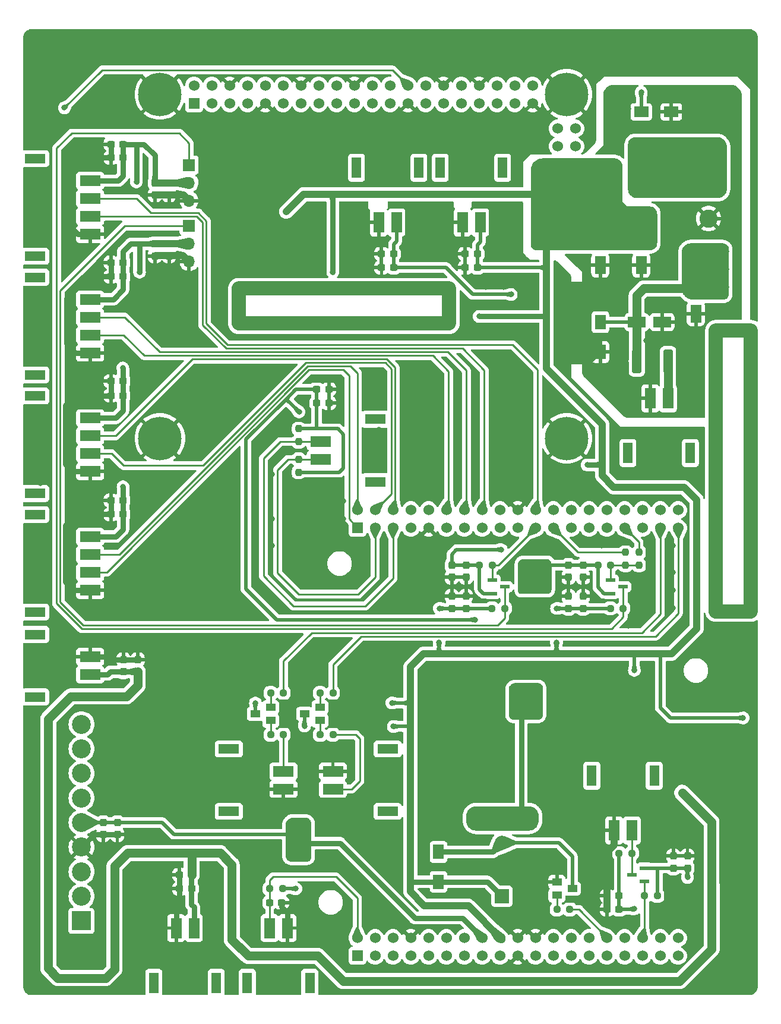
<source format=gbr>
%TF.GenerationSoftware,KiCad,Pcbnew,7.0.10-7.0.10~ubuntu22.04.1*%
%TF.CreationDate,2024-02-01T23:34:10+07:00*%
%TF.ProjectId,BFMC,42464d43-2e6b-4696-9361-645f70636258,rev?*%
%TF.SameCoordinates,Original*%
%TF.FileFunction,Copper,L2,Bot*%
%TF.FilePolarity,Positive*%
%FSLAX46Y46*%
G04 Gerber Fmt 4.6, Leading zero omitted, Abs format (unit mm)*
G04 Created by KiCad (PCBNEW 7.0.10-7.0.10~ubuntu22.04.1) date 2024-02-01 23:34:10*
%MOMM*%
%LPD*%
G01*
G04 APERTURE LIST*
G04 Aperture macros list*
%AMRoundRect*
0 Rectangle with rounded corners*
0 $1 Rounding radius*
0 $2 $3 $4 $5 $6 $7 $8 $9 X,Y pos of 4 corners*
0 Add a 4 corners polygon primitive as box body*
4,1,4,$2,$3,$4,$5,$6,$7,$8,$9,$2,$3,0*
0 Add four circle primitives for the rounded corners*
1,1,$1+$1,$2,$3*
1,1,$1+$1,$4,$5*
1,1,$1+$1,$6,$7*
1,1,$1+$1,$8,$9*
0 Add four rect primitives between the rounded corners*
20,1,$1+$1,$2,$3,$4,$5,0*
20,1,$1+$1,$4,$5,$6,$7,0*
20,1,$1+$1,$6,$7,$8,$9,0*
20,1,$1+$1,$8,$9,$2,$3,0*%
G04 Aperture macros list end*
%TA.AperFunction,NonConductor*%
%ADD10C,2.000000*%
%TD*%
%TA.AperFunction,SMDPad,CuDef*%
%ADD11RoundRect,0.237500X0.237500X-0.250000X0.237500X0.250000X-0.237500X0.250000X-0.237500X-0.250000X0*%
%TD*%
%TA.AperFunction,SMDPad,CuDef*%
%ADD12RoundRect,0.237500X-0.237500X0.250000X-0.237500X-0.250000X0.237500X-0.250000X0.237500X0.250000X0*%
%TD*%
%TA.AperFunction,ComponentPad*%
%ADD13R,2.700000X2.700000*%
%TD*%
%TA.AperFunction,ComponentPad*%
%ADD14C,2.700000*%
%TD*%
%TA.AperFunction,ComponentPad*%
%ADD15R,1.530000X1.530000*%
%TD*%
%TA.AperFunction,ComponentPad*%
%ADD16C,1.530000*%
%TD*%
%TA.AperFunction,ComponentPad*%
%ADD17R,1.700000X1.700000*%
%TD*%
%TA.AperFunction,ComponentPad*%
%ADD18O,1.700000X1.700000*%
%TD*%
%TA.AperFunction,ComponentPad*%
%ADD19C,6.200000*%
%TD*%
%TA.AperFunction,ComponentPad*%
%ADD20C,1.524000*%
%TD*%
%TA.AperFunction,ComponentPad*%
%ADD21R,1.524000X1.524000*%
%TD*%
%TA.AperFunction,SMDPad,CuDef*%
%ADD22RoundRect,0.237500X0.300000X0.237500X-0.300000X0.237500X-0.300000X-0.237500X0.300000X-0.237500X0*%
%TD*%
%TA.AperFunction,SMDPad,CuDef*%
%ADD23RoundRect,0.237500X-0.237500X0.300000X-0.237500X-0.300000X0.237500X-0.300000X0.237500X0.300000X0*%
%TD*%
%TA.AperFunction,SMDPad,CuDef*%
%ADD24R,3.000000X1.400000*%
%TD*%
%TA.AperFunction,SMDPad,CuDef*%
%ADD25R,3.000000X1.500000*%
%TD*%
%TA.AperFunction,SMDPad,CuDef*%
%ADD26RoundRect,0.237500X0.250000X0.237500X-0.250000X0.237500X-0.250000X-0.237500X0.250000X-0.237500X0*%
%TD*%
%TA.AperFunction,SMDPad,CuDef*%
%ADD27RoundRect,0.237500X0.237500X-0.300000X0.237500X0.300000X-0.237500X0.300000X-0.237500X-0.300000X0*%
%TD*%
%TA.AperFunction,SMDPad,CuDef*%
%ADD28RoundRect,0.237500X-0.250000X-0.237500X0.250000X-0.237500X0.250000X0.237500X-0.250000X0.237500X0*%
%TD*%
%TA.AperFunction,SMDPad,CuDef*%
%ADD29RoundRect,0.250000X-1.050000X-0.550000X1.050000X-0.550000X1.050000X0.550000X-1.050000X0.550000X0*%
%TD*%
%TA.AperFunction,SMDPad,CuDef*%
%ADD30R,1.500000X2.082800*%
%TD*%
%TA.AperFunction,SMDPad,CuDef*%
%ADD31R,1.500000X2.090000*%
%TD*%
%TA.AperFunction,ComponentPad*%
%ADD32R,2.600000X2.600000*%
%TD*%
%TA.AperFunction,ComponentPad*%
%ADD33C,2.600000*%
%TD*%
%TA.AperFunction,SMDPad,CuDef*%
%ADD34R,2.082800X1.500000*%
%TD*%
%TA.AperFunction,SMDPad,CuDef*%
%ADD35R,2.090000X1.500000*%
%TD*%
%TA.AperFunction,SMDPad,CuDef*%
%ADD36RoundRect,0.250000X-0.550000X1.050000X-0.550000X-1.050000X0.550000X-1.050000X0.550000X1.050000X0*%
%TD*%
%TA.AperFunction,SMDPad,CuDef*%
%ADD37R,1.320800X0.558800*%
%TD*%
%TA.AperFunction,SMDPad,CuDef*%
%ADD38R,1.400000X3.000000*%
%TD*%
%TA.AperFunction,SMDPad,CuDef*%
%ADD39R,1.500000X3.000000*%
%TD*%
%TA.AperFunction,SMDPad,CuDef*%
%ADD40RoundRect,0.250000X-1.450000X0.400000X-1.450000X-0.400000X1.450000X-0.400000X1.450000X0.400000X0*%
%TD*%
%TA.AperFunction,SMDPad,CuDef*%
%ADD41RoundRect,0.250000X0.400000X1.450000X-0.400000X1.450000X-0.400000X-1.450000X0.400000X-1.450000X0*%
%TD*%
%TA.AperFunction,SMDPad,CuDef*%
%ADD42R,1.400000X1.000000*%
%TD*%
%TA.AperFunction,ComponentPad*%
%ADD43R,2.000000X2.000000*%
%TD*%
%TA.AperFunction,ComponentPad*%
%ADD44C,2.000000*%
%TD*%
%TA.AperFunction,SMDPad,CuDef*%
%ADD45RoundRect,0.237500X-0.300000X-0.237500X0.300000X-0.237500X0.300000X0.237500X-0.300000X0.237500X0*%
%TD*%
%TA.AperFunction,ViaPad*%
%ADD46C,0.800000*%
%TD*%
%TA.AperFunction,Conductor*%
%ADD47C,0.254000*%
%TD*%
%TA.AperFunction,Conductor*%
%ADD48C,0.508000*%
%TD*%
%TA.AperFunction,Conductor*%
%ADD49C,0.762000*%
%TD*%
%TA.AperFunction,Conductor*%
%ADD50C,1.016000*%
%TD*%
%TA.AperFunction,Conductor*%
%ADD51C,1.270000*%
%TD*%
G04 APERTURE END LIST*
D10*
X142000000Y-57000000D02*
X147000000Y-57000000D01*
X147000000Y-97000000D01*
X142000000Y-97000000D01*
X142000000Y-57000000D01*
X74000000Y-51000000D02*
X104000000Y-51000000D01*
X104000000Y-56000000D01*
X74000000Y-56000000D01*
X74000000Y-51000000D01*
X74000000Y-51000000D02*
X104000000Y-51000000D01*
X104000000Y-56000000D01*
X74000000Y-56000000D01*
X74000000Y-51000000D01*
D11*
%TO.P,R12,1*%
%TO.N,MOTOR_STEERING*%
X131064000Y-90430350D03*
%TO.P,R12,2*%
%TO.N,MOTOR_STEERING_2*%
X131064000Y-88605350D03*
%TD*%
D12*
%TO.P,R11,1*%
%TO.N,MOTOR_STEERING_1*%
X129133600Y-88605350D03*
%TO.P,R11,2*%
%TO.N,MOTOR_STEERING*%
X129133600Y-90430350D03*
%TD*%
D13*
%TO.P,J18,1,Data*%
%TO.N,SPI_PS2_MOSI*%
X51587400Y-141097000D03*
D14*
%TO.P,J18,2,CMD*%
%TO.N,SPI_PS2_MISO*%
X51587400Y-137597000D03*
%TO.P,J18,3,7.5V*%
%TO.N,unconnected-(J18-7.5V-Pad3)*%
X51587400Y-134097000D03*
%TO.P,J18,4,GND*%
%TO.N,GND*%
X51587400Y-130597000D03*
%TO.P,J18,5,3V3*%
%TO.N,+3.3V*%
X51587400Y-127097000D03*
%TO.P,J18,6,CS*%
%TO.N,SPI_PS2_CS*%
X51587400Y-123597000D03*
%TO.P,J18,7,CLK*%
%TO.N,SPI_PS2_SCK*%
X51587400Y-120097000D03*
%TO.P,J18,8,NC*%
%TO.N,unconnected-(J18-NC-Pad8)*%
X51587400Y-116597000D03*
%TO.P,J18,9,ACK*%
%TO.N,unconnected-(J18-ACK-Pad9)*%
X51587400Y-113097000D03*
%TD*%
D15*
%TO.P,U1,CN7_1,PC10*%
%TO.N,unconnected-(U1A-PC10-PadCN7_1)*%
X90921600Y-146075400D03*
D16*
%TO.P,U1,CN7_2,PC11*%
%TO.N,INIT_MOTOR_BLDC*%
X90921600Y-143535400D03*
%TO.P,U1,CN7_3,PC12*%
%TO.N,unconnected-(U1A-PC12-PadCN7_3)*%
X93461600Y-146075400D03*
%TO.P,U1,CN7_4,PD2*%
%TO.N,unconnected-(U1A-PD2-PadCN7_4)*%
X93461600Y-143535400D03*
%TO.P,U1,CN7_5,VDD*%
%TO.N,unconnected-(U1A-VDD-PadCN7_5)*%
X96001600Y-146075400D03*
%TO.P,U1,CN7_6,E5V*%
%TO.N,unconnected-(U1A-E5V-PadCN7_6)*%
X96001600Y-143535400D03*
%TO.P,U1,CN7_7,BOOT0*%
%TO.N,unconnected-(U1A-BOOT0-PadCN7_7)*%
X98541600Y-146075400D03*
%TO.P,U1,CN7_8,GND_S1*%
%TO.N,GND*%
X98541600Y-143535400D03*
%TO.P,U1,CN7_9*%
%TO.N,N/C*%
X101081600Y-146075400D03*
%TO.P,U1,CN7_10*%
X101081600Y-143535400D03*
%TO.P,U1,CN7_11*%
X103621600Y-146075400D03*
%TO.P,U1,CN7_12,IOREF_S1*%
%TO.N,unconnected-(U1A-IOREF_S1-PadCN7_12)*%
X103621600Y-143535400D03*
%TO.P,U1,CN7_13,PA13*%
%TO.N,unconnected-(U1A-PA13-PadCN7_13)*%
X106161600Y-146075400D03*
%TO.P,U1,CN7_14,RESET_S1*%
%TO.N,unconnected-(U1A-RESET_S1-PadCN7_14)*%
X106161600Y-143535400D03*
%TO.P,U1,CN7_15,PA14*%
%TO.N,unconnected-(U1A-PA14-PadCN7_15)*%
X108701600Y-146075400D03*
%TO.P,U1,CN7_16,+3V3_S1*%
%TO.N,+3.3V*%
X108701600Y-143535400D03*
%TO.P,U1,CN7_17,PA15*%
%TO.N,unconnected-(U1A-PA15-PadCN7_17)*%
X111241600Y-146075400D03*
%TO.P,U1,CN7_18,+5V_S1*%
%TO.N,+5V*%
X111241600Y-143535400D03*
%TO.P,U1,CN7_19,GND_S1*%
%TO.N,GND*%
X113781600Y-146075400D03*
%TO.P,U1,CN7_20,GND_S1*%
X113781600Y-143535400D03*
%TO.P,U1,CN7_21,PB7*%
%TO.N,unconnected-(U1A-PB7-PadCN7_21)*%
X116321600Y-146075400D03*
%TO.P,U1,CN7_22,GND_S1*%
%TO.N,GND*%
X116321600Y-143535400D03*
%TO.P,U1,CN7_23,PC13*%
%TO.N,unconnected-(U1A-PC13-PadCN7_23)*%
X118861600Y-146075400D03*
%TO.P,U1,CN7_24,VIN_S1*%
%TO.N,unconnected-(U1A-VIN_S1-PadCN7_24)*%
X118861600Y-143535400D03*
%TO.P,U1,CN7_25,PC14*%
%TO.N,unconnected-(U1A-PC14-PadCN7_25)*%
X121401600Y-146075400D03*
%TO.P,U1,CN7_26*%
%TO.N,N/C*%
X121401600Y-143535400D03*
%TO.P,U1,CN7_27,PC15*%
%TO.N,unconnected-(U1A-PC15-PadCN7_27)*%
X123941600Y-146075400D03*
%TO.P,U1,CN7_28,PA0*%
%TO.N,unconnected-(U1A-PA0-PadCN7_28)*%
X123941600Y-143535400D03*
%TO.P,U1,CN7_29,PH0*%
%TO.N,unconnected-(U1A-PH0-PadCN7_29)*%
X126481600Y-146075400D03*
%TO.P,U1,CN7_30,PA1*%
%TO.N,BUZZER*%
X126481600Y-143535400D03*
%TO.P,U1,CN7_31,PH1*%
%TO.N,unconnected-(U1A-PH1-PadCN7_31)*%
X129021600Y-146075400D03*
%TO.P,U1,CN7_32,PA4*%
%TO.N,unconnected-(U1A-PA4-PadCN7_32)*%
X129021600Y-143535400D03*
%TO.P,U1,CN7_33,VBAT*%
%TO.N,unconnected-(U1A-VBAT-PadCN7_33)*%
X131561600Y-146075400D03*
%TO.P,U1,CN7_34,PB0*%
%TO.N,MOTOR_BLDC*%
X131561600Y-143535400D03*
%TO.P,U1,CN7_35,PC2*%
%TO.N,SPI_PS2_MISO*%
X134101600Y-146075400D03*
%TO.P,U1,CN7_36,PC1/PB9*%
%TO.N,unconnected-(U1A-PC1{slash}PB9-PadCN7_36)*%
X134101600Y-143535400D03*
%TO.P,U1,CN7_37,PC3*%
%TO.N,SPI_PS2_MOSI*%
X136641600Y-146075400D03*
%TO.P,U1,CN7_38,PC0/PB8*%
%TO.N,LED_INIT_BLDC*%
X136641600Y-143535400D03*
D15*
%TO.P,U1,CN10_1,PC9*%
%TO.N,ECHO_4*%
X90921600Y-85115400D03*
D16*
%TO.P,U1,CN10_2,PC8*%
%TO.N,TRIG_4*%
X90921600Y-82575400D03*
%TO.P,U1,CN10_3,PB8*%
%TO.N,I2C_SCL*%
X93461600Y-85115400D03*
%TO.P,U1,CN10_4,PC6*%
%TO.N,ECHO_3*%
X93461600Y-82575400D03*
%TO.P,U1,CN10_5,PB9*%
%TO.N,I2C_SDA*%
X96001600Y-85115400D03*
%TO.P,U1,CN10_6,PC5*%
%TO.N,TRIG_3*%
X96001600Y-82575400D03*
%TO.P,U1,CN10_7,AVDD*%
%TO.N,unconnected-(U1B-AVDD-PadCN10_7)*%
X98541600Y-85115400D03*
%TO.P,U1,CN10_8,U5V*%
%TO.N,unconnected-(U1B-U5V-PadCN10_8)*%
X98541600Y-82575400D03*
%TO.P,U1,CN10_9,GND_S2*%
%TO.N,GND*%
X101081600Y-85115400D03*
%TO.P,U1,CN10_10*%
%TO.N,N/C*%
X101081600Y-82575400D03*
%TO.P,U1,CN10_11,PA5*%
%TO.N,SPI_RAS_SCK*%
X103621600Y-85115400D03*
%TO.P,U1,CN10_12,PA12*%
%TO.N,ECHO_2*%
X103621600Y-82575400D03*
%TO.P,U1,CN10_13,PA6*%
%TO.N,SPI_RAS_MISO*%
X106161600Y-85115400D03*
%TO.P,U1,CN10_14,PA11*%
%TO.N,TRIG_2*%
X106161600Y-82575400D03*
%TO.P,U1,CN10_15,PA7*%
%TO.N,SPI_RAS_MOSI*%
X108701600Y-85115400D03*
%TO.P,U1,CN10_16,PB12*%
%TO.N,ECHO_1*%
X108701600Y-82575400D03*
%TO.P,U1,CN10_17,PB6*%
%TO.N,SPI_RAS_CS*%
X111241600Y-85115400D03*
%TO.P,U1,CN10_18*%
%TO.N,N/C*%
X111241600Y-82575400D03*
%TO.P,U1,CN10_19,PC7*%
%TO.N,unconnected-(U1B-PC7-PadCN10_19)*%
X113781600Y-85115400D03*
%TO.P,U1,CN10_20,GND_S2*%
%TO.N,GND*%
X113781600Y-82575400D03*
%TO.P,U1,CN10_21,PA9*%
%TO.N,MOTOR_CAMERA*%
X116321600Y-85115400D03*
%TO.P,U1,CN10_22,PB2*%
%TO.N,TRIG_1*%
X116321600Y-82575400D03*
%TO.P,U1,CN10_23,PA8*%
%TO.N,MOTOR_STEERING_1*%
X118861600Y-85115400D03*
%TO.P,U1,CN10_24,PB1*%
%TO.N,unconnected-(U1B-PB1-PadCN10_24)*%
X118861600Y-82575400D03*
%TO.P,U1,CN10_25,PB10*%
%TO.N,SPI_PS2_SCK*%
X121401600Y-85115400D03*
%TO.P,U1,CN10_26,PB15*%
%TO.N,unconnected-(U1B-PB15-PadCN10_26)*%
X121401600Y-82575400D03*
%TO.P,U1,CN10_27,PB4*%
%TO.N,SPI_PS2_CS*%
X123941600Y-85115400D03*
%TO.P,U1,CN10_28,PB14*%
%TO.N,unconnected-(U1B-PB14-PadCN10_28)*%
X123941600Y-82575400D03*
%TO.P,U1,CN10_29,PB5*%
%TO.N,unconnected-(U1B-PB5-PadCN10_29)*%
X126481600Y-85115400D03*
%TO.P,U1,CN10_30,PB13*%
%TO.N,unconnected-(U1B-PB13-PadCN10_30)*%
X126481600Y-82575400D03*
%TO.P,U1,CN10_31,PB3*%
%TO.N,MOTOR_STEERING_2*%
X129021600Y-85115400D03*
%TO.P,U1,CN10_32,AGND*%
%TO.N,unconnected-(U1B-AGND-PadCN10_32)*%
X129021600Y-82575400D03*
%TO.P,U1,CN10_33,PA10*%
%TO.N,unconnected-(U1B-PA10-PadCN10_33)*%
X131561600Y-85115400D03*
%TO.P,U1,CN10_34,PC4*%
%TO.N,unconnected-(U1B-PC4-PadCN10_34)*%
X131561600Y-82575400D03*
%TO.P,U1,CN10_35,PA2*%
%TO.N,LED_LEFT*%
X134101600Y-85115400D03*
%TO.P,U1,CN10_36*%
%TO.N,N/C*%
X134101600Y-82575400D03*
%TO.P,U1,CN10_37,PA3*%
%TO.N,LED_RIGHT*%
X136641600Y-85115400D03*
%TO.P,U1,CN10_38*%
%TO.N,N/C*%
X136641600Y-82575400D03*
%TD*%
D17*
%TO.P,J6,1,Pin_1*%
%TO.N,MOTOR_CAMERA_CO*%
X66929000Y-42113200D03*
D18*
%TO.P,J6,2,Pin_2*%
%TO.N,+5V*%
X66929000Y-44653200D03*
%TO.P,J6,3,Pin_3*%
%TO.N,GND*%
X66929000Y-47193200D03*
%TD*%
D17*
%TO.P,J5,1,Pin_1*%
%TO.N,MOTOR_STEERING_CO*%
X66929000Y-33426400D03*
D18*
%TO.P,J5,2,Pin_2*%
%TO.N,+5V*%
X66929000Y-35966400D03*
%TO.P,J5,3,Pin_3*%
%TO.N,GND*%
X66929000Y-38506400D03*
%TD*%
D19*
%TO.P,U2,S4,SHIELD*%
%TO.N,GND*%
X62763400Y-72364600D03*
%TO.P,U2,S3,SHIELD*%
X120763400Y-72364600D03*
%TO.P,U2,S2,SHIELD*%
X120763400Y-23364600D03*
%TO.P,U2,S1,SHIELD*%
X62763400Y-23364600D03*
D20*
%TO.P,U2,44,TR02*%
%TO.N,unconnected-(U2-TR02-Pad44)*%
X119453400Y-28217600D03*
%TO.P,U2,43,TR03*%
%TO.N,unconnected-(U2-TR03-Pad43)*%
X119453400Y-30757600D03*
%TO.P,U2,42,TR00*%
%TO.N,unconnected-(U2-TR00-Pad42)*%
X121993400Y-28217600D03*
%TO.P,U2,41,TR01*%
%TO.N,unconnected-(U2-TR01-Pad41)*%
X121993400Y-30757600D03*
%TO.P,U2,40,GPIO21*%
%TO.N,unconnected-(U2-GPIO21-Pad40)*%
X115893400Y-22094600D03*
%TO.P,U2,39,GND*%
%TO.N,GND*%
X115893400Y-24634600D03*
%TO.P,U2,38,GPIO20*%
%TO.N,unconnected-(U2-GPIO20-Pad38)*%
X113353400Y-22094600D03*
%TO.P,U2,37,GPIO26*%
%TO.N,unconnected-(U2-GPIO26-Pad37)*%
X113353400Y-24634600D03*
%TO.P,U2,36,GPIO16*%
%TO.N,unconnected-(U2-GPIO16-Pad36)*%
X110813400Y-22094600D03*
%TO.P,U2,35,GPIO19*%
%TO.N,unconnected-(U2-GPIO19-Pad35)*%
X110813400Y-24634600D03*
%TO.P,U2,34,GND*%
%TO.N,GND*%
X108273400Y-22094600D03*
%TO.P,U2,33,GPIO13*%
%TO.N,unconnected-(U2-GPIO13-Pad33)*%
X108273400Y-24634600D03*
%TO.P,U2,32,GPIO12*%
%TO.N,unconnected-(U2-GPIO12-Pad32)*%
X105733400Y-22094600D03*
%TO.P,U2,31,GPIO6*%
%TO.N,unconnected-(U2-GPIO6-Pad31)*%
X105733400Y-24634600D03*
%TO.P,U2,30,GND*%
%TO.N,GND*%
X103193400Y-22094600D03*
%TO.P,U2,29,GPIO5*%
%TO.N,unconnected-(U2-GPIO5-Pad29)*%
X103193400Y-24634600D03*
%TO.P,U2,28,ID_SC*%
%TO.N,unconnected-(U2-ID_SC-Pad28)*%
X100653400Y-22094600D03*
%TO.P,U2,27,ID_SD*%
%TO.N,unconnected-(U2-ID_SD-Pad27)*%
X100653400Y-24634600D03*
%TO.P,U2,26,GPIO7/~{SPI_CE1}*%
%TO.N,SPI_RAS_CS*%
X98113400Y-22094600D03*
%TO.P,U2,25,GND*%
%TO.N,GND*%
X98113400Y-24634600D03*
%TO.P,U2,24,GPIO8/~{SPI_CE0}*%
%TO.N,unconnected-(U2-GPIO8{slash}~{SPI_CE0}-Pad24)*%
X95573400Y-22094600D03*
%TO.P,U2,23,GPIO11/SPI_SCLK*%
%TO.N,SPI_RAS_SCK*%
X95573400Y-24634600D03*
%TO.P,U2,22,GPIO25/GPIO_GEN6*%
%TO.N,unconnected-(U2-GPIO25{slash}GPIO_GEN6-Pad22)*%
X93033400Y-22094600D03*
%TO.P,U2,21,GPIO9/SPI_MISO*%
%TO.N,SPI_RAS_MISO*%
X93033400Y-24634600D03*
%TO.P,U2,20,GND*%
%TO.N,GND*%
X90493400Y-22094600D03*
%TO.P,U2,19,GPIO10/SPI_MOSI*%
%TO.N,SPI_RAS_MOSI*%
X90493400Y-24634600D03*
%TO.P,U2,18,GPIO24/GPIO_GEN5*%
%TO.N,unconnected-(U2-GPIO24{slash}GPIO_GEN5-Pad18)*%
X87953400Y-22094600D03*
%TO.P,U2,17,3V3*%
%TO.N,unconnected-(U2-3V3-Pad1)*%
X87953400Y-24634600D03*
%TO.P,U2,16,GPIO23/GPIO_GEN4*%
%TO.N,unconnected-(U2-GPIO23{slash}GPIO_GEN4-Pad16)*%
X85413400Y-22094600D03*
%TO.P,U2,15,GPIO22/GPIO_GEN3*%
%TO.N,unconnected-(U2-GPIO22{slash}GPIO_GEN3-Pad15)*%
X85413400Y-24634600D03*
%TO.P,U2,14,GND*%
%TO.N,GND*%
X82873400Y-22094600D03*
%TO.P,U2,13,GPIO27/GPIO_GEN2*%
%TO.N,unconnected-(U2-GPIO27{slash}GPIO_GEN2-Pad13)*%
X82873400Y-24634600D03*
%TO.P,U2,12,GPIO18/GPIO_GEN1*%
%TO.N,unconnected-(U2-GPIO18{slash}GPIO_GEN1-Pad12)*%
X80333400Y-22094600D03*
%TO.P,U2,11,GPIO17/GPIO_GEN0*%
%TO.N,unconnected-(U2-GPIO17{slash}GPIO_GEN0-Pad11)*%
X80333400Y-24634600D03*
%TO.P,U2,10,GPIO15/RXD0*%
%TO.N,unconnected-(U2-GPIO15{slash}RXD0-Pad10)*%
X77793400Y-22094600D03*
%TO.P,U2,9,GND*%
%TO.N,GND*%
X77793400Y-24634600D03*
%TO.P,U2,8,GPIO14/TXD0*%
%TO.N,unconnected-(U2-GPIO14{slash}TXD0-Pad8)*%
X75253400Y-22094600D03*
%TO.P,U2,7,GPIO4/GPIO_GCKL*%
%TO.N,unconnected-(U2-GPIO4{slash}GPIO_GCKL-Pad7)*%
X75253400Y-24634600D03*
%TO.P,U2,6,GND*%
%TO.N,GND*%
X72713400Y-22094600D03*
%TO.P,U2,5,GPIO3/SCL1*%
%TO.N,unconnected-(U2-GPIO3{slash}SCL1-Pad5)*%
X72713400Y-24634600D03*
%TO.P,U2,4,5V*%
%TO.N,+5V*%
X70173400Y-22094600D03*
%TO.P,U2,3,GPIO2/SDA1*%
%TO.N,unconnected-(U2-GPIO2{slash}SDA1-Pad3)*%
X70173400Y-24634600D03*
%TO.P,U2,2,5V*%
%TO.N,+5V*%
X67633400Y-22094600D03*
D21*
%TO.P,U2,1,3V3*%
%TO.N,unconnected-(U2-3V3-Pad1)*%
X67633400Y-24634600D03*
%TD*%
D22*
%TO.P,C28,1*%
%TO.N,+5V*%
X57504500Y-30454600D03*
%TO.P,C28,2*%
%TO.N,GND*%
X55779500Y-30454600D03*
%TD*%
D23*
%TO.P,C7,1*%
%TO.N,+3.3V*%
X104368600Y-90430350D03*
%TO.P,C7,2*%
%TO.N,GND*%
X104368600Y-92155350D03*
%TD*%
D24*
%TO.P,J13,*%
%TO.N,*%
X45006600Y-97120000D03*
X45006600Y-83220000D03*
D25*
%TO.P,J13,1,Pin_1*%
%TO.N,+5V*%
X52806600Y-86360000D03*
%TO.P,J13,2,Pin_2*%
%TO.N,TRIG_4*%
X52806600Y-88900000D03*
%TO.P,J13,3,Pin_3*%
%TO.N,ECHO_4*%
X52806600Y-91440000D03*
%TO.P,J13,4,Pin_4*%
%TO.N,GND*%
X52806600Y-93980000D03*
%TD*%
D26*
%TO.P,R18,1*%
%TO.N,Net-(J17-Pin_1)*%
X87426800Y-114579400D03*
%TO.P,R18,2*%
%TO.N,Net-(Q5-Pad2)*%
X85601800Y-114579400D03*
%TD*%
D27*
%TO.P,C37,1*%
%TO.N,+12V*%
X57562000Y-105612100D03*
%TO.P,C37,2*%
%TO.N,GND*%
X57562000Y-103887100D03*
%TD*%
D22*
%TO.P,C35,1*%
%TO.N,+5V*%
X57504500Y-83185000D03*
%TO.P,C35,2*%
%TO.N,GND*%
X55779500Y-83185000D03*
%TD*%
D24*
%TO.P,J11,*%
%TO.N,*%
X45006600Y-63321066D03*
X45006600Y-49421066D03*
D25*
%TO.P,J11,1,Pin_1*%
%TO.N,+5V*%
X52806600Y-52561066D03*
%TO.P,J11,2,Pin_2*%
%TO.N,TRIG_2*%
X52806600Y-55101066D03*
%TO.P,J11,3,Pin_3*%
%TO.N,ECHO_2*%
X52806600Y-57641066D03*
%TO.P,J11,4,Pin_4*%
%TO.N,GND*%
X52806600Y-60181066D03*
%TD*%
D23*
%TO.P,C8,1*%
%TO.N,+3.3V*%
X123101950Y-90430350D03*
%TO.P,C8,2*%
%TO.N,GND*%
X123101950Y-92155350D03*
%TD*%
%TO.P,C21,1*%
%TO.N,+5V*%
X64065000Y-44653200D03*
%TO.P,C21,2*%
%TO.N,GND*%
X64065000Y-46378200D03*
%TD*%
D28*
%TO.P,R10,1*%
%TO.N,+5V*%
X110116450Y-96577150D03*
%TO.P,R10,2*%
%TO.N,MOTOR_CAMERA_CO*%
X111941450Y-96577150D03*
%TD*%
D22*
%TO.P,C16,2*%
%TO.N,GND*%
X126508950Y-137541000D03*
%TO.P,C16,1*%
%TO.N,+5V*%
X128233950Y-137541000D03*
%TD*%
D29*
%TO.P,C1,1*%
%TO.N,+12V*%
X130754200Y-55803800D03*
%TO.P,C1,2*%
%TO.N,GND*%
X134354200Y-55803800D03*
%TD*%
D26*
%TO.P,R16,1*%
%TO.N,LED_RIGHT*%
X87426800Y-108635800D03*
%TO.P,R16,2*%
%TO.N,Net-(Q5-Pad1)*%
X85601800Y-108635800D03*
%TD*%
D30*
%TO.P,D1,A*%
%TO.N,GND*%
X125552200Y-60067400D03*
D31*
%TO.P,D1,C*%
%TO.N,+12V*%
X125552200Y-55803800D03*
%TD*%
D24*
%TO.P,J7,*%
%TO.N,*%
X93499800Y-69641800D03*
X93499800Y-78541800D03*
D25*
%TO.P,J7,1,Pin_1*%
%TO.N,I2C_SCL*%
X85699800Y-75361800D03*
%TO.P,J7,2,Pin_2*%
%TO.N,I2C_SDA*%
X85699800Y-72821800D03*
%TD*%
D22*
%TO.P,C29,1*%
%TO.N,+5V*%
X57504500Y-47320200D03*
%TO.P,C29,2*%
%TO.N,GND*%
X55779500Y-47320200D03*
%TD*%
D32*
%TO.P,J2,1,Pin_1*%
%TO.N,Net-(J2-Pin_1)*%
X140980200Y-35966400D03*
D33*
%TO.P,J2,2,Pin_2*%
%TO.N,GND*%
X140980200Y-41046400D03*
%TD*%
D23*
%TO.P,C18,1*%
%TO.N,+5V*%
X64065000Y-35966400D03*
%TO.P,C18,2*%
%TO.N,GND*%
X64065000Y-37691400D03*
%TD*%
%TO.P,C6,1*%
%TO.N,+3.3V*%
X106400600Y-90430350D03*
%TO.P,C6,2*%
%TO.N,GND*%
X106400600Y-92155350D03*
%TD*%
D11*
%TO.P,R14,1*%
%TO.N,+3.3V*%
X82550200Y-77186800D03*
%TO.P,R14,2*%
%TO.N,I2C_SCL*%
X82550200Y-75361800D03*
%TD*%
D24*
%TO.P,J17,*%
%TO.N,*%
X95226800Y-116606400D03*
X95226800Y-125506400D03*
D25*
%TO.P,J17,1,Pin_1*%
%TO.N,Net-(J17-Pin_1)*%
X87426800Y-122326400D03*
%TO.P,J17,2,Pin_2*%
%TO.N,GND*%
X87426800Y-119786400D03*
%TD*%
D22*
%TO.P,C27,1*%
%TO.N,+5V*%
X108025100Y-46073400D03*
%TO.P,C27,2*%
%TO.N,GND*%
X106300100Y-46073400D03*
%TD*%
D34*
%TO.P,D2,A*%
%TO.N,GND*%
X135657800Y-25857200D03*
D35*
%TO.P,D2,C*%
%TO.N,+5V*%
X131394200Y-25857200D03*
%TD*%
D36*
%TO.P,C2,1*%
%TO.N,+5V*%
X131394200Y-44097800D03*
%TO.P,C2,2*%
%TO.N,GND*%
X131394200Y-47697800D03*
%TD*%
D23*
%TO.P,C9,1*%
%TO.N,+3.3V*%
X121011000Y-90430350D03*
%TO.P,C9,2*%
%TO.N,GND*%
X121011000Y-92155350D03*
%TD*%
D27*
%TO.P,C12,1*%
%TO.N,+5V*%
X106400600Y-96577150D03*
%TO.P,C12,2*%
%TO.N,GND*%
X106400600Y-94852150D03*
%TD*%
D28*
%TO.P,R6,1*%
%TO.N,+3.3V*%
X125200400Y-90430350D03*
%TO.P,R6,2*%
%TO.N,MOTOR_STEERING*%
X127025400Y-90430350D03*
%TD*%
D27*
%TO.P,C13,1*%
%TO.N,+5V*%
X104368600Y-96577150D03*
%TO.P,C13,2*%
%TO.N,GND*%
X104368600Y-94852150D03*
%TD*%
D22*
%TO.P,C32,1*%
%TO.N,+5V*%
X57504500Y-64211200D03*
%TO.P,C32,2*%
%TO.N,GND*%
X55779500Y-64211200D03*
%TD*%
D37*
%TO.P,Q3,1,G*%
%TO.N,+3.3V*%
X110149000Y-94456250D03*
%TO.P,Q3,2,S*%
%TO.N,MOTOR_CAMERA*%
X110149000Y-92551250D03*
%TO.P,Q3,3,D*%
%TO.N,MOTOR_CAMERA_CO*%
X111941450Y-93503750D03*
%TD*%
D38*
%TO.P,J8,*%
%TO.N,*%
X90774600Y-33805200D03*
X99674600Y-33805200D03*
D39*
%TO.P,J8,1,Pin_1*%
%TO.N,+3.3V*%
X96494600Y-41605200D03*
%TO.P,J8,2,Pin_2*%
%TO.N,GND*%
X93954600Y-41605200D03*
%TD*%
D28*
%TO.P,R7,1*%
%TO.N,+3.3V*%
X108324000Y-90430350D03*
%TO.P,R7,2*%
%TO.N,MOTOR_CAMERA*%
X110149000Y-90430350D03*
%TD*%
D24*
%TO.P,J16,*%
%TO.N,*%
X72589100Y-125506400D03*
X72589100Y-116606400D03*
D25*
%TO.P,J16,1,Pin_1*%
%TO.N,Net-(J16-Pin_1)*%
X80389100Y-119786400D03*
%TO.P,J16,2,Pin_2*%
%TO.N,GND*%
X80389100Y-122326400D03*
%TD*%
D40*
%TO.P,F2,1*%
%TO.N,Net-(J2-Pin_1)*%
X131394200Y-35966400D03*
%TO.P,F2,2*%
%TO.N,+5V*%
X131394200Y-40416400D03*
%TD*%
D23*
%TO.P,C40,1*%
%TO.N,+3.3V*%
X56692800Y-127097000D03*
%TO.P,C40,2*%
%TO.N,GND*%
X56692800Y-128822000D03*
%TD*%
D26*
%TO.P,R17,1*%
%TO.N,Net-(J16-Pin_1)*%
X80389100Y-114579400D03*
%TO.P,R17,2*%
%TO.N,Net-(Q4-Pad2)*%
X78564100Y-114579400D03*
%TD*%
D22*
%TO.P,C17,1*%
%TO.N,+5V*%
X128233950Y-139471400D03*
%TO.P,C17,2*%
%TO.N,GND*%
X126508950Y-139471400D03*
%TD*%
%TO.P,C38,1*%
%TO.N,+12V*%
X67283500Y-134543800D03*
%TO.P,C38,2*%
%TO.N,GND*%
X65558500Y-134543800D03*
%TD*%
D12*
%TO.P,R13,1*%
%TO.N,+3.3V*%
X82550200Y-70996800D03*
%TO.P,R13,2*%
%TO.N,I2C_SDA*%
X82550200Y-72821800D03*
%TD*%
D23*
%TO.P,C20,1*%
%TO.N,+5V*%
X62058400Y-35966400D03*
%TO.P,C20,2*%
%TO.N,GND*%
X62058400Y-37691400D03*
%TD*%
D22*
%TO.P,C25,1*%
%TO.N,+5V*%
X108025100Y-48029200D03*
%TO.P,C25,2*%
%TO.N,GND*%
X106300100Y-48029200D03*
%TD*%
D26*
%TO.P,R15,1*%
%TO.N,LED_LEFT*%
X80389100Y-108635800D03*
%TO.P,R15,2*%
%TO.N,Net-(Q4-Pad1)*%
X78564100Y-108635800D03*
%TD*%
D41*
%TO.P,F1,1*%
%TO.N,Net-(J1-Pin_2)*%
X135204200Y-61391800D03*
%TO.P,F1,2*%
%TO.N,+12V*%
X130754200Y-61391800D03*
%TD*%
D27*
%TO.P,C10,1*%
%TO.N,+3.3V*%
X135966200Y-133578600D03*
%TO.P,C10,2*%
%TO.N,GND*%
X135966200Y-131853600D03*
%TD*%
D24*
%TO.P,J14,*%
%TO.N,*%
X45006600Y-109199600D03*
X45006600Y-100299600D03*
D25*
%TO.P,J14,1,Pin_1*%
%TO.N,GND*%
X52806600Y-103479600D03*
%TO.P,J14,2,Pin_2*%
%TO.N,+12V*%
X52806600Y-106019600D03*
%TD*%
D38*
%TO.P,J3,*%
%TO.N,*%
X84129800Y-149925800D03*
X75229800Y-149925800D03*
D39*
%TO.P,J3,1,Pin_1*%
%TO.N,INIT_MOTOR_BLDC*%
X78409800Y-142125800D03*
%TO.P,J3,2,Pin_2*%
%TO.N,GND*%
X80949800Y-142125800D03*
%TD*%
D24*
%TO.P,J10,*%
%TO.N,*%
X45006600Y-46421600D03*
X45006600Y-32521600D03*
D25*
%TO.P,J10,1,Pin_1*%
%TO.N,+5V*%
X52806600Y-35661600D03*
%TO.P,J10,2,Pin_2*%
%TO.N,TRIG_1*%
X52806600Y-38201600D03*
%TO.P,J10,3,Pin_3*%
%TO.N,ECHO_1*%
X52806600Y-40741600D03*
%TO.P,J10,4,Pin_4*%
%TO.N,GND*%
X52806600Y-43281600D03*
%TD*%
D22*
%TO.P,C31,1*%
%TO.N,+5V*%
X57504500Y-49326800D03*
%TO.P,C31,2*%
%TO.N,GND*%
X55779500Y-49326800D03*
%TD*%
D27*
%TO.P,C15,1*%
%TO.N,+5V*%
X121011000Y-96577150D03*
%TO.P,C15,2*%
%TO.N,GND*%
X121011000Y-94852150D03*
%TD*%
%TO.P,C11,1*%
%TO.N,+3.3V*%
X137972800Y-133578600D03*
%TO.P,C11,2*%
%TO.N,GND*%
X137972800Y-131853600D03*
%TD*%
D38*
%TO.P,J1,*%
%TO.N,*%
X138384200Y-74462400D03*
X129484200Y-74462400D03*
D39*
%TO.P,J1,1,Pin_1*%
%TO.N,GND*%
X132664200Y-66662400D03*
%TO.P,J1,2,Pin_2*%
%TO.N,Net-(J1-Pin_2)*%
X135204200Y-66662400D03*
%TD*%
D27*
%TO.P,C39,1*%
%TO.N,+12V*%
X59613800Y-105612100D03*
%TO.P,C39,2*%
%TO.N,GND*%
X59613800Y-103887100D03*
%TD*%
D26*
%TO.P,R19,1*%
%TO.N,BUZZER*%
X121181500Y-139471400D03*
%TO.P,R19,2*%
%TO.N,Net-(Q6-Pad1)*%
X119356500Y-139471400D03*
%TD*%
D24*
%TO.P,J12,*%
%TO.N,*%
X45006600Y-80220532D03*
X45006600Y-66320532D03*
D25*
%TO.P,J12,1,Pin_1*%
%TO.N,+5V*%
X52806600Y-69460532D03*
%TO.P,J12,2,Pin_2*%
%TO.N,TRIG_3*%
X52806600Y-72000532D03*
%TO.P,J12,3,Pin_3*%
%TO.N,ECHO_3*%
X52806600Y-74540532D03*
%TO.P,J12,4,Pin_4*%
%TO.N,GND*%
X52806600Y-77080532D03*
%TD*%
D42*
%TO.P,Q4,1*%
%TO.N,Net-(Q4-Pad1)*%
X78564100Y-110672800D03*
%TO.P,Q4,2*%
%TO.N,Net-(Q4-Pad2)*%
X78564100Y-112572800D03*
%TO.P,Q4,3*%
%TO.N,+5V*%
X76364100Y-111622800D03*
%TD*%
D22*
%TO.P,C34,1*%
%TO.N,+5V*%
X57504500Y-66268600D03*
%TO.P,C34,2*%
%TO.N,GND*%
X55779500Y-66268600D03*
%TD*%
D36*
%TO.P,C4,1*%
%TO.N,+5V*%
X125552200Y-44097800D03*
%TO.P,C4,2*%
%TO.N,GND*%
X125552200Y-47697800D03*
%TD*%
D28*
%TO.P,R8,1*%
%TO.N,+5V*%
X128233950Y-131470400D03*
%TO.P,R8,2*%
%TO.N,MOTOR_BLDC_CO*%
X130058950Y-131470400D03*
%TD*%
D27*
%TO.P,C14,1*%
%TO.N,+5V*%
X123101950Y-96577150D03*
%TO.P,C14,2*%
%TO.N,GND*%
X123101950Y-94852150D03*
%TD*%
D22*
%TO.P,C24,1*%
%TO.N,+3.3V*%
X96092100Y-48029200D03*
%TO.P,C24,2*%
%TO.N,GND*%
X94367100Y-48029200D03*
%TD*%
D30*
%TO.P,D3,A*%
%TO.N,Net-(BZ1-+)*%
X102489000Y-131283200D03*
D31*
%TO.P,D3,C*%
%TO.N,+5V*%
X102489000Y-135546800D03*
%TD*%
D42*
%TO.P,Q5,1*%
%TO.N,Net-(Q5-Pad1)*%
X85601800Y-110672800D03*
%TO.P,Q5,2*%
%TO.N,Net-(Q5-Pad2)*%
X85601800Y-112572800D03*
%TO.P,Q5,3*%
%TO.N,+5V*%
X83401800Y-111622800D03*
%TD*%
%TO.P,Q6,1*%
%TO.N,Net-(Q6-Pad1)*%
X119356500Y-137464800D03*
%TO.P,Q6,2*%
%TO.N,GND*%
X119356500Y-135564800D03*
%TO.P,Q6,3*%
%TO.N,Net-(BZ1-+)*%
X121556500Y-136514800D03*
%TD*%
D37*
%TO.P,Q2,1,G*%
%TO.N,+3.3V*%
X127025400Y-94456250D03*
%TO.P,Q2,2,S*%
%TO.N,MOTOR_STEERING*%
X127025400Y-92551250D03*
%TO.P,Q2,3,D*%
%TO.N,MOTOR_STEERING_CO*%
X128817850Y-93503750D03*
%TD*%
D22*
%TO.P,C30,1*%
%TO.N,+5V*%
X57504500Y-32385000D03*
%TO.P,C30,2*%
%TO.N,GND*%
X55779500Y-32385000D03*
%TD*%
D37*
%TO.P,Q1,1,G*%
%TO.N,+3.3V*%
X131851400Y-133578600D03*
%TO.P,Q1,2,S*%
%TO.N,MOTOR_BLDC*%
X131851400Y-135483600D03*
%TO.P,Q1,3,D*%
%TO.N,MOTOR_BLDC_CO*%
X130058950Y-134531100D03*
%TD*%
D43*
%TO.P,BZ1,1,-*%
%TO.N,+5V*%
X111506000Y-137591800D03*
D44*
%TO.P,BZ1,2,+*%
%TO.N,Net-(BZ1-+)*%
X111506000Y-129991800D03*
%TD*%
D22*
%TO.P,C33,1*%
%TO.N,+5V*%
X57504500Y-81203800D03*
%TO.P,C33,2*%
%TO.N,GND*%
X55779500Y-81203800D03*
%TD*%
%TO.P,C26,1*%
%TO.N,+3.3V*%
X96087100Y-46073400D03*
%TO.P,C26,2*%
%TO.N,GND*%
X94362100Y-46073400D03*
%TD*%
D38*
%TO.P,J9,*%
%TO.N,*%
X102712600Y-33805200D03*
X111612600Y-33805200D03*
D39*
%TO.P,J9,1,Pin_1*%
%TO.N,+5V*%
X108432600Y-41605200D03*
%TO.P,J9,2,Pin_2*%
%TO.N,GND*%
X105892600Y-41605200D03*
%TD*%
D26*
%TO.P,R5,1*%
%TO.N,+3.3V*%
X133676400Y-137541000D03*
%TO.P,R5,2*%
%TO.N,MOTOR_BLDC*%
X131851400Y-137541000D03*
%TD*%
D45*
%TO.P,C22,1*%
%TO.N,+3.3V*%
X85116500Y-65379600D03*
%TO.P,C22,2*%
%TO.N,GND*%
X86841500Y-65379600D03*
%TD*%
D28*
%TO.P,R9,1*%
%TO.N,+5V*%
X126981900Y-96577150D03*
%TO.P,R9,2*%
%TO.N,MOTOR_STEERING_CO*%
X128806900Y-96577150D03*
%TD*%
D38*
%TO.P,J4,*%
%TO.N,*%
X124338950Y-120419200D03*
X133238950Y-120419200D03*
D39*
%TO.P,J4,1,Pin_1*%
%TO.N,MOTOR_BLDC_CO*%
X130058950Y-128219200D03*
%TO.P,J4,2,Pin_2*%
%TO.N,GND*%
X127518950Y-128219200D03*
%TD*%
D22*
%TO.P,C36,1*%
%TO.N,+12V*%
X67284600Y-136525000D03*
%TO.P,C36,2*%
%TO.N,GND*%
X65559600Y-136525000D03*
%TD*%
D38*
%TO.P,J15,*%
%TO.N,*%
X70799800Y-149925800D03*
X61899800Y-149925800D03*
D39*
%TO.P,J15,1,Pin_1*%
%TO.N,GND*%
X65079800Y-142125800D03*
%TO.P,J15,2,Pin_2*%
%TO.N,+12V*%
X67619800Y-142125800D03*
%TD*%
D36*
%TO.P,C3,1*%
%TO.N,+12V*%
X139166600Y-51006600D03*
%TO.P,C3,2*%
%TO.N,GND*%
X139166600Y-54606600D03*
%TD*%
D23*
%TO.P,C41,1*%
%TO.N,+3.3V*%
X54686200Y-127097000D03*
%TO.P,C41,2*%
%TO.N,GND*%
X54686200Y-128822000D03*
%TD*%
%TO.P,C19,1*%
%TO.N,+5V*%
X62058400Y-44653200D03*
%TO.P,C19,2*%
%TO.N,GND*%
X62058400Y-46378200D03*
%TD*%
D45*
%TO.P,C23,1*%
%TO.N,+3.3V*%
X85115400Y-67335400D03*
%TO.P,C23,2*%
%TO.N,GND*%
X86840400Y-67335400D03*
%TD*%
%TO.P,C5,1*%
%TO.N,INIT_MOTOR_BLDC*%
X78409800Y-138506200D03*
%TO.P,C5,2*%
%TO.N,GND*%
X80134800Y-138506200D03*
%TD*%
D26*
%TO.P,R3,1*%
%TO.N,+3.3V*%
X80234800Y-136525000D03*
%TO.P,R3,2*%
%TO.N,INIT_MOTOR_BLDC*%
X78409800Y-136525000D03*
%TD*%
D46*
%TO.N,GND*%
X88544400Y-69977000D03*
X88366600Y-63703200D03*
X84556600Y-63677800D03*
X125730000Y-87630000D03*
X132080000Y-93980000D03*
%TO.N,+5V*%
X57505600Y-79248000D03*
X80772000Y-40055800D03*
X57480200Y-62331600D03*
X76377800Y-110058200D03*
X121920000Y-35560000D03*
X87401400Y-48666400D03*
X127000000Y-35560000D03*
X127000000Y-40640000D03*
X59867800Y-48691800D03*
X131368800Y-23063200D03*
X123672600Y-76149200D03*
X116840000Y-38100000D03*
X119380000Y-33020000D03*
X130403600Y-105410000D03*
X95834200Y-110058200D03*
X127000000Y-38100000D03*
X116840000Y-33020000D03*
X121920000Y-43180000D03*
X124460000Y-40640000D03*
X124460000Y-35560000D03*
X121920000Y-38100000D03*
X116840000Y-35560000D03*
X119380000Y-38100000D03*
X116840000Y-40640000D03*
X108280200Y-54991000D03*
X145923000Y-112191800D03*
X119380000Y-35560000D03*
X116840000Y-43180000D03*
X119303800Y-96596200D03*
X121920000Y-33020000D03*
X83388200Y-113360200D03*
X119380000Y-40640000D03*
X102565200Y-101473000D03*
X119303800Y-101473000D03*
X121920000Y-40640000D03*
X124460000Y-33020000D03*
X124460000Y-38100000D03*
X96037400Y-113411000D03*
X102590600Y-96596200D03*
X130403600Y-139395200D03*
X127000000Y-33020000D03*
X59410600Y-35839400D03*
X119380000Y-43180000D03*
%TO.N,+12V*%
X143510000Y-45720000D03*
X137236200Y-122834400D03*
X143510000Y-50800000D03*
X138430000Y-48260000D03*
X138430000Y-45720000D03*
X140970000Y-45720000D03*
X140970000Y-50800000D03*
X143510000Y-48260000D03*
X139776200Y-125323600D03*
X141427200Y-132207000D03*
X140970000Y-48260000D03*
X141401800Y-136017000D03*
%TO.N,GND*%
X76200000Y-121920000D03*
X50800000Y-30480000D03*
X45720000Y-27940000D03*
X88900000Y-142240000D03*
X132080000Y-124460000D03*
X60960000Y-91440000D03*
X48260000Y-17780000D03*
X144780000Y-147320000D03*
X139700000Y-116840000D03*
X71120000Y-35560000D03*
X104140000Y-106680000D03*
X60960000Y-101600000D03*
X99060000Y-73660000D03*
X139700000Y-25400000D03*
X137160000Y-40640000D03*
X68580000Y-93980000D03*
X66040000Y-111760000D03*
X137160000Y-17780000D03*
X121920000Y-124460000D03*
X76200000Y-139700000D03*
X53340000Y-81280000D03*
X68580000Y-109220000D03*
X78740000Y-83820000D03*
X99060000Y-27940000D03*
X48260000Y-15240000D03*
X93980000Y-76200000D03*
X71120000Y-66040000D03*
X129540000Y-15240000D03*
X45720000Y-55880000D03*
X106680000Y-106680000D03*
X68580000Y-147320000D03*
X101600000Y-121920000D03*
X109220000Y-111760000D03*
X111760000Y-50800000D03*
X124460000Y-124460000D03*
X99060000Y-40640000D03*
X88900000Y-86360000D03*
X81280000Y-86360000D03*
X129540000Y-20320000D03*
X45720000Y-71120000D03*
X66040000Y-101600000D03*
X137160000Y-15240000D03*
X134620000Y-22860000D03*
X132080000Y-20320000D03*
X58420000Y-93980000D03*
X60960000Y-116840000D03*
X137160000Y-127000000D03*
X45720000Y-15240000D03*
X142240000Y-106680000D03*
X109220000Y-116840000D03*
X76200000Y-134620000D03*
X54610000Y-142240000D03*
X129540000Y-25400000D03*
X124460000Y-53340000D03*
X53340000Y-101600000D03*
X109220000Y-114300000D03*
X105410000Y-71120000D03*
X78740000Y-35560000D03*
X63500000Y-50800000D03*
X139700000Y-114300000D03*
X73660000Y-121920000D03*
X48260000Y-101600000D03*
X116840000Y-101600000D03*
X55880000Y-25400000D03*
X76200000Y-38100000D03*
X109220000Y-101600000D03*
X107950000Y-76200000D03*
X73660000Y-66040000D03*
X132080000Y-129540000D03*
X73660000Y-27940000D03*
X88900000Y-35560000D03*
X63500000Y-93980000D03*
X48260000Y-99060000D03*
X45720000Y-38100000D03*
X71120000Y-68580000D03*
X119380000Y-127000000D03*
X73660000Y-104140000D03*
X73660000Y-147320000D03*
X63500000Y-53340000D03*
X147320000Y-15240000D03*
X66040000Y-144780000D03*
X99060000Y-71120000D03*
X132080000Y-76200000D03*
X55880000Y-17780000D03*
X63500000Y-134620000D03*
X132080000Y-58420000D03*
X114300000Y-50800000D03*
X86360000Y-101600000D03*
X119380000Y-114300000D03*
X45720000Y-30480000D03*
X139700000Y-27940000D03*
X76200000Y-45720000D03*
X68580000Y-116840000D03*
X73660000Y-91440000D03*
X135890000Y-91440000D03*
X45720000Y-17780000D03*
X48260000Y-20320000D03*
X50800000Y-15240000D03*
X45720000Y-43180000D03*
X66040000Y-55880000D03*
X58420000Y-111760000D03*
X58420000Y-17780000D03*
X101600000Y-73660000D03*
X58420000Y-114300000D03*
X60960000Y-55880000D03*
X137160000Y-60960000D03*
X71120000Y-134620000D03*
X91440000Y-104140000D03*
X66040000Y-106680000D03*
X58420000Y-73660000D03*
X58420000Y-116840000D03*
X83820000Y-45720000D03*
X71120000Y-38100000D03*
X86360000Y-142240000D03*
X93980000Y-106680000D03*
X111760000Y-101600000D03*
X137160000Y-43180000D03*
X135890000Y-87630000D03*
X80010000Y-74930000D03*
X111760000Y-43180000D03*
X142240000Y-101600000D03*
X129540000Y-50800000D03*
X73660000Y-86360000D03*
X83820000Y-104140000D03*
X111760000Y-121920000D03*
X144780000Y-142240000D03*
X132080000Y-15240000D03*
X93980000Y-27940000D03*
X73660000Y-101600000D03*
X63500000Y-91440000D03*
X109220000Y-27940000D03*
X109220000Y-30480000D03*
X101600000Y-106680000D03*
X68580000Y-71120000D03*
X68580000Y-114300000D03*
X129540000Y-17780000D03*
X86360000Y-116840000D03*
X144780000Y-48260000D03*
X96520000Y-30480000D03*
X101600000Y-27940000D03*
X134620000Y-20320000D03*
X139700000Y-129540000D03*
X116840000Y-121920000D03*
X142240000Y-22860000D03*
X83820000Y-35560000D03*
X107950000Y-86995000D03*
X71120000Y-83820000D03*
X129540000Y-68580000D03*
X107950000Y-73660000D03*
X127000000Y-114300000D03*
X58420000Y-139700000D03*
X129540000Y-48260000D03*
X50800000Y-20320000D03*
X81280000Y-33020000D03*
X45720000Y-104140000D03*
X55880000Y-116840000D03*
X106680000Y-114300000D03*
X76200000Y-63500000D03*
X144780000Y-106680000D03*
X63500000Y-104140000D03*
X99060000Y-43180000D03*
X86360000Y-88900000D03*
X111760000Y-40640000D03*
X121920000Y-119380000D03*
X63500000Y-88900000D03*
X134620000Y-48260000D03*
X101600000Y-66040000D03*
X139700000Y-17780000D03*
X71120000Y-45720000D03*
X88900000Y-33020000D03*
X71120000Y-147320000D03*
X119380000Y-111760000D03*
X93980000Y-33020000D03*
X83820000Y-40640000D03*
X111760000Y-73660000D03*
X109220000Y-109220000D03*
X66040000Y-50800000D03*
X76200000Y-101600000D03*
X142240000Y-149860000D03*
X83820000Y-91440000D03*
X116840000Y-97790000D03*
X124460000Y-127000000D03*
X88900000Y-111760000D03*
X50800000Y-17780000D03*
X66040000Y-66040000D03*
X88900000Y-43180000D03*
X68580000Y-66040000D03*
X119380000Y-58420000D03*
X73660000Y-76200000D03*
X119380000Y-55880000D03*
X127000000Y-53340000D03*
X137160000Y-27940000D03*
X121920000Y-60960000D03*
X132080000Y-101600000D03*
X121920000Y-50800000D03*
X76200000Y-116840000D03*
X88900000Y-81280000D03*
X106680000Y-33020000D03*
X63500000Y-55880000D03*
X71120000Y-106680000D03*
X114300000Y-71120000D03*
X127000000Y-66040000D03*
X107950000Y-71120000D03*
X68580000Y-121920000D03*
X81280000Y-81280000D03*
X88900000Y-83820000D03*
X81280000Y-45720000D03*
X60960000Y-88900000D03*
X142240000Y-124460000D03*
X60960000Y-142240000D03*
X66040000Y-147320000D03*
X144780000Y-20320000D03*
X127000000Y-15240000D03*
X73660000Y-106680000D03*
X116840000Y-116840000D03*
X73660000Y-33020000D03*
X124460000Y-50800000D03*
X83820000Y-81280000D03*
X68580000Y-106680000D03*
X121920000Y-127000000D03*
X106680000Y-116840000D03*
X129540000Y-99060000D03*
X45720000Y-68580000D03*
X137160000Y-68580000D03*
X45720000Y-58420000D03*
X105410000Y-66040000D03*
X134620000Y-76200000D03*
X71120000Y-63500000D03*
X71120000Y-93980000D03*
X71120000Y-71120000D03*
X144780000Y-15240000D03*
X135890000Y-93980000D03*
X81280000Y-35560000D03*
X139700000Y-20320000D03*
X45720000Y-93980000D03*
X63500000Y-137160000D03*
X132080000Y-127000000D03*
X106680000Y-111760000D03*
X60960000Y-134620000D03*
X86360000Y-33020000D03*
X109220000Y-35560000D03*
X66040000Y-93980000D03*
X101600000Y-111760000D03*
X45720000Y-78740000D03*
X139700000Y-22860000D03*
X66040000Y-86360000D03*
X142240000Y-27940000D03*
X147320000Y-20320000D03*
X78740000Y-43180000D03*
X124460000Y-129540000D03*
X96520000Y-27940000D03*
X134620000Y-73660000D03*
X53340000Y-63500000D03*
X134620000Y-45720000D03*
X119380000Y-124460000D03*
X93980000Y-35560000D03*
X114300000Y-66040000D03*
X63500000Y-147320000D03*
X94742000Y-88849200D03*
X101600000Y-30480000D03*
X134620000Y-27940000D03*
X63500000Y-86360000D03*
X71120000Y-91440000D03*
X111760000Y-116840000D03*
X60960000Y-121920000D03*
X127000000Y-111760000D03*
X93980000Y-121920000D03*
X81280000Y-43180000D03*
X45720000Y-53340000D03*
X121920000Y-129540000D03*
X144780000Y-104140000D03*
X45720000Y-91440000D03*
X144780000Y-45720000D03*
X45720000Y-40640000D03*
X91440000Y-88900000D03*
X66040000Y-68580000D03*
X63500000Y-116840000D03*
X68580000Y-91440000D03*
X88900000Y-45720000D03*
X88900000Y-116840000D03*
X60960000Y-53340000D03*
X66040000Y-58420000D03*
X45720000Y-25400000D03*
X86360000Y-104140000D03*
X66040000Y-116840000D03*
X106680000Y-121920000D03*
X71120000Y-33020000D03*
X66040000Y-53340000D03*
X86360000Y-81280000D03*
X127000000Y-106680000D03*
X91440000Y-30480000D03*
X144780000Y-53340000D03*
X114300000Y-73660000D03*
X96520000Y-121920000D03*
X142240000Y-43180000D03*
X106680000Y-35560000D03*
X127000000Y-109220000D03*
X129540000Y-66040000D03*
X63500000Y-111760000D03*
X71120000Y-137160000D03*
X83820000Y-86360000D03*
X127000000Y-17780000D03*
X60960000Y-114300000D03*
X96520000Y-93345000D03*
X88900000Y-48260000D03*
X106680000Y-109220000D03*
X66040000Y-121920000D03*
X58420000Y-142240000D03*
X83820000Y-139700000D03*
X53340000Y-30480000D03*
X83820000Y-27940000D03*
X137160000Y-129540000D03*
X73660000Y-93980000D03*
X119380000Y-53340000D03*
X119380000Y-60960000D03*
X50800000Y-81280000D03*
X134620000Y-43180000D03*
X55880000Y-121920000D03*
X53340000Y-147320000D03*
X91440000Y-40640000D03*
X134620000Y-15240000D03*
X91440000Y-45720000D03*
X63500000Y-106680000D03*
X124460000Y-15240000D03*
X134620000Y-40640000D03*
X134620000Y-17780000D03*
X93980000Y-71120000D03*
X96520000Y-111760000D03*
X144780000Y-33020000D03*
X109220000Y-50800000D03*
X81280000Y-88900000D03*
X105410000Y-73660000D03*
X73660000Y-68580000D03*
X132080000Y-17780000D03*
X76200000Y-137160000D03*
X60960000Y-81280000D03*
X83820000Y-106680000D03*
X53340000Y-15240000D03*
X86360000Y-132080000D03*
X78740000Y-87630000D03*
X45720000Y-76200000D03*
X66040000Y-109220000D03*
X91440000Y-106680000D03*
X142240000Y-17780000D03*
X96520000Y-35560000D03*
X71120000Y-43180000D03*
X144780000Y-40640000D03*
X58420000Y-101600000D03*
X71120000Y-104140000D03*
X99060000Y-93345000D03*
X96520000Y-104140000D03*
X124460000Y-63500000D03*
X119380000Y-106680000D03*
X63500000Y-58420000D03*
X63500000Y-109220000D03*
X121920000Y-58420000D03*
X76200000Y-132080000D03*
X76200000Y-106680000D03*
X86360000Y-35560000D03*
X91440000Y-48260000D03*
X60960000Y-15240000D03*
X101600000Y-114300000D03*
X127000000Y-124460000D03*
X134620000Y-58420000D03*
X96520000Y-101600000D03*
X60960000Y-144780000D03*
X93980000Y-73660000D03*
X45720000Y-88900000D03*
X144780000Y-25400000D03*
X63500000Y-121920000D03*
X50800000Y-78740000D03*
X55880000Y-114300000D03*
X53340000Y-22860000D03*
X127000000Y-119380000D03*
X147320000Y-17780000D03*
X78740000Y-101600000D03*
X109220000Y-33020000D03*
X144780000Y-30480000D03*
X76200000Y-104140000D03*
X134620000Y-124460000D03*
X73660000Y-109220000D03*
X55880000Y-101600000D03*
X101600000Y-109220000D03*
X78740000Y-106680000D03*
X68580000Y-101600000D03*
X53340000Y-25400000D03*
X144780000Y-43180000D03*
X58420000Y-15240000D03*
X76200000Y-142240000D03*
X63500000Y-101600000D03*
X109220000Y-106680000D03*
X93980000Y-111760000D03*
X73660000Y-88900000D03*
X127000000Y-50800000D03*
X83820000Y-83820000D03*
X66040000Y-91440000D03*
X45720000Y-73660000D03*
X83820000Y-33020000D03*
X73660000Y-83820000D03*
X71120000Y-88900000D03*
X144780000Y-17780000D03*
X116840000Y-95529400D03*
X144780000Y-101600000D03*
X68580000Y-111760000D03*
X99060000Y-101600000D03*
X139700000Y-43180000D03*
X86360000Y-86360000D03*
X71120000Y-114300000D03*
X60960000Y-93980000D03*
X142240000Y-25400000D03*
X68580000Y-104140000D03*
X116840000Y-114300000D03*
X96520000Y-106680000D03*
X73660000Y-35560000D03*
X142240000Y-147320000D03*
X66040000Y-83820000D03*
X144780000Y-22860000D03*
X45720000Y-86360000D03*
X48260000Y-104140000D03*
X73660000Y-114300000D03*
X144780000Y-38100000D03*
X48260000Y-22860000D03*
X139700000Y-119380000D03*
X68580000Y-63500000D03*
X73660000Y-81280000D03*
X60960000Y-17780000D03*
X132080000Y-27940000D03*
X106680000Y-27940000D03*
X104140000Y-121920000D03*
X137160000Y-22860000D03*
X104140000Y-27940000D03*
X45720000Y-60960000D03*
X127000000Y-121920000D03*
X114300000Y-68580000D03*
X71120000Y-139700000D03*
X73660000Y-43180000D03*
X78740000Y-33020000D03*
X101600000Y-43180000D03*
X88900000Y-106680000D03*
X99060000Y-66040000D03*
X127000000Y-101600000D03*
X59690000Y-147320000D03*
X68580000Y-86360000D03*
X68580000Y-88900000D03*
X99060000Y-76200000D03*
X144780000Y-139700000D03*
X68580000Y-83820000D03*
X78740000Y-104140000D03*
X93980000Y-101600000D03*
X102870000Y-89535000D03*
X142240000Y-99060000D03*
X139700000Y-149860000D03*
X121920000Y-53340000D03*
X71120000Y-86360000D03*
X50800000Y-144780000D03*
X55880000Y-22860000D03*
X76200000Y-33020000D03*
X142240000Y-104140000D03*
X73660000Y-45720000D03*
X58420000Y-121920000D03*
X71120000Y-142240000D03*
X55880000Y-111760000D03*
X139700000Y-121920000D03*
X71120000Y-121920000D03*
X127000000Y-63500000D03*
X58420000Y-137160000D03*
X78740000Y-27940000D03*
X60960000Y-50800000D03*
X66040000Y-114300000D03*
X105410000Y-76200000D03*
X66040000Y-104140000D03*
X91440000Y-43180000D03*
X78740000Y-38100000D03*
X76200000Y-27940000D03*
X144780000Y-50800000D03*
X111760000Y-71120000D03*
X76200000Y-66040000D03*
X132080000Y-73660000D03*
X60960000Y-137160000D03*
X88900000Y-101600000D03*
X50800000Y-147320000D03*
X45720000Y-22860000D03*
X104140000Y-101600000D03*
X99060000Y-30480000D03*
X93980000Y-104140000D03*
X104140000Y-30480000D03*
X71120000Y-109220000D03*
X78740000Y-63500000D03*
X71120000Y-27940000D03*
X96520000Y-33020000D03*
X71120000Y-81280000D03*
X60960000Y-139700000D03*
X71120000Y-111760000D03*
X78740000Y-77470000D03*
X68580000Y-81280000D03*
X76200000Y-35560000D03*
X101600000Y-40640000D03*
X93980000Y-66040000D03*
X73660000Y-63500000D03*
X91440000Y-111760000D03*
X71120000Y-101600000D03*
X139700000Y-15240000D03*
X91440000Y-91440000D03*
X132080000Y-96520000D03*
X45720000Y-106680000D03*
X99060000Y-95885000D03*
X137160000Y-63500000D03*
X104140000Y-109220000D03*
X73660000Y-111760000D03*
X142240000Y-20320000D03*
X81280000Y-83820000D03*
X71120000Y-144780000D03*
X144780000Y-149860000D03*
X106680000Y-30480000D03*
X111760000Y-114300000D03*
X100965000Y-88900000D03*
X83820000Y-88900000D03*
X144780000Y-27940000D03*
X68580000Y-68580000D03*
X135890000Y-96520000D03*
X81280000Y-111760000D03*
X73660000Y-38100000D03*
X50800000Y-101600000D03*
X99060000Y-45720000D03*
X50800000Y-63500000D03*
X114300000Y-76200000D03*
X63500000Y-144780000D03*
X144780000Y-124460000D03*
X106680000Y-101600000D03*
X101600000Y-45720000D03*
X114300000Y-63500000D03*
X63500000Y-17780000D03*
X45720000Y-20320000D03*
X68580000Y-73660000D03*
X88900000Y-40640000D03*
X137160000Y-20320000D03*
X127000000Y-116840000D03*
X104140000Y-116840000D03*
X55880000Y-15240000D03*
X76200000Y-43180000D03*
X144780000Y-35560000D03*
X144780000Y-99060000D03*
X93980000Y-139700000D03*
X109220000Y-121920000D03*
X58420000Y-91440000D03*
X116840000Y-87630000D03*
X68580000Y-58420000D03*
X63500000Y-114300000D03*
X134620000Y-127000000D03*
X101600000Y-76200000D03*
X83820000Y-43180000D03*
X58420000Y-134620000D03*
X129540000Y-101600000D03*
X119380000Y-50800000D03*
X111760000Y-76200000D03*
X68580000Y-27940000D03*
X68580000Y-144780000D03*
X101600000Y-71120000D03*
X137160000Y-58420000D03*
X101600000Y-116840000D03*
X137160000Y-66040000D03*
X93980000Y-30480000D03*
X48260000Y-106680000D03*
X142240000Y-15240000D03*
X81280000Y-91440000D03*
X66040000Y-88900000D03*
X86360000Y-83820000D03*
X60960000Y-111760000D03*
X83820000Y-142240000D03*
X78740000Y-45720000D03*
X63500000Y-139700000D03*
X119380000Y-87630000D03*
X45720000Y-35560000D03*
X63500000Y-15240000D03*
X53340000Y-17780000D03*
X134620000Y-129540000D03*
X111760000Y-45720000D03*
X104140000Y-114300000D03*
X144780000Y-144780000D03*
X121920000Y-55880000D03*
X104140000Y-111760000D03*
X129540000Y-27940000D03*
X81280000Y-27940000D03*
X119380000Y-109220000D03*
X107950000Y-66040000D03*
X83820000Y-116840000D03*
%TO.N,+3.3V*%
X114300000Y-91440000D03*
X82550000Y-127000000D03*
X113030000Y-111760000D03*
X114300000Y-90170000D03*
X113030000Y-107950000D03*
X114300000Y-109220000D03*
X113030000Y-110490000D03*
X107950000Y-125730000D03*
X116840000Y-110490000D03*
X113030000Y-125730000D03*
X137972800Y-134924800D03*
X81280000Y-132080000D03*
X115570000Y-110490000D03*
X115570000Y-93980000D03*
X110490000Y-125730000D03*
X82550000Y-128270000D03*
X114300000Y-110490000D03*
X112852200Y-51866800D03*
X83820000Y-130810000D03*
X116840000Y-107950000D03*
X83820000Y-132080000D03*
X116840000Y-93980000D03*
X118110000Y-91440000D03*
X110490000Y-127000000D03*
X107670600Y-98203300D03*
X83820000Y-128270000D03*
X115570000Y-91440000D03*
X107950000Y-127000000D03*
X81280000Y-127000000D03*
X113030000Y-109220000D03*
X115570000Y-107950000D03*
X115570000Y-92710000D03*
X116840000Y-91440000D03*
X81280000Y-128270000D03*
X115570000Y-90170000D03*
X115570000Y-109220000D03*
X116840000Y-109220000D03*
X113030000Y-127000000D03*
X81280000Y-129540000D03*
X82550000Y-130810000D03*
X118110000Y-93980000D03*
X83820000Y-127000000D03*
X83820000Y-129540000D03*
X116840000Y-92710000D03*
X115570000Y-111760000D03*
X115570000Y-125730000D03*
X118110000Y-92710000D03*
X81280000Y-130810000D03*
X114300000Y-111760000D03*
X111429800Y-88214200D03*
X114300000Y-107950000D03*
X82143600Y-136525000D03*
X82550000Y-132080000D03*
X114300000Y-93980000D03*
X114300000Y-92710000D03*
X118110000Y-90170000D03*
X116840000Y-111760000D03*
X115570000Y-127000000D03*
X82550000Y-129540000D03*
X116840000Y-90170000D03*
X82600800Y-68605400D03*
%TO.N,SPI_RAS_CS*%
X49149000Y-25273000D03*
%TO.N,Net-(J2-Pin_1)*%
X134620000Y-35560000D03*
X142240000Y-33020000D03*
X139700000Y-33020000D03*
X134620000Y-33020000D03*
X137160000Y-33020000D03*
X132080000Y-33020000D03*
X137160000Y-35560000D03*
%TD*%
D47*
%TO.N,MOTOR_STEERING_2*%
X129021600Y-85115400D02*
X131064000Y-87157800D01*
X131064000Y-87157800D02*
X131064000Y-88605350D01*
%TO.N,MOTOR_STEERING_1*%
X129133600Y-88605350D02*
X122351550Y-88605350D01*
X122351550Y-88605350D02*
X118861600Y-85115400D01*
%TO.N,MOTOR_STEERING*%
X127025400Y-90430350D02*
X131064000Y-90430350D01*
D48*
%TO.N,+5V*%
X76364100Y-111622800D02*
X76364100Y-110071900D01*
D49*
X57504500Y-30454600D02*
X59410600Y-30454600D01*
X102489000Y-135546800D02*
X98463400Y-135546800D01*
D50*
X66929000Y-44653200D02*
X62058400Y-44653200D01*
X117881400Y-54940200D02*
X117881400Y-48031400D01*
D48*
X130403600Y-103073200D02*
X130429000Y-103047800D01*
D49*
X57504500Y-30454600D02*
X57504500Y-34976900D01*
X56489600Y-86360000D02*
X57504500Y-85345100D01*
D48*
X131394200Y-25857200D02*
X131394200Y-23088600D01*
X134112000Y-103073200D02*
X134137400Y-103047800D01*
X108035100Y-48125800D02*
X108025100Y-48115800D01*
D50*
X87401400Y-37617400D02*
X83210400Y-37617400D01*
D49*
X57504500Y-64211200D02*
X57504500Y-62355900D01*
D48*
X121011000Y-96577150D02*
X119322850Y-96577150D01*
D49*
X111506000Y-137591800D02*
X109461000Y-135546800D01*
X108280200Y-54991000D02*
X117830600Y-54991000D01*
X52806600Y-86360000D02*
X56489600Y-86360000D01*
X57504500Y-85345100D02*
X57504500Y-81203800D01*
X57504500Y-34976900D02*
X56819800Y-35661600D01*
D50*
X111531400Y-143738600D02*
X106756200Y-138963400D01*
D49*
X57504500Y-68428700D02*
X57504500Y-64211200D01*
D48*
X83362800Y-111661800D02*
X83401800Y-111622800D01*
D50*
X117881400Y-48031400D02*
X117881400Y-44678600D01*
D51*
X131394200Y-44097800D02*
X125552200Y-44097800D01*
D50*
X116840000Y-38100000D02*
X116357400Y-37617400D01*
X135686800Y-103047800D02*
X139268200Y-99466400D01*
D48*
X102565200Y-101473000D02*
X102565200Y-103047800D01*
D50*
X134137400Y-103047800D02*
X135686800Y-103047800D01*
D48*
X130403600Y-105410000D02*
X130403600Y-103073200D01*
X96037400Y-113411000D02*
X98425000Y-113411000D01*
D49*
X57504500Y-81203800D02*
X57504500Y-79249100D01*
D48*
X102609650Y-96577150D02*
X102590600Y-96596200D01*
X83362800Y-113334800D02*
X83362800Y-111661800D01*
D49*
X98463400Y-135546800D02*
X98450400Y-135559800D01*
D48*
X130327400Y-139471400D02*
X128233950Y-139471400D01*
D50*
X106756200Y-138963400D02*
X100457000Y-138963400D01*
D48*
X130403600Y-139395200D02*
X130327400Y-139471400D01*
D50*
X98450400Y-135559800D02*
X98450400Y-111633000D01*
X100457000Y-138963400D02*
X98450400Y-136956800D01*
D48*
X104368600Y-96577150D02*
X110116450Y-96577150D01*
D50*
X119303800Y-103047800D02*
X130429000Y-103047800D01*
D48*
X108025100Y-44784100D02*
X108437600Y-44371600D01*
D49*
X57504500Y-51182100D02*
X57504500Y-47320200D01*
D50*
X130429000Y-103047800D02*
X134137400Y-103047800D01*
D49*
X59842400Y-48666400D02*
X59867800Y-48691800D01*
X109461000Y-135546800D02*
X102489000Y-135546800D01*
D50*
X117881400Y-44678600D02*
X119380000Y-43180000D01*
D49*
X57504500Y-79249100D02*
X57505600Y-79248000D01*
D50*
X98450400Y-111633000D02*
X98450400Y-110058200D01*
X127457200Y-79324200D02*
X125806200Y-77673200D01*
D49*
X87401400Y-48666400D02*
X87401400Y-37617400D01*
D48*
X108025100Y-48029200D02*
X117879200Y-48029200D01*
X95986600Y-113360200D02*
X96037400Y-113411000D01*
D50*
X98450400Y-136956800D02*
X98450400Y-135559800D01*
D48*
X95834200Y-110058200D02*
X98450400Y-110058200D01*
X108437600Y-44371600D02*
X108437600Y-41701800D01*
D49*
X58623200Y-44653200D02*
X59842400Y-44653200D01*
X59410600Y-30454600D02*
X60477400Y-30454600D01*
D50*
X139268200Y-99466400D02*
X139268200Y-81127600D01*
D48*
X98425000Y-113411000D02*
X98374200Y-113360200D01*
X104368600Y-96577150D02*
X102609650Y-96577150D01*
X131394200Y-23088600D02*
X131368800Y-23063200D01*
D49*
X123672600Y-76149200D02*
X125806200Y-76149200D01*
D48*
X117879200Y-48029200D02*
X117881400Y-48031400D01*
D49*
X59842400Y-44653200D02*
X59842400Y-48666400D01*
D48*
X134112000Y-110744000D02*
X134112000Y-103073200D01*
D49*
X56472668Y-69460532D02*
X57504500Y-68428700D01*
D48*
X121011000Y-96577150D02*
X126981900Y-96577150D01*
X83388200Y-113360200D02*
X83362800Y-113334800D01*
D50*
X83210400Y-37617400D02*
X80772000Y-40055800D01*
X98450400Y-110058200D02*
X98450400Y-104927400D01*
X137464800Y-79324200D02*
X127457200Y-79324200D01*
X62058400Y-35966400D02*
X66929000Y-35966400D01*
D49*
X62058400Y-32035600D02*
X62058400Y-35966400D01*
X57504500Y-45771900D02*
X58623200Y-44653200D01*
X52806600Y-52561066D02*
X56125534Y-52561066D01*
D48*
X135559800Y-112191800D02*
X134112000Y-110744000D01*
D49*
X59842400Y-44653200D02*
X62058400Y-44653200D01*
X117830600Y-54991000D02*
X117881400Y-54940200D01*
X59410600Y-30454600D02*
X59410600Y-35839400D01*
X52806600Y-69460532D02*
X56472668Y-69460532D01*
D50*
X139268200Y-81127600D02*
X137464800Y-79324200D01*
X125806200Y-76149200D02*
X125806200Y-70332600D01*
D49*
X57504500Y-62355900D02*
X57480200Y-62331600D01*
D51*
X131394200Y-40416400D02*
X131394200Y-44097800D01*
D50*
X125806200Y-77673200D02*
X125806200Y-76149200D01*
X116357400Y-37617400D02*
X87401400Y-37617400D01*
D49*
X56125534Y-52561066D02*
X57504500Y-51182100D01*
X60477400Y-30454600D02*
X62058400Y-32035600D01*
X57504500Y-47320200D02*
X57504500Y-45771900D01*
D48*
X119322850Y-96577150D02*
X119303800Y-96596200D01*
X145923000Y-112191800D02*
X135559800Y-112191800D01*
X76364100Y-110071900D02*
X76377800Y-110058200D01*
D50*
X102565200Y-103047800D02*
X119303800Y-103047800D01*
D48*
X108025100Y-48115800D02*
X108025100Y-44784100D01*
X119303800Y-101473000D02*
X119303800Y-103047800D01*
D50*
X100330000Y-103047800D02*
X102565200Y-103047800D01*
X117881400Y-62407800D02*
X117881400Y-54940200D01*
D49*
X56819800Y-35661600D02*
X52806600Y-35661600D01*
D48*
X128233950Y-139471400D02*
X128233950Y-131470400D01*
D50*
X98450400Y-104927400D02*
X100330000Y-103047800D01*
X125806200Y-70332600D02*
X117881400Y-62407800D01*
D49*
%TO.N,Net-(BZ1-+)*%
X102489000Y-131283200D02*
X110214600Y-131283200D01*
X110214600Y-131283200D02*
X111506000Y-129991800D01*
D48*
X121556500Y-131894300D02*
X119654000Y-129991800D01*
X121556500Y-136514800D02*
X121556500Y-131894300D01*
X119654000Y-129991800D02*
X111506000Y-129991800D01*
D51*
%TO.N,+12V*%
X130718600Y-61391800D02*
X130754200Y-61356200D01*
X139163200Y-51003200D02*
X139166600Y-51006600D01*
X141401800Y-127000000D02*
X137236200Y-122834400D01*
D49*
X67259200Y-134568100D02*
X67283500Y-134543800D01*
D51*
X131724400Y-51003200D02*
X139163200Y-51003200D01*
X67259200Y-131445000D02*
X58140600Y-131445000D01*
X75336400Y-146100800D02*
X72999600Y-143764000D01*
X46837600Y-147878800D02*
X46837600Y-112344200D01*
X59613800Y-107518200D02*
X59613800Y-105612100D01*
D49*
X55295800Y-106019600D02*
X55703300Y-105612100D01*
D51*
X46837600Y-112344200D02*
X50063400Y-109118400D01*
D49*
X67619800Y-142125800D02*
X67619800Y-139146200D01*
D51*
X58013600Y-109118400D02*
X59613800Y-107518200D01*
X67283500Y-134543800D02*
X67283500Y-131469300D01*
D49*
X55703300Y-105612100D02*
X59613800Y-105612100D01*
D51*
X58140600Y-131445000D02*
X56286400Y-133299200D01*
X130754200Y-55803800D02*
X130718600Y-55768200D01*
X48209200Y-149250400D02*
X46837600Y-147878800D01*
X50063400Y-109118400D02*
X58013600Y-109118400D01*
X130718600Y-55768200D02*
X130718600Y-52009000D01*
X56286400Y-148005800D02*
X55041800Y-149250400D01*
X141427200Y-136042400D02*
X141427200Y-145110200D01*
D49*
X52806600Y-106019600D02*
X55295800Y-106019600D01*
D51*
X71374000Y-131445000D02*
X67259200Y-131445000D01*
X67283500Y-131469300D02*
X67259200Y-131445000D01*
D49*
X67259200Y-138785600D02*
X67259200Y-134568100D01*
D51*
X130718600Y-52009000D02*
X131724400Y-51003200D01*
X55041800Y-149250400D02*
X48209200Y-149250400D01*
X88874600Y-149682200D02*
X85293200Y-146100800D01*
X141401800Y-136017000D02*
X141401800Y-127000000D01*
X130754200Y-61356200D02*
X130754200Y-55803800D01*
X136855200Y-149682200D02*
X88874600Y-149682200D01*
X85293200Y-146100800D02*
X75336400Y-146100800D01*
X141427200Y-145110200D02*
X136855200Y-149682200D01*
D48*
X125552200Y-55803800D02*
X130754200Y-55803800D01*
D51*
X56286400Y-133299200D02*
X56286400Y-148005800D01*
D49*
X67619800Y-139146200D02*
X67259200Y-138785600D01*
D51*
X72999600Y-133070600D02*
X71374000Y-131445000D01*
X72999600Y-143764000D02*
X72999600Y-133070600D01*
X141401800Y-136017000D02*
X141427200Y-136042400D01*
D49*
%TO.N,GND*%
X55779500Y-81203800D02*
X55779500Y-83185000D01*
X50732266Y-60181066D02*
X52806600Y-60181066D01*
D48*
X106300100Y-44814900D02*
X106300100Y-47981200D01*
X93954600Y-44315800D02*
X94289800Y-44651000D01*
D49*
X49428400Y-58877200D02*
X50732266Y-60181066D01*
X65079800Y-139110800D02*
X65079800Y-142125800D01*
X55779500Y-83185000D02*
X50850800Y-83185000D01*
X50850800Y-83185000D02*
X49301400Y-84734400D01*
X65558500Y-134543800D02*
X65558500Y-138632100D01*
X55779500Y-32385000D02*
X51231800Y-32385000D01*
D48*
X125552200Y-64643000D02*
X126949200Y-66040000D01*
D49*
X55448200Y-103479600D02*
X52806600Y-103479600D01*
X49301400Y-84734400D02*
X49301400Y-92811600D01*
X55779500Y-49326800D02*
X52520866Y-49326800D01*
D50*
X126508950Y-131294394D02*
X127518950Y-130284394D01*
D48*
X129540000Y-66040000D02*
X130162400Y-66662400D01*
X94289800Y-44651000D02*
X94289800Y-47951900D01*
D49*
X50673000Y-66268600D02*
X49301400Y-67640200D01*
X49885600Y-33731200D02*
X49885600Y-42087800D01*
X65558500Y-138632100D02*
X65079800Y-139110800D01*
X50359732Y-77080532D02*
X52806600Y-77080532D01*
X49301400Y-92811600D02*
X50469800Y-93980000D01*
X52520866Y-49326800D02*
X49428400Y-52419266D01*
X49885600Y-42087800D02*
X51079400Y-43281600D01*
X49428400Y-52419266D02*
X49428400Y-58877200D01*
D50*
X66114000Y-37691400D02*
X66929000Y-38506400D01*
D49*
X51587400Y-130597000D02*
X53406400Y-128778000D01*
D50*
X62058400Y-37691400D02*
X66114000Y-37691400D01*
X66929000Y-47193200D02*
X66025000Y-46289200D01*
X62147400Y-46289200D02*
X62058400Y-46378200D01*
X126508950Y-139471400D02*
X126508950Y-131294394D01*
D48*
X105897600Y-41701800D02*
X105897600Y-44412400D01*
D49*
X51231800Y-32385000D02*
X49885600Y-33731200D01*
X50469800Y-93980000D02*
X52806600Y-93980000D01*
X55855700Y-103887100D02*
X55448200Y-103479600D01*
X80949800Y-139954000D02*
X80949800Y-142125800D01*
X55779500Y-30454600D02*
X55779500Y-32385000D01*
X55779500Y-47320200D02*
X55779500Y-49326800D01*
X80134800Y-139139000D02*
X80949800Y-139954000D01*
D48*
X125552200Y-60067400D02*
X125552200Y-64643000D01*
X93954600Y-41605200D02*
X93954600Y-44315800D01*
D49*
X51079400Y-43281600D02*
X52806600Y-43281600D01*
D48*
X105897600Y-44412400D02*
X106300100Y-44814900D01*
D49*
X59613800Y-103887100D02*
X55855700Y-103887100D01*
X80134800Y-138506200D02*
X80134800Y-139139000D01*
D48*
X94289800Y-47951900D02*
X94367100Y-48029200D01*
D49*
X49301400Y-76022200D02*
X50359732Y-77080532D01*
D48*
X130162400Y-66662400D02*
X132664200Y-66662400D01*
D49*
X55779500Y-66268600D02*
X50673000Y-66268600D01*
X56648800Y-128778000D02*
X56692800Y-128822000D01*
D48*
X135657800Y-25857200D02*
X142697200Y-25857200D01*
X127000000Y-66040000D02*
X127000000Y-66090800D01*
D50*
X66025000Y-46289200D02*
X62147400Y-46289200D01*
D49*
X49301400Y-67640200D02*
X49301400Y-76022200D01*
D48*
X142697200Y-25857200D02*
X144780000Y-27940000D01*
X140980200Y-41046400D02*
X144373600Y-41046400D01*
X126949200Y-66040000D02*
X127000000Y-66040000D01*
D49*
X53406400Y-128778000D02*
X56648800Y-128778000D01*
X55779500Y-64211200D02*
X55779500Y-66268600D01*
D48*
X144373600Y-41046400D02*
X144780000Y-40640000D01*
D50*
X127518950Y-130284394D02*
X127518950Y-128219200D01*
D47*
%TO.N,INIT_MOTOR_BLDC*%
X90921600Y-143535400D02*
X90921600Y-137886200D01*
X78409800Y-142125800D02*
X78409800Y-136525000D01*
X90921600Y-137886200D02*
X87858600Y-134823200D01*
X78917800Y-134823200D02*
X78409800Y-135331200D01*
X87858600Y-134823200D02*
X78917800Y-134823200D01*
X78409800Y-135331200D02*
X78409800Y-136525000D01*
D48*
%TO.N,+3.3V*%
X125200400Y-93603750D02*
X126052900Y-94456250D01*
X105994200Y-50495200D02*
X107365800Y-51866800D01*
X137972800Y-133578600D02*
X137972800Y-134924800D01*
X64770000Y-128752600D02*
X81000600Y-128752600D01*
D49*
X99110800Y-140690600D02*
X88442800Y-130022600D01*
D48*
X96494600Y-44275000D02*
X96494600Y-41605200D01*
X137972800Y-133578600D02*
X133680200Y-133578600D01*
X108324000Y-90430350D02*
X108324000Y-93871400D01*
X105029000Y-88214200D02*
X111429800Y-88214200D01*
X85116500Y-65379600D02*
X85116500Y-67334300D01*
X75031600Y-72500626D02*
X75031600Y-93802200D01*
X133676400Y-137541000D02*
X133676400Y-133582400D01*
X125200400Y-90430350D02*
X125200400Y-93603750D01*
X96092100Y-48029200D02*
X96092100Y-44677500D01*
X85116500Y-65379600D02*
X82152626Y-65379600D01*
X88116400Y-70996800D02*
X88900000Y-71780400D01*
X80776513Y-66781113D02*
X80751113Y-66781113D01*
D49*
X114300000Y-111760000D02*
X114300000Y-125730000D01*
D48*
X85115400Y-70996800D02*
X88116400Y-70996800D01*
D49*
X88442800Y-130022600D02*
X83693000Y-130022600D01*
D48*
X121011000Y-90430350D02*
X118370350Y-90430350D01*
D49*
X105943400Y-140690600D02*
X99110800Y-140690600D01*
D48*
X133680200Y-133578600D02*
X131851400Y-133578600D01*
D49*
X114300000Y-125730000D02*
X115570000Y-127000000D01*
D48*
X108908850Y-94456250D02*
X110149000Y-94456250D01*
X80234800Y-136525000D02*
X82143600Y-136525000D01*
X108324000Y-93871400D02*
X108908850Y-94456250D01*
X85115400Y-67335400D02*
X85115400Y-70996800D01*
X79432700Y-98203300D02*
X107670600Y-98203300D01*
X103528200Y-48029200D02*
X105994200Y-50495200D01*
X80751113Y-66781113D02*
X75031600Y-72500626D01*
X56692800Y-127097000D02*
X63114400Y-127097000D01*
X107365800Y-51866800D02*
X112852200Y-51866800D01*
X56692800Y-127097000D02*
X51587400Y-127097000D01*
X81000600Y-128752600D02*
X81026000Y-128778000D01*
X85116500Y-67334300D02*
X85115400Y-67335400D01*
X104368600Y-88874600D02*
X105029000Y-88214200D01*
X88900000Y-71780400D02*
X88900000Y-76606400D01*
X104368600Y-90430350D02*
X108324000Y-90430350D01*
X121011000Y-90430350D02*
X125200400Y-90430350D01*
X118370350Y-90430350D02*
X118110000Y-90170000D01*
X82152626Y-65379600D02*
X80751113Y-66781113D01*
X96092100Y-48029200D02*
X103528200Y-48029200D01*
X82550200Y-70996800D02*
X85115400Y-70996800D01*
X75031600Y-93802200D02*
X79432700Y-98203300D01*
X88900000Y-76606400D02*
X88319600Y-77186800D01*
X133676400Y-133582400D02*
X133680200Y-133578600D01*
X96092100Y-44677500D02*
X96494600Y-44275000D01*
D49*
X108991400Y-143738600D02*
X105943400Y-140690600D01*
D48*
X104368600Y-90430350D02*
X104368600Y-88874600D01*
X63114400Y-127097000D02*
X64770000Y-128752600D01*
X126052900Y-94456250D02*
X127025400Y-94456250D01*
X88319600Y-77186800D02*
X82550200Y-77186800D01*
X82600800Y-68605400D02*
X80776513Y-66781113D01*
D51*
%TO.N,Net-(J1-Pin_2)*%
X135204200Y-66662400D02*
X135204200Y-61391800D01*
D47*
%TO.N,MOTOR_BLDC_CO*%
X130058950Y-134531100D02*
X130058950Y-131470400D01*
X130058950Y-131470400D02*
X130058950Y-128219200D01*
%TO.N,MOTOR_STEERING_CO*%
X48031400Y-31038800D02*
X48031400Y-95885000D01*
X51638200Y-99491800D02*
X127152400Y-99491800D01*
X66929000Y-30302200D02*
X65506600Y-28879800D01*
X65506600Y-28879800D02*
X50190400Y-28879800D01*
X48031400Y-95885000D02*
X51638200Y-99491800D01*
X127152400Y-99491800D02*
X128806900Y-97837300D01*
X128806900Y-97837300D02*
X128806900Y-96577150D01*
X128817850Y-93503750D02*
X128817850Y-96566200D01*
X66929000Y-33426400D02*
X66929000Y-30302200D01*
X50190400Y-28879800D02*
X48031400Y-31038800D01*
X128817850Y-96566200D02*
X128806900Y-96577150D01*
%TO.N,MOTOR_CAMERA_CO*%
X111941450Y-97938750D02*
X111941450Y-96577150D01*
X111941450Y-93503750D02*
X111941450Y-96577150D01*
X66929000Y-42113200D02*
X57734200Y-42113200D01*
X57734200Y-42113200D02*
X48539400Y-51308000D01*
X48539400Y-51308000D02*
X48539400Y-95674580D01*
X48539400Y-95674580D02*
X51848620Y-98983800D01*
X51848620Y-98983800D02*
X110896400Y-98983800D01*
X110896400Y-98983800D02*
X111941450Y-97938750D01*
%TO.N,I2C_SCL*%
X79527400Y-91516200D02*
X79527400Y-76860400D01*
X79527400Y-76860400D02*
X81026000Y-75361800D01*
X93461600Y-92161600D02*
X91059001Y-94564199D01*
X91059001Y-94564199D02*
X82575399Y-94564199D01*
X85699800Y-75361800D02*
X82550200Y-75361800D01*
X81026000Y-75361800D02*
X82550200Y-75361800D01*
X82575399Y-94564199D02*
X79527400Y-91516200D01*
X93461600Y-85115400D02*
X93461600Y-92161600D01*
%TO.N,I2C_SDA*%
X77520800Y-75234800D02*
X79933800Y-72821800D01*
X96001600Y-85115400D02*
X96001600Y-92288600D01*
X79933800Y-72821800D02*
X82550200Y-72821800D01*
X77520800Y-76047600D02*
X77520800Y-75946000D01*
X92049600Y-96240600D02*
X81788000Y-96240600D01*
X96001600Y-92288600D02*
X92049600Y-96240600D01*
X77520800Y-76047600D02*
X77520800Y-75234800D01*
X77520800Y-91973400D02*
X77520800Y-76047600D01*
X81788000Y-96240600D02*
X77520800Y-91973400D01*
X85699800Y-72821800D02*
X82550200Y-72821800D01*
%TO.N,TRIG_1*%
X59436000Y-38201600D02*
X61468000Y-40233600D01*
X61468000Y-40233600D02*
X68229820Y-40233600D01*
X116611400Y-62611000D02*
X116611400Y-82778600D01*
X72428222Y-59055002D02*
X113055402Y-59055002D01*
X113055402Y-59055002D02*
X116611400Y-62611000D01*
X52806600Y-38201600D02*
X59436000Y-38201600D01*
X69367400Y-55994180D02*
X72428222Y-59055002D01*
X68229820Y-40233600D02*
X69367400Y-41371180D01*
X69367400Y-41371180D02*
X69367400Y-55994180D01*
%TO.N,ECHO_1*%
X68859400Y-56204600D02*
X72217802Y-59563002D01*
X68019400Y-40741600D02*
X68859400Y-41581600D01*
X52806600Y-40741600D02*
X68019400Y-40741600D01*
X105918002Y-59563002D02*
X108991400Y-62636400D01*
X108991400Y-62636400D02*
X108991400Y-82778600D01*
X68859400Y-41581600D02*
X68859400Y-56204600D01*
X72217802Y-59563002D02*
X105918002Y-59563002D01*
%TO.N,TRIG_2*%
X57768066Y-55101066D02*
X62738002Y-60071002D01*
X103835202Y-60071002D02*
X106451400Y-62687200D01*
X106451400Y-62687200D02*
X106451400Y-82778600D01*
X62738002Y-60071002D02*
X103835202Y-60071002D01*
X52806600Y-55101066D02*
X57768066Y-55101066D01*
%TO.N,ECHO_2*%
X103911400Y-82778600D02*
X103911400Y-62814200D01*
X60528201Y-60579001D02*
X57590266Y-57641066D01*
X57590266Y-57641066D02*
X52806600Y-57641066D01*
X103911400Y-62814200D02*
X101676201Y-60579001D01*
X101676201Y-60579001D02*
X60528201Y-60579001D01*
%TO.N,TRIG_3*%
X52806600Y-72000532D02*
X56472668Y-72000532D01*
X95104821Y-61087001D02*
X96291400Y-62273580D01*
X56472668Y-72000532D02*
X67386199Y-61087001D01*
X96291400Y-62273580D02*
X96291400Y-82778600D01*
X67386199Y-61087001D02*
X95104821Y-61087001D01*
%TO.N,ECHO_3*%
X55896932Y-74540532D02*
X52806600Y-74540532D01*
X57607200Y-76250800D02*
X55896932Y-74540532D01*
X95783400Y-62484000D02*
X94894400Y-61595000D01*
X93461600Y-82575400D02*
X95783400Y-80253600D01*
X68946560Y-76250800D02*
X57607200Y-76250800D01*
X95783400Y-80253600D02*
X95783400Y-62484000D01*
X94894400Y-61595000D02*
X83602359Y-61595001D01*
X83602359Y-61595001D02*
X68946560Y-76250800D01*
%TO.N,TRIG_4*%
X57015780Y-88900000D02*
X52806600Y-88900000D01*
X89941400Y-62103000D02*
X83812780Y-62103000D01*
X90921600Y-63083200D02*
X89941400Y-62103000D01*
X90921600Y-82575400D02*
X90921600Y-63083200D01*
X83812780Y-62103000D02*
X57015780Y-88900000D01*
%TO.N,ECHO_4*%
X89712800Y-83820000D02*
X91211400Y-85318600D01*
X52806600Y-91440000D02*
X55194200Y-91440000D01*
X88874600Y-62611000D02*
X89712800Y-63449200D01*
X55194200Y-91440000D02*
X84023200Y-62611000D01*
X89712800Y-63449200D02*
X89712800Y-83820000D01*
X84023200Y-62611000D02*
X88874600Y-62611000D01*
%TO.N,Net-(J17-Pin_1)*%
X90119200Y-122326400D02*
X91262200Y-121183400D01*
X90678000Y-114579400D02*
X87426800Y-114579400D01*
X87426800Y-122326400D02*
X90119200Y-122326400D01*
X91262200Y-115163600D02*
X90678000Y-114579400D01*
X91262200Y-121183400D02*
X91262200Y-115163600D01*
%TO.N,Net-(J16-Pin_1)*%
X80389100Y-119786400D02*
X80389100Y-114579400D01*
%TO.N,MOTOR_BLDC*%
X131851400Y-143738600D02*
X131851400Y-135483600D01*
%TO.N,MOTOR_STEERING*%
X127025400Y-92551250D02*
X127025400Y-90430350D01*
%TO.N,MOTOR_CAMERA*%
X116321600Y-85115400D02*
X111006650Y-90430350D01*
X110149000Y-90430350D02*
X110149000Y-92551250D01*
X111006650Y-90430350D02*
X110149000Y-90430350D01*
%TO.N,Net-(Q4-Pad1)*%
X78564100Y-110672800D02*
X78564100Y-108635800D01*
%TO.N,Net-(Q4-Pad2)*%
X78564100Y-114579400D02*
X78564100Y-112572800D01*
%TO.N,Net-(Q5-Pad1)*%
X85601800Y-110672800D02*
X85601800Y-108635800D01*
%TO.N,Net-(Q5-Pad2)*%
X85601800Y-114579400D02*
X85601800Y-112572800D01*
%TO.N,Net-(Q6-Pad1)*%
X119356500Y-139471400D02*
X119356500Y-137464800D01*
%TO.N,LED_LEFT*%
X131470400Y-100050600D02*
X134101600Y-97419400D01*
X84378800Y-100050600D02*
X131470400Y-100050600D01*
X80389100Y-104040300D02*
X84378800Y-100050600D01*
X80389100Y-108635800D02*
X80389100Y-104040300D01*
X134101600Y-97419400D02*
X134101600Y-85115400D01*
%TO.N,LED_RIGHT*%
X91440000Y-100558600D02*
X133400800Y-100558600D01*
X136671000Y-85144800D02*
X136757600Y-85144800D01*
X136671000Y-97288400D02*
X136671000Y-85144800D01*
X87426800Y-104571800D02*
X91440000Y-100558600D01*
X133400800Y-100558600D02*
X136671000Y-97288400D01*
X87426800Y-108635800D02*
X87426800Y-104571800D01*
%TO.N,BUZZER*%
X122504200Y-139471400D02*
X121181500Y-139471400D01*
X126771400Y-143738600D02*
X122504200Y-139471400D01*
%TO.N,SPI_RAS_CS*%
X49149000Y-25273000D02*
X54538400Y-19883600D01*
X95902400Y-19883600D02*
X98113400Y-22094600D01*
X54538400Y-19883600D02*
X95902400Y-19883600D01*
D51*
%TO.N,Net-(J2-Pin_1)*%
X137160000Y-35560000D02*
X136753600Y-35966400D01*
X140980200Y-35966400D02*
X137566400Y-35966400D01*
X134213600Y-35966400D02*
X131394200Y-35966400D01*
X134620000Y-35560000D02*
X134213600Y-35966400D01*
X137566400Y-35966400D02*
X137160000Y-35560000D01*
X136753600Y-35966400D02*
X135026400Y-35966400D01*
X135026400Y-35966400D02*
X134620000Y-35560000D01*
%TD*%
%TA.AperFunction,Conductor*%
%TO.N,GND*%
G36*
X130977526Y-22041485D02*
G01*
X131023281Y-22094289D01*
X131033225Y-22163447D01*
X131004200Y-22227003D01*
X130960923Y-22259079D01*
X130916070Y-22279049D01*
X130916065Y-22279051D01*
X130762929Y-22390311D01*
X130636266Y-22530985D01*
X130541621Y-22694915D01*
X130541618Y-22694922D01*
X130491208Y-22850069D01*
X130483126Y-22874944D01*
X130481620Y-22889276D01*
X130463340Y-23063200D01*
X130483126Y-23251456D01*
X130483128Y-23251462D01*
X130502388Y-23310741D01*
X130507160Y-23331167D01*
X130507609Y-23334250D01*
X130636814Y-23922623D01*
X130639700Y-23949219D01*
X130639700Y-24482700D01*
X130620015Y-24549739D01*
X130567211Y-24595494D01*
X130515701Y-24606700D01*
X130301330Y-24606700D01*
X130301323Y-24606701D01*
X130241716Y-24613108D01*
X130106871Y-24663402D01*
X130106864Y-24663406D01*
X129991655Y-24749652D01*
X129991652Y-24749655D01*
X129905406Y-24864864D01*
X129905402Y-24864871D01*
X129855108Y-24999717D01*
X129848701Y-25059316D01*
X129848701Y-25059323D01*
X129848700Y-25059335D01*
X129848700Y-26655070D01*
X129848701Y-26655076D01*
X129855108Y-26714683D01*
X129905402Y-26849528D01*
X129905406Y-26849535D01*
X129991652Y-26964744D01*
X129991655Y-26964747D01*
X130106864Y-27050993D01*
X130106871Y-27050997D01*
X130241717Y-27101291D01*
X130241716Y-27101291D01*
X130248644Y-27102035D01*
X130301327Y-27107700D01*
X132487072Y-27107699D01*
X132546683Y-27101291D01*
X132681531Y-27050996D01*
X132796746Y-26964746D01*
X132882996Y-26849531D01*
X132933291Y-26714683D01*
X132939700Y-26655073D01*
X132939699Y-26107200D01*
X134116400Y-26107200D01*
X134116400Y-26655044D01*
X134122801Y-26714572D01*
X134122803Y-26714579D01*
X134173045Y-26849286D01*
X134173049Y-26849293D01*
X134259209Y-26964387D01*
X134259212Y-26964390D01*
X134374306Y-27050550D01*
X134374313Y-27050554D01*
X134509020Y-27100796D01*
X134509027Y-27100798D01*
X134568555Y-27107199D01*
X134568572Y-27107200D01*
X135407800Y-27107200D01*
X135407800Y-26107200D01*
X135907800Y-26107200D01*
X135907800Y-27107200D01*
X136747028Y-27107200D01*
X136747044Y-27107199D01*
X136806572Y-27100798D01*
X136806579Y-27100796D01*
X136941286Y-27050554D01*
X136941293Y-27050550D01*
X137056387Y-26964390D01*
X137056390Y-26964387D01*
X137142550Y-26849293D01*
X137142554Y-26849286D01*
X137192796Y-26714579D01*
X137192798Y-26714572D01*
X137199199Y-26655044D01*
X137199200Y-26655027D01*
X137199200Y-26107200D01*
X135907800Y-26107200D01*
X135407800Y-26107200D01*
X134116400Y-26107200D01*
X132939699Y-26107200D01*
X132939699Y-25607200D01*
X134116400Y-25607200D01*
X135407800Y-25607200D01*
X135407800Y-24607200D01*
X135907800Y-24607200D01*
X135907800Y-25607200D01*
X137199200Y-25607200D01*
X137199200Y-25059372D01*
X137199199Y-25059355D01*
X137192798Y-24999827D01*
X137192796Y-24999820D01*
X137142554Y-24865113D01*
X137142550Y-24865106D01*
X137056390Y-24750012D01*
X137056387Y-24750009D01*
X136941293Y-24663849D01*
X136941286Y-24663845D01*
X136806579Y-24613603D01*
X136806572Y-24613601D01*
X136747044Y-24607200D01*
X135907800Y-24607200D01*
X135407800Y-24607200D01*
X134568555Y-24607200D01*
X134509027Y-24613601D01*
X134509020Y-24613603D01*
X134374313Y-24663845D01*
X134374306Y-24663849D01*
X134259212Y-24750009D01*
X134259209Y-24750012D01*
X134173049Y-24865106D01*
X134173045Y-24865113D01*
X134122803Y-24999820D01*
X134122801Y-24999827D01*
X134116400Y-25059355D01*
X134116400Y-25607200D01*
X132939699Y-25607200D01*
X132939699Y-25059328D01*
X132933291Y-24999717D01*
X132883084Y-24865106D01*
X132882997Y-24864871D01*
X132882993Y-24864864D01*
X132796747Y-24749655D01*
X132796744Y-24749652D01*
X132681535Y-24663406D01*
X132681528Y-24663402D01*
X132546682Y-24613108D01*
X132546683Y-24613108D01*
X132487083Y-24606701D01*
X132487081Y-24606700D01*
X132487073Y-24606700D01*
X132487065Y-24606700D01*
X132272700Y-24606700D01*
X132205661Y-24587015D01*
X132159906Y-24534211D01*
X132148700Y-24482700D01*
X132148700Y-23938590D01*
X132150103Y-23919992D01*
X132225473Y-23423168D01*
X132247414Y-23278535D01*
X132252079Y-23258822D01*
X132254474Y-23251456D01*
X132260832Y-23190957D01*
X132261549Y-23185368D01*
X132266545Y-23152441D01*
X132270791Y-23115168D01*
X132270792Y-23115162D01*
X132270922Y-23113457D01*
X132270921Y-23113455D01*
X132270923Y-23113442D01*
X132270796Y-23104513D01*
X132271463Y-23089804D01*
X132274260Y-23063200D01*
X132254474Y-22874944D01*
X132195979Y-22694916D01*
X132101333Y-22530984D01*
X131974671Y-22390312D01*
X131974670Y-22390311D01*
X131821534Y-22279051D01*
X131821531Y-22279049D01*
X131821530Y-22279049D01*
X131776676Y-22259078D01*
X131723440Y-22213829D01*
X131703119Y-22146980D01*
X131722164Y-22079756D01*
X131774531Y-22033501D01*
X131827113Y-22021800D01*
X144247856Y-22021800D01*
X144260010Y-22022397D01*
X144489564Y-22045006D01*
X144513392Y-22049745D01*
X144728275Y-22114929D01*
X144750727Y-22124229D01*
X144948751Y-22230076D01*
X144968963Y-22243581D01*
X145147267Y-22389911D01*
X145156283Y-22398083D01*
X145368916Y-22610716D01*
X145377088Y-22619732D01*
X145523418Y-22798036D01*
X145536923Y-22818248D01*
X145642768Y-23016269D01*
X145652071Y-23038727D01*
X145717252Y-23253601D01*
X145721994Y-23277442D01*
X145744603Y-23506989D01*
X145745200Y-23519143D01*
X145745200Y-55375500D01*
X145725515Y-55442539D01*
X145672711Y-55488294D01*
X145621200Y-55499500D01*
X141875662Y-55499500D01*
X141819292Y-55508905D01*
X141809127Y-55510172D01*
X141752184Y-55514891D01*
X141752176Y-55514892D01*
X141696787Y-55528918D01*
X141686762Y-55531020D01*
X141630382Y-55540429D01*
X141576319Y-55558989D01*
X141566500Y-55561912D01*
X141511122Y-55575936D01*
X141511107Y-55575941D01*
X141458789Y-55598890D01*
X141449243Y-55602615D01*
X141395197Y-55621169D01*
X141395183Y-55621175D01*
X141344928Y-55648372D01*
X141335722Y-55652873D01*
X141283394Y-55675826D01*
X141283390Y-55675828D01*
X141235562Y-55707075D01*
X141226764Y-55712318D01*
X141176486Y-55739528D01*
X141131396Y-55774623D01*
X141123059Y-55780576D01*
X141075217Y-55811833D01*
X141075215Y-55811835D01*
X141033176Y-55850535D01*
X141025358Y-55857156D01*
X140980259Y-55892258D01*
X140980257Y-55892260D01*
X140941550Y-55934307D01*
X140934307Y-55941550D01*
X140892260Y-55980257D01*
X140892258Y-55980259D01*
X140857156Y-56025358D01*
X140850535Y-56033176D01*
X140811835Y-56075215D01*
X140811833Y-56075217D01*
X140780576Y-56123059D01*
X140774623Y-56131396D01*
X140739528Y-56176486D01*
X140712318Y-56226764D01*
X140707075Y-56235562D01*
X140675828Y-56283390D01*
X140675826Y-56283394D01*
X140652873Y-56335722D01*
X140648372Y-56344928D01*
X140621175Y-56395183D01*
X140621169Y-56395197D01*
X140602615Y-56449243D01*
X140598890Y-56458789D01*
X140575941Y-56511107D01*
X140575936Y-56511122D01*
X140561912Y-56566500D01*
X140558989Y-56576319D01*
X140540429Y-56630382D01*
X140531020Y-56686762D01*
X140528918Y-56696787D01*
X140514892Y-56752176D01*
X140514891Y-56752184D01*
X140510172Y-56809127D01*
X140508905Y-56819292D01*
X140499500Y-56875662D01*
X140499500Y-69319600D01*
X140479815Y-69386639D01*
X140427011Y-69432394D01*
X140375500Y-69443600D01*
X129614944Y-69443600D01*
X129602790Y-69443003D01*
X129373242Y-69420394D01*
X129349401Y-69415652D01*
X129134527Y-69350471D01*
X129112069Y-69341168D01*
X128914048Y-69235323D01*
X128893836Y-69221818D01*
X128715532Y-69075488D01*
X128706516Y-69067316D01*
X126551600Y-66912400D01*
X131414200Y-66912400D01*
X131414200Y-68210244D01*
X131420601Y-68269772D01*
X131420603Y-68269779D01*
X131470845Y-68404486D01*
X131470849Y-68404493D01*
X131557009Y-68519587D01*
X131557012Y-68519590D01*
X131672106Y-68605750D01*
X131672113Y-68605754D01*
X131806820Y-68655996D01*
X131806827Y-68655998D01*
X131866355Y-68662399D01*
X131866372Y-68662400D01*
X132414200Y-68662400D01*
X132914200Y-68662400D01*
X133462028Y-68662400D01*
X133462044Y-68662399D01*
X133521572Y-68655998D01*
X133521579Y-68655996D01*
X133656286Y-68605754D01*
X133656293Y-68605750D01*
X133771387Y-68519590D01*
X133771388Y-68519589D01*
X133834620Y-68435122D01*
X133890553Y-68393250D01*
X133960245Y-68388266D01*
X134021568Y-68421751D01*
X134033153Y-68435120D01*
X134062706Y-68474597D01*
X134096387Y-68519590D01*
X134096655Y-68519947D01*
X134211864Y-68606193D01*
X134211871Y-68606197D01*
X134346717Y-68656491D01*
X134346716Y-68656491D01*
X134353644Y-68657235D01*
X134406327Y-68662900D01*
X136002072Y-68662899D01*
X136061683Y-68656491D01*
X136196531Y-68606196D01*
X136311746Y-68519946D01*
X136397996Y-68404731D01*
X136448291Y-68269883D01*
X136454700Y-68210273D01*
X136454699Y-65114528D01*
X136448291Y-65054917D01*
X136398084Y-64920306D01*
X136397997Y-64920071D01*
X136397993Y-64920065D01*
X136364433Y-64875233D01*
X136340016Y-64809769D01*
X136339700Y-64800923D01*
X136339700Y-63028182D01*
X136344013Y-63001477D01*
X136342782Y-63001214D01*
X136344199Y-62994595D01*
X136354699Y-62891816D01*
X136354700Y-62891809D01*
X136354699Y-59891792D01*
X136344199Y-59789003D01*
X136289014Y-59622466D01*
X136196912Y-59473144D01*
X136072856Y-59349088D01*
X135923534Y-59256986D01*
X135756997Y-59201801D01*
X135756995Y-59201800D01*
X135654210Y-59191300D01*
X134754198Y-59191300D01*
X134754180Y-59191301D01*
X134651403Y-59201800D01*
X134651400Y-59201801D01*
X134484868Y-59256985D01*
X134484863Y-59256987D01*
X134335542Y-59349089D01*
X134211489Y-59473142D01*
X134119387Y-59622463D01*
X134119386Y-59622466D01*
X134064201Y-59789003D01*
X134064201Y-59789004D01*
X134064200Y-59789004D01*
X134053700Y-59891783D01*
X134053700Y-62891801D01*
X134053701Y-62891818D01*
X134064201Y-62994601D01*
X134065618Y-63001220D01*
X134064387Y-63001483D01*
X134068700Y-63028184D01*
X134068700Y-64800923D01*
X134049015Y-64867962D01*
X134043963Y-64875238D01*
X134033150Y-64889681D01*
X133977215Y-64931550D01*
X133907523Y-64936531D01*
X133846201Y-64903043D01*
X133834621Y-64889677D01*
X133771390Y-64805212D01*
X133771387Y-64805209D01*
X133656293Y-64719049D01*
X133656286Y-64719045D01*
X133521579Y-64668803D01*
X133521572Y-64668801D01*
X133462044Y-64662400D01*
X132914200Y-64662400D01*
X132914200Y-68662400D01*
X132414200Y-68662400D01*
X132414200Y-66912400D01*
X131414200Y-66912400D01*
X126551600Y-66912400D01*
X126051600Y-66412400D01*
X131414200Y-66412400D01*
X132414200Y-66412400D01*
X132414200Y-64662400D01*
X131866355Y-64662400D01*
X131806827Y-64668801D01*
X131806820Y-64668803D01*
X131672113Y-64719045D01*
X131672106Y-64719049D01*
X131557012Y-64805209D01*
X131557009Y-64805212D01*
X131470849Y-64920306D01*
X131470845Y-64920313D01*
X131420603Y-65055020D01*
X131420601Y-65055027D01*
X131414200Y-65114555D01*
X131414200Y-66412400D01*
X126051600Y-66412400D01*
X123312283Y-63673083D01*
X123304111Y-63664067D01*
X123236595Y-63581798D01*
X123157780Y-63485761D01*
X123144276Y-63465551D01*
X123038431Y-63267530D01*
X123029128Y-63245072D01*
X122963945Y-63030192D01*
X122959206Y-63006364D01*
X122936597Y-62776810D01*
X122936000Y-62764656D01*
X122936000Y-62560197D01*
X122936000Y-61823600D01*
X124129800Y-61823600D01*
X124469258Y-61484141D01*
X124560106Y-61552150D01*
X124560113Y-61552154D01*
X124694820Y-61602396D01*
X124694827Y-61602398D01*
X124754355Y-61608799D01*
X124754372Y-61608800D01*
X125302200Y-61608800D01*
X125302200Y-60651200D01*
X125476000Y-60477400D01*
X125476000Y-60317400D01*
X125802200Y-60317400D01*
X125802200Y-61608800D01*
X126350028Y-61608800D01*
X126350044Y-61608799D01*
X126409572Y-61602398D01*
X126409579Y-61602396D01*
X126544286Y-61552154D01*
X126544293Y-61552150D01*
X126659387Y-61465990D01*
X126659390Y-61465987D01*
X126745550Y-61350893D01*
X126745554Y-61350886D01*
X126795796Y-61216179D01*
X126795798Y-61216172D01*
X126802199Y-61156644D01*
X126802200Y-61156627D01*
X126802200Y-60317400D01*
X125802200Y-60317400D01*
X125476000Y-60317400D01*
X125476000Y-58526000D01*
X125802200Y-58526000D01*
X125802200Y-59817400D01*
X126802200Y-59817400D01*
X126802200Y-58978172D01*
X126802199Y-58978155D01*
X126795798Y-58918627D01*
X126795796Y-58918620D01*
X126745554Y-58783913D01*
X126745550Y-58783906D01*
X126659390Y-58668812D01*
X126659387Y-58668809D01*
X126544293Y-58582649D01*
X126544286Y-58582645D01*
X126409579Y-58532403D01*
X126409572Y-58532401D01*
X126350044Y-58526000D01*
X125802200Y-58526000D01*
X125476000Y-58526000D01*
X125476000Y-57349299D01*
X126350072Y-57349299D01*
X126409683Y-57342891D01*
X126544531Y-57292596D01*
X126659746Y-57206346D01*
X126745996Y-57091131D01*
X126796291Y-56956283D01*
X126802700Y-56896673D01*
X126802700Y-56682300D01*
X126822385Y-56615261D01*
X126875189Y-56569506D01*
X126926700Y-56558300D01*
X128891793Y-56558300D01*
X128958832Y-56577985D01*
X129004587Y-56630789D01*
X129009499Y-56643296D01*
X129019385Y-56673131D01*
X129019387Y-56673136D01*
X129033975Y-56696787D01*
X129111488Y-56822456D01*
X129235544Y-56946512D01*
X129384866Y-57038614D01*
X129533707Y-57087935D01*
X129591149Y-57127705D01*
X129617972Y-57192221D01*
X129618700Y-57205639D01*
X129618700Y-59755415D01*
X129614394Y-59782121D01*
X129615618Y-59782383D01*
X129614201Y-59789001D01*
X129603700Y-59891783D01*
X129603700Y-61144478D01*
X129602823Y-61159199D01*
X129578258Y-61364652D01*
X129578258Y-61364656D01*
X129593727Y-61580953D01*
X129593728Y-61580956D01*
X129599473Y-61602398D01*
X129599475Y-61602403D01*
X129603700Y-61634497D01*
X129603700Y-62891801D01*
X129603701Y-62891818D01*
X129614200Y-62994596D01*
X129614201Y-62994599D01*
X129625996Y-63030192D01*
X129669386Y-63161134D01*
X129761488Y-63310456D01*
X129885544Y-63434512D01*
X130034866Y-63526614D01*
X130201403Y-63581799D01*
X130304191Y-63592300D01*
X131204208Y-63592299D01*
X131204216Y-63592298D01*
X131204219Y-63592298D01*
X131260502Y-63586548D01*
X131306997Y-63581799D01*
X131473534Y-63526614D01*
X131622856Y-63434512D01*
X131746912Y-63310456D01*
X131839014Y-63161134D01*
X131894199Y-62994597D01*
X131904700Y-62891809D01*
X131904699Y-59891792D01*
X131894199Y-59789003D01*
X131892782Y-59782384D01*
X131894005Y-59782122D01*
X131889700Y-59755416D01*
X131889700Y-57205640D01*
X131909385Y-57138601D01*
X131962189Y-57092846D01*
X131974696Y-57087934D01*
X131974699Y-57087933D01*
X132123534Y-57038614D01*
X132272856Y-56946512D01*
X132396912Y-56822456D01*
X132448955Y-56738079D01*
X132500901Y-56691356D01*
X132569864Y-56680133D01*
X132633946Y-56707976D01*
X132660031Y-56738080D01*
X132711880Y-56822140D01*
X132711883Y-56822144D01*
X132835854Y-56946115D01*
X132985075Y-57038156D01*
X132985080Y-57038158D01*
X133151502Y-57093305D01*
X133151509Y-57093306D01*
X133254219Y-57103799D01*
X134104199Y-57103799D01*
X134104200Y-57103798D01*
X134104200Y-56053800D01*
X134604200Y-56053800D01*
X134604200Y-57103799D01*
X135454172Y-57103799D01*
X135454186Y-57103798D01*
X135556897Y-57093305D01*
X135723319Y-57038158D01*
X135723324Y-57038156D01*
X135872545Y-56946115D01*
X135996515Y-56822145D01*
X136088556Y-56672924D01*
X136088558Y-56672919D01*
X136143705Y-56506497D01*
X136143706Y-56506490D01*
X136154199Y-56403786D01*
X136154200Y-56403773D01*
X136154200Y-56053800D01*
X134604200Y-56053800D01*
X134104200Y-56053800D01*
X134104200Y-54503800D01*
X134604200Y-54503800D01*
X134604200Y-55553800D01*
X136154199Y-55553800D01*
X136154199Y-55203828D01*
X136154198Y-55203813D01*
X136143705Y-55101102D01*
X136088558Y-54934680D01*
X136088556Y-54934675D01*
X136040399Y-54856600D01*
X137866601Y-54856600D01*
X137866601Y-55706586D01*
X137877094Y-55809297D01*
X137932241Y-55975719D01*
X137932243Y-55975724D01*
X138024284Y-56124945D01*
X138148254Y-56248915D01*
X138297475Y-56340956D01*
X138297480Y-56340958D01*
X138463902Y-56396105D01*
X138463909Y-56396106D01*
X138566619Y-56406599D01*
X138916599Y-56406599D01*
X138916600Y-56406598D01*
X138916600Y-54856600D01*
X139416600Y-54856600D01*
X139416600Y-56406599D01*
X139766572Y-56406599D01*
X139766586Y-56406598D01*
X139869297Y-56396105D01*
X140035719Y-56340958D01*
X140035724Y-56340956D01*
X140184945Y-56248915D01*
X140308915Y-56124945D01*
X140400956Y-55975724D01*
X140400958Y-55975719D01*
X140456105Y-55809297D01*
X140456106Y-55809290D01*
X140466599Y-55706586D01*
X140466600Y-55706573D01*
X140466600Y-54856600D01*
X139416600Y-54856600D01*
X138916600Y-54856600D01*
X137866601Y-54856600D01*
X136040399Y-54856600D01*
X135996515Y-54785454D01*
X135872545Y-54661484D01*
X135723324Y-54569443D01*
X135723319Y-54569441D01*
X135556897Y-54514294D01*
X135556890Y-54514293D01*
X135454186Y-54503800D01*
X134604200Y-54503800D01*
X134104200Y-54503800D01*
X133254228Y-54503800D01*
X133254212Y-54503801D01*
X133151502Y-54514294D01*
X132985080Y-54569441D01*
X132985075Y-54569443D01*
X132835854Y-54661484D01*
X132711882Y-54785456D01*
X132660031Y-54869520D01*
X132608083Y-54916244D01*
X132539120Y-54927465D01*
X132475038Y-54899622D01*
X132448954Y-54869518D01*
X132396912Y-54785144D01*
X132272857Y-54661089D01*
X132272856Y-54661088D01*
X132180088Y-54603869D01*
X132123536Y-54568987D01*
X132123531Y-54568985D01*
X131956997Y-54513801D01*
X131952138Y-54512761D01*
X131890706Y-54479476D01*
X131857021Y-54418263D01*
X131854100Y-54391509D01*
X131854100Y-52530701D01*
X131873785Y-52463662D01*
X131890419Y-52443020D01*
X132158421Y-52175019D01*
X132219744Y-52141534D01*
X132246102Y-52138700D01*
X136921225Y-52138700D01*
X136988264Y-52158385D01*
X137024326Y-52193808D01*
X137033845Y-52208053D01*
X137044058Y-52223338D01*
X137055507Y-52239097D01*
X137080063Y-52270247D01*
X137226482Y-52441681D01*
X137253420Y-52470821D01*
X137267177Y-52484578D01*
X137296317Y-52511516D01*
X137467751Y-52657935D01*
X137498901Y-52682491D01*
X137498910Y-52682498D01*
X137498917Y-52682503D01*
X137514659Y-52693940D01*
X137547656Y-52715988D01*
X137548952Y-52716782D01*
X137739860Y-52833772D01*
X137774491Y-52853166D01*
X137774499Y-52853170D01*
X137791837Y-52862004D01*
X137827882Y-52878621D01*
X137952778Y-52930354D01*
X138007181Y-52974193D01*
X138029246Y-53040487D01*
X138011967Y-53108187D01*
X138010864Y-53110010D01*
X137932245Y-53237471D01*
X137932241Y-53237480D01*
X137877094Y-53403902D01*
X137877093Y-53403909D01*
X137866600Y-53506613D01*
X137866600Y-54356600D01*
X140466599Y-54356600D01*
X140466599Y-53506628D01*
X140466598Y-53506613D01*
X140456105Y-53403902D01*
X140403949Y-53246504D01*
X140401547Y-53176676D01*
X140437279Y-53116634D01*
X140499799Y-53085441D01*
X140521655Y-53083500D01*
X143102369Y-53083500D01*
X143102384Y-53083500D01*
X143135449Y-53082417D01*
X143151635Y-53081356D01*
X143151643Y-53081355D01*
X143151646Y-53081355D01*
X143155125Y-53081012D01*
X143184555Y-53078114D01*
X143362316Y-53054710D01*
X143427165Y-53041810D01*
X143458432Y-53033432D01*
X143521045Y-53012178D01*
X143635218Y-52964886D01*
X143679114Y-52946704D01*
X143679117Y-52946702D01*
X143679120Y-52946701D01*
X143738425Y-52917455D01*
X143766458Y-52901270D01*
X143821432Y-52864537D01*
X143957174Y-52760380D01*
X144006890Y-52716780D01*
X144029780Y-52693890D01*
X144073380Y-52644174D01*
X144177537Y-52508432D01*
X144214270Y-52453458D01*
X144230455Y-52425425D01*
X144259701Y-52366120D01*
X144259702Y-52366117D01*
X144259704Y-52366114D01*
X144299413Y-52270247D01*
X144325178Y-52208045D01*
X144346432Y-52145432D01*
X144354810Y-52114165D01*
X144367710Y-52049315D01*
X144391114Y-51871553D01*
X144394356Y-51838634D01*
X144395417Y-51822448D01*
X144396500Y-51789383D01*
X144396500Y-50986896D01*
X144397179Y-50973935D01*
X144415460Y-50800000D01*
X144397179Y-50626063D01*
X144396500Y-50613102D01*
X144396500Y-48446896D01*
X144397179Y-48433935D01*
X144399798Y-48409018D01*
X144415460Y-48260000D01*
X144397179Y-48086063D01*
X144396500Y-48073102D01*
X144396500Y-45906896D01*
X144397179Y-45893935D01*
X144401279Y-45854924D01*
X144415460Y-45720000D01*
X144397179Y-45546063D01*
X144396500Y-45533102D01*
X144396500Y-45493679D01*
X144396500Y-45493663D01*
X144395891Y-45468863D01*
X144395294Y-45456709D01*
X144393469Y-45431962D01*
X144377767Y-45272535D01*
X144370490Y-45223473D01*
X144365748Y-45199631D01*
X144353692Y-45151500D01*
X144308965Y-45004056D01*
X144292249Y-44957339D01*
X144282946Y-44934881D01*
X144265456Y-44897903D01*
X144261754Y-44890075D01*
X144261734Y-44890035D01*
X144189128Y-44754199D01*
X144189115Y-44754175D01*
X144189114Y-44754174D01*
X144189108Y-44754162D01*
X144163601Y-44711607D01*
X144150096Y-44691396D01*
X144120549Y-44651558D01*
X144022804Y-44532455D01*
X144022788Y-44532437D01*
X143989496Y-44495705D01*
X143972293Y-44478502D01*
X143935549Y-44445199D01*
X143816460Y-44347465D01*
X143816453Y-44347459D01*
X143776620Y-44317916D01*
X143776621Y-44317916D01*
X143776608Y-44317907D01*
X143756399Y-44304403D01*
X143756388Y-44304396D01*
X143756377Y-44304389D01*
X143713852Y-44278899D01*
X143587664Y-44211451D01*
X143577949Y-44206258D01*
X143577943Y-44206255D01*
X143577939Y-44206253D01*
X143577936Y-44206252D01*
X143533119Y-44185053D01*
X143510679Y-44175758D01*
X143463939Y-44159032D01*
X143316485Y-44114303D01*
X143292332Y-44108253D01*
X143268354Y-44102248D01*
X143268346Y-44102246D01*
X143268332Y-44102243D01*
X143244533Y-44097510D01*
X143244506Y-44097505D01*
X143195461Y-44090232D01*
X143195463Y-44090232D01*
X143061943Y-44077082D01*
X143036036Y-44074531D01*
X143033974Y-44074378D01*
X143011303Y-44072706D01*
X142999145Y-44072109D01*
X142992668Y-44071950D01*
X142974337Y-44071500D01*
X138423548Y-44071500D01*
X138406684Y-44071914D01*
X138398740Y-44072109D01*
X138386581Y-44072706D01*
X138361854Y-44074530D01*
X138134762Y-44096896D01*
X138134718Y-44096901D01*
X138085675Y-44104175D01*
X138066128Y-44108063D01*
X138061840Y-44108917D01*
X138052435Y-44111272D01*
X138013739Y-44120965D01*
X138013730Y-44120968D01*
X137801183Y-44185442D01*
X137754460Y-44202160D01*
X137732034Y-44211451D01*
X137732010Y-44211461D01*
X137687200Y-44232656D01*
X137687195Y-44232658D01*
X137687190Y-44232661D01*
X137491324Y-44337353D01*
X137491315Y-44337358D01*
X137448777Y-44362854D01*
X137428606Y-44376331D01*
X137428563Y-44376362D01*
X137388735Y-44405899D01*
X137388719Y-44405911D01*
X137217040Y-44546806D01*
X137180291Y-44580114D01*
X137180284Y-44580122D01*
X137163122Y-44597284D01*
X137163114Y-44597291D01*
X137129806Y-44634040D01*
X136988911Y-44805719D01*
X136988899Y-44805735D01*
X136959362Y-44845563D01*
X136959331Y-44845606D01*
X136945854Y-44865777D01*
X136931308Y-44890046D01*
X136920353Y-44908324D01*
X136838422Y-45061608D01*
X136815656Y-45104200D01*
X136794461Y-45149010D01*
X136794451Y-45149034D01*
X136785160Y-45171460D01*
X136768442Y-45218183D01*
X136766836Y-45223479D01*
X136712206Y-45403574D01*
X136703968Y-45430730D01*
X136703965Y-45430739D01*
X136695049Y-45466337D01*
X136691917Y-45478840D01*
X136691913Y-45478861D01*
X136687175Y-45502675D01*
X136679901Y-45551718D01*
X136679896Y-45551762D01*
X136657530Y-45778853D01*
X136655706Y-45803580D01*
X136655109Y-45815739D01*
X136654500Y-45840563D01*
X136654500Y-49743700D01*
X136634815Y-49810739D01*
X136582011Y-49856494D01*
X136530500Y-49867700D01*
X131829562Y-49867700D01*
X131808997Y-49865983D01*
X131805776Y-49865441D01*
X131805774Y-49865441D01*
X131721492Y-49867447D01*
X131712352Y-49867665D01*
X131709402Y-49867700D01*
X131670309Y-49867700D01*
X131661231Y-49868566D01*
X131652416Y-49869091D01*
X131588978Y-49870602D01*
X131556342Y-49877701D01*
X131541777Y-49879972D01*
X131508535Y-49883146D01*
X131508525Y-49883148D01*
X131447641Y-49901024D01*
X131439072Y-49903211D01*
X131377086Y-49916697D01*
X131377073Y-49916701D01*
X131346385Y-49929842D01*
X131332513Y-49934829D01*
X131300463Y-49944240D01*
X131244055Y-49973320D01*
X131236049Y-49977091D01*
X131177737Y-50002063D01*
X131162657Y-50012269D01*
X131150076Y-50020784D01*
X131137398Y-50028306D01*
X131107711Y-50043610D01*
X131057835Y-50082833D01*
X131050688Y-50088051D01*
X130998159Y-50123603D01*
X130998150Y-50123611D01*
X130974526Y-50147233D01*
X130963502Y-50157017D01*
X130937253Y-50177659D01*
X130895695Y-50225618D01*
X130889665Y-50232094D01*
X129990037Y-51131721D01*
X129974295Y-51145039D01*
X129971625Y-51146940D01*
X129971623Y-51146942D01*
X129907161Y-51214547D01*
X129905103Y-51216654D01*
X129877444Y-51244314D01*
X129877439Y-51244319D01*
X129871622Y-51251364D01*
X129865757Y-51257971D01*
X129821978Y-51303886D01*
X129821976Y-51303889D01*
X129803920Y-51331983D01*
X129795229Y-51343885D01*
X129773958Y-51369648D01*
X129743548Y-51425339D01*
X129739034Y-51432947D01*
X129704737Y-51486316D01*
X129692325Y-51517318D01*
X129686044Y-51530651D01*
X129670032Y-51559976D01*
X129670032Y-51559977D01*
X129650709Y-51620420D01*
X129647716Y-51628744D01*
X129624141Y-51687633D01*
X129624139Y-51687641D01*
X129617817Y-51720436D01*
X129614173Y-51734716D01*
X129604002Y-51766536D01*
X129596470Y-51829531D01*
X129595106Y-51838275D01*
X129583100Y-51900570D01*
X129583100Y-51933972D01*
X129582223Y-51948692D01*
X129578258Y-51981850D01*
X129578258Y-51981856D01*
X129582784Y-52045137D01*
X129583100Y-52053982D01*
X129583100Y-54413756D01*
X129563415Y-54480795D01*
X129510611Y-54526550D01*
X129498105Y-54531462D01*
X129384866Y-54568986D01*
X129384863Y-54568987D01*
X129235542Y-54661089D01*
X129111489Y-54785142D01*
X129019387Y-54934463D01*
X129019385Y-54934468D01*
X129009499Y-54964304D01*
X128969726Y-55021749D01*
X128905210Y-55048572D01*
X128891793Y-55049300D01*
X126926699Y-55049300D01*
X126859660Y-55029615D01*
X126813905Y-54976811D01*
X126802699Y-54925300D01*
X126802699Y-54710929D01*
X126802698Y-54710923D01*
X126802697Y-54710916D01*
X126796291Y-54651317D01*
X126765753Y-54569441D01*
X126745997Y-54516471D01*
X126745993Y-54516464D01*
X126659747Y-54401255D01*
X126659744Y-54401252D01*
X126544535Y-54315006D01*
X126544528Y-54315002D01*
X126409682Y-54264708D01*
X126409683Y-54264708D01*
X126350083Y-54258301D01*
X126350081Y-54258300D01*
X126350073Y-54258300D01*
X126350064Y-54258300D01*
X125476000Y-54258300D01*
X125476000Y-50876200D01*
X124612400Y-50012600D01*
X122936000Y-50012600D01*
X122936000Y-48666400D01*
X122564025Y-48294425D01*
X122564021Y-48294420D01*
X122217401Y-47947800D01*
X124252201Y-47947800D01*
X124252201Y-48797786D01*
X124262694Y-48900497D01*
X124317841Y-49066919D01*
X124317843Y-49066924D01*
X124409884Y-49216145D01*
X124533854Y-49340115D01*
X124683075Y-49432156D01*
X124683080Y-49432158D01*
X124849502Y-49487305D01*
X124849509Y-49487306D01*
X124952219Y-49497799D01*
X125302199Y-49497799D01*
X125302200Y-49497798D01*
X125302200Y-47947800D01*
X125802200Y-47947800D01*
X125802200Y-49497799D01*
X126152172Y-49497799D01*
X126152186Y-49497798D01*
X126254897Y-49487305D01*
X126421319Y-49432158D01*
X126421324Y-49432156D01*
X126570545Y-49340115D01*
X126694515Y-49216145D01*
X126786556Y-49066924D01*
X126786558Y-49066919D01*
X126841705Y-48900497D01*
X126841706Y-48900490D01*
X126852199Y-48797786D01*
X126852200Y-48797773D01*
X126852200Y-47947800D01*
X130094201Y-47947800D01*
X130094201Y-48797786D01*
X130104694Y-48900497D01*
X130159841Y-49066919D01*
X130159843Y-49066924D01*
X130251884Y-49216145D01*
X130375854Y-49340115D01*
X130525075Y-49432156D01*
X130525080Y-49432158D01*
X130691502Y-49487305D01*
X130691509Y-49487306D01*
X130794219Y-49497799D01*
X131144199Y-49497799D01*
X131144200Y-49497798D01*
X131144200Y-47947800D01*
X131644200Y-47947800D01*
X131644200Y-49497799D01*
X131994172Y-49497799D01*
X131994186Y-49497798D01*
X132096897Y-49487305D01*
X132263319Y-49432158D01*
X132263324Y-49432156D01*
X132412545Y-49340115D01*
X132536515Y-49216145D01*
X132628556Y-49066924D01*
X132628558Y-49066919D01*
X132683705Y-48900497D01*
X132683706Y-48900490D01*
X132694199Y-48797786D01*
X132694200Y-48797773D01*
X132694200Y-47947800D01*
X131644200Y-47947800D01*
X131144200Y-47947800D01*
X130094201Y-47947800D01*
X126852200Y-47947800D01*
X125802200Y-47947800D01*
X125302200Y-47947800D01*
X124252201Y-47947800D01*
X122217401Y-47947800D01*
X120528982Y-46259381D01*
X120495497Y-46198058D01*
X120500481Y-46128366D01*
X120542353Y-46072433D01*
X120607817Y-46048016D01*
X120616663Y-46047700D01*
X124268976Y-46047700D01*
X124336015Y-46067385D01*
X124381770Y-46120189D01*
X124391714Y-46189347D01*
X124374515Y-46236797D01*
X124317843Y-46328675D01*
X124317841Y-46328680D01*
X124262694Y-46495102D01*
X124262693Y-46495109D01*
X124252200Y-46597813D01*
X124252200Y-47447800D01*
X126852199Y-47447800D01*
X126852199Y-46597828D01*
X126852198Y-46597813D01*
X126841705Y-46495102D01*
X126786558Y-46328680D01*
X126786556Y-46328675D01*
X126729885Y-46236797D01*
X126711445Y-46169404D01*
X126732368Y-46102741D01*
X126786010Y-46057971D01*
X126835424Y-46047700D01*
X130110976Y-46047700D01*
X130178015Y-46067385D01*
X130223770Y-46120189D01*
X130233714Y-46189347D01*
X130216515Y-46236797D01*
X130159843Y-46328675D01*
X130159841Y-46328680D01*
X130104694Y-46495102D01*
X130104693Y-46495109D01*
X130094200Y-46597813D01*
X130094200Y-47447800D01*
X132694199Y-47447800D01*
X132694199Y-46597828D01*
X132694198Y-46597813D01*
X132683705Y-46495102D01*
X132628558Y-46328680D01*
X132628556Y-46328675D01*
X132571519Y-46236204D01*
X132553079Y-46168811D01*
X132574002Y-46102148D01*
X132627643Y-46057378D01*
X132674022Y-46047144D01*
X132676215Y-46047091D01*
X132688369Y-46046494D01*
X132713118Y-46044669D01*
X132889463Y-46027300D01*
X132938527Y-46020022D01*
X132962368Y-46015280D01*
X133010493Y-46003226D01*
X133174208Y-45953564D01*
X133220927Y-45936847D01*
X133243385Y-45927544D01*
X133288219Y-45906338D01*
X133439093Y-45825694D01*
X133481639Y-45800193D01*
X133501851Y-45786688D01*
X133541700Y-45757134D01*
X133673945Y-45648603D01*
X133710701Y-45615289D01*
X133727889Y-45598101D01*
X133761203Y-45561345D01*
X133855760Y-45446127D01*
X133869726Y-45429110D01*
X133869727Y-45429107D01*
X133869734Y-45429100D01*
X133899288Y-45389251D01*
X133912793Y-45369039D01*
X133938294Y-45326493D01*
X134018938Y-45175619D01*
X134040144Y-45130785D01*
X134049447Y-45108327D01*
X134066164Y-45061608D01*
X134115826Y-44897893D01*
X134127880Y-44849768D01*
X134132622Y-44825927D01*
X134139900Y-44776863D01*
X134157269Y-44600518D01*
X134159094Y-44575769D01*
X134159691Y-44563615D01*
X134160300Y-44538815D01*
X134160300Y-41046404D01*
X139175153Y-41046404D01*
X139195313Y-41315426D01*
X139195313Y-41315428D01*
X139255342Y-41578433D01*
X139255348Y-41578452D01*
X139353909Y-41829581D01*
X139353908Y-41829581D01*
X139488802Y-42063222D01*
X139542494Y-42130551D01*
X139542495Y-42130551D01*
X140340059Y-41332986D01*
X140399880Y-41446966D01*
X140512605Y-41574206D01*
X140652505Y-41670771D01*
X140693741Y-41686410D01*
X139895048Y-42485102D01*
X140077683Y-42609620D01*
X140077685Y-42609621D01*
X140320739Y-42726669D01*
X140320737Y-42726669D01*
X140578537Y-42806190D01*
X140578543Y-42806192D01*
X140845301Y-42846399D01*
X140845310Y-42846400D01*
X141115090Y-42846400D01*
X141115098Y-42846399D01*
X141381856Y-42806192D01*
X141381862Y-42806190D01*
X141639661Y-42726669D01*
X141882721Y-42609618D01*
X142065350Y-42485102D01*
X141266657Y-41686410D01*
X141307895Y-41670771D01*
X141447795Y-41574206D01*
X141560520Y-41446966D01*
X141620339Y-41332987D01*
X142417903Y-42130551D01*
X142417904Y-42130550D01*
X142471593Y-42063228D01*
X142471600Y-42063217D01*
X142606490Y-41829581D01*
X142705051Y-41578452D01*
X142705057Y-41578433D01*
X142765086Y-41315428D01*
X142765086Y-41315426D01*
X142785247Y-41046404D01*
X142785247Y-41046395D01*
X142765086Y-40777373D01*
X142765086Y-40777371D01*
X142705057Y-40514366D01*
X142705051Y-40514347D01*
X142606490Y-40263218D01*
X142606491Y-40263218D01*
X142471597Y-40029577D01*
X142417904Y-39962247D01*
X141620339Y-40759812D01*
X141560520Y-40645834D01*
X141447795Y-40518594D01*
X141307895Y-40422029D01*
X141266657Y-40406389D01*
X142065350Y-39607696D01*
X141882717Y-39483179D01*
X141882716Y-39483178D01*
X141639660Y-39366130D01*
X141639662Y-39366130D01*
X141381862Y-39286609D01*
X141381856Y-39286607D01*
X141115098Y-39246400D01*
X140845301Y-39246400D01*
X140578543Y-39286607D01*
X140578537Y-39286609D01*
X140320738Y-39366130D01*
X140077685Y-39483178D01*
X140077676Y-39483183D01*
X139895048Y-39607696D01*
X140693742Y-40406389D01*
X140652505Y-40422029D01*
X140512605Y-40518594D01*
X140399880Y-40645834D01*
X140340059Y-40759812D01*
X139542495Y-39962248D01*
X139488800Y-40029580D01*
X139353909Y-40263218D01*
X139255348Y-40514347D01*
X139255342Y-40514366D01*
X139195313Y-40777371D01*
X139195313Y-40777373D01*
X139175153Y-41046395D01*
X139175153Y-41046404D01*
X134160300Y-41046404D01*
X134160300Y-40409305D01*
X134159691Y-40384505D01*
X134159094Y-40372351D01*
X134157269Y-40347603D01*
X134138234Y-40154340D01*
X134130953Y-40105259D01*
X134126210Y-40081417D01*
X134114157Y-40033304D01*
X134059558Y-39853319D01*
X134042847Y-39806614D01*
X134033545Y-39784157D01*
X134012336Y-39739314D01*
X133923680Y-39573449D01*
X133923673Y-39573437D01*
X133923660Y-39573414D01*
X133898190Y-39530921D01*
X133898187Y-39530917D01*
X133898186Y-39530916D01*
X133898178Y-39530902D01*
X133884673Y-39510690D01*
X133855120Y-39470841D01*
X133769186Y-39366130D01*
X133735816Y-39325468D01*
X133735794Y-39325443D01*
X133702488Y-39288696D01*
X133685302Y-39271510D01*
X133648555Y-39238204D01*
X133648530Y-39238182D01*
X133503162Y-39118882D01*
X133503150Y-39118873D01*
X133463320Y-39089334D01*
X133463317Y-39089332D01*
X133463309Y-39089326D01*
X133443097Y-39075821D01*
X133443086Y-39075814D01*
X133443081Y-39075811D01*
X133443077Y-39075808D01*
X133400584Y-39050338D01*
X133400541Y-39050314D01*
X133234699Y-38961670D01*
X133234691Y-38961666D01*
X133234685Y-38961663D01*
X133213406Y-38951599D01*
X133189845Y-38940455D01*
X133189807Y-38940439D01*
X133167381Y-38931150D01*
X133120664Y-38914435D01*
X133120657Y-38914433D01*
X132940714Y-38859847D01*
X132940699Y-38859843D01*
X132940695Y-38859842D01*
X132900540Y-38849782D01*
X132840295Y-38814396D01*
X132808744Y-38752056D01*
X132815905Y-38682554D01*
X132859505Y-38627958D01*
X132925701Y-38605600D01*
X132930675Y-38605500D01*
X142322635Y-38605500D01*
X142322652Y-38605500D01*
X142347452Y-38604891D01*
X142359606Y-38604294D01*
X142384355Y-38602469D01*
X142611455Y-38580101D01*
X142660519Y-38572823D01*
X142684360Y-38568081D01*
X142684364Y-38568079D01*
X142684369Y-38568079D01*
X142707772Y-38562216D01*
X142732485Y-38556026D01*
X142945005Y-38491559D01*
X142991724Y-38474843D01*
X143014182Y-38465540D01*
X143059015Y-38444335D01*
X143254868Y-38339650D01*
X143297415Y-38314148D01*
X143317627Y-38300643D01*
X143357477Y-38271089D01*
X143529146Y-38130203D01*
X143565901Y-38096889D01*
X143565902Y-38096888D01*
X143565910Y-38096881D01*
X143583081Y-38079710D01*
X143583088Y-38079702D01*
X143587896Y-38074397D01*
X143616403Y-38042946D01*
X143757289Y-37871277D01*
X143786843Y-37831427D01*
X143800348Y-37811215D01*
X143825850Y-37768668D01*
X143930535Y-37572815D01*
X143951740Y-37527982D01*
X143961043Y-37505524D01*
X143977759Y-37458805D01*
X144042226Y-37246285D01*
X144054281Y-37198160D01*
X144059023Y-37174319D01*
X144066301Y-37125255D01*
X144088669Y-36898155D01*
X144090494Y-36873406D01*
X144091091Y-36861252D01*
X144091700Y-36836452D01*
X144091700Y-30874372D01*
X144091311Y-30854539D01*
X144090929Y-30844810D01*
X144089760Y-30824980D01*
X144073290Y-30615719D01*
X144068624Y-30576300D01*
X144065580Y-30557082D01*
X144057837Y-30518159D01*
X144009978Y-30318809D01*
X143999204Y-30280605D01*
X143993191Y-30262099D01*
X143979453Y-30224861D01*
X143900996Y-30035450D01*
X143884375Y-29999397D01*
X143875541Y-29982060D01*
X143856150Y-29947436D01*
X143843022Y-29926014D01*
X143749033Y-29772639D01*
X143749031Y-29772635D01*
X143726986Y-29739642D01*
X143715550Y-29723901D01*
X143715540Y-29723888D01*
X143715534Y-29723880D01*
X143690984Y-29692738D01*
X143690981Y-29692735D01*
X143690972Y-29692723D01*
X143557824Y-29536826D01*
X143530880Y-29507679D01*
X143517120Y-29493919D01*
X143513180Y-29490277D01*
X143487981Y-29466982D01*
X143462083Y-29444863D01*
X143332076Y-29333827D01*
X143332060Y-29333814D01*
X143300918Y-29309264D01*
X143300905Y-29309254D01*
X143300898Y-29309249D01*
X143285157Y-29297813D01*
X143252164Y-29275768D01*
X143190954Y-29238258D01*
X143077359Y-29168646D01*
X143042754Y-29149266D01*
X143042746Y-29149261D01*
X143042739Y-29149258D01*
X143025402Y-29140424D01*
X143025400Y-29140423D01*
X142989341Y-29123799D01*
X142799932Y-29045343D01*
X142762709Y-29031610D01*
X142744200Y-29025596D01*
X142706006Y-29014824D01*
X142506637Y-28966961D01*
X142467725Y-28959220D01*
X142448506Y-28956175D01*
X142409088Y-28951509D01*
X142199824Y-28935039D01*
X142189878Y-28934453D01*
X142179939Y-28933868D01*
X142177395Y-28933768D01*
X142170177Y-28933485D01*
X142150446Y-28933100D01*
X142150428Y-28933100D01*
X130579306Y-28933100D01*
X130562442Y-28933514D01*
X130554498Y-28933709D01*
X130542339Y-28934306D01*
X130517608Y-28936130D01*
X130324348Y-28955164D01*
X130324309Y-28955169D01*
X130275248Y-28962448D01*
X130251402Y-28967192D01*
X130203284Y-28979247D01*
X130023332Y-29033836D01*
X129976635Y-29050543D01*
X129976621Y-29050548D01*
X129954185Y-29059840D01*
X129954173Y-29059846D01*
X129909300Y-29081069D01*
X129743447Y-29169719D01*
X129743432Y-29169728D01*
X129700914Y-29195211D01*
X129680667Y-29208740D01*
X129640867Y-29238258D01*
X129640837Y-29238281D01*
X129495463Y-29357586D01*
X129495438Y-29357608D01*
X129458691Y-29390914D01*
X129458684Y-29390922D01*
X129441522Y-29408084D01*
X129441514Y-29408091D01*
X129408208Y-29444838D01*
X129408186Y-29444863D01*
X129288881Y-29590237D01*
X129288858Y-29590267D01*
X129259339Y-29630068D01*
X129259335Y-29630074D01*
X129245818Y-29650304D01*
X129245808Y-29650320D01*
X129220319Y-29692849D01*
X129220310Y-29692864D01*
X129131673Y-29858693D01*
X129131666Y-29858708D01*
X129110446Y-29903572D01*
X129101150Y-29926017D01*
X129084435Y-29972734D01*
X129084433Y-29972741D01*
X129029847Y-30152684D01*
X129017792Y-30200802D01*
X129013048Y-30224648D01*
X129005769Y-30273709D01*
X129005764Y-30273744D01*
X128986730Y-30467011D01*
X128984906Y-30491738D01*
X128984309Y-30503897D01*
X128983700Y-30528721D01*
X128983700Y-32393051D01*
X128964015Y-32460090D01*
X128911211Y-32505845D01*
X128842053Y-32515789D01*
X128778497Y-32486764D01*
X128767824Y-32476326D01*
X128749498Y-32456108D01*
X128749491Y-32456100D01*
X128732293Y-32438902D01*
X128695550Y-32405600D01*
X128537027Y-32275502D01*
X128497194Y-32245960D01*
X128497188Y-32245956D01*
X128497168Y-32245941D01*
X128476956Y-32232436D01*
X128476945Y-32232429D01*
X128476940Y-32232426D01*
X128476936Y-32232423D01*
X128434443Y-32206953D01*
X128434400Y-32206929D01*
X128253561Y-32110269D01*
X128253553Y-32110265D01*
X128253547Y-32110262D01*
X128208708Y-32089055D01*
X128186254Y-32079754D01*
X128139543Y-32063040D01*
X128139538Y-32063038D01*
X128139534Y-32063037D01*
X127943288Y-32003506D01*
X127895172Y-31991453D01*
X127895161Y-31991451D01*
X127876837Y-31987806D01*
X127871353Y-31986715D01*
X127871349Y-31986714D01*
X127871342Y-31986713D01*
X127871344Y-31986713D01*
X127822288Y-31979435D01*
X127822253Y-31979430D01*
X127693163Y-31966716D01*
X127612075Y-31958730D01*
X127608711Y-31958482D01*
X127587290Y-31956902D01*
X127575150Y-31956307D01*
X127558252Y-31955893D01*
X127550374Y-31955700D01*
X127550367Y-31955700D01*
X124960062Y-31955700D01*
X124893023Y-31936015D01*
X124847268Y-31883211D01*
X124837324Y-31814053D01*
X124866349Y-31750497D01*
X124872381Y-31744019D01*
X125586621Y-31029779D01*
X125958600Y-30657800D01*
X125958600Y-23392143D01*
X125959197Y-23379989D01*
X125963702Y-23334250D01*
X125981806Y-23150433D01*
X125986545Y-23126609D01*
X126051730Y-22911720D01*
X126061028Y-22889276D01*
X126166879Y-22691242D01*
X126180376Y-22671042D01*
X126326720Y-22492721D01*
X126334873Y-22483726D01*
X126420526Y-22398073D01*
X126429521Y-22389920D01*
X126607842Y-22243576D01*
X126628042Y-22230079D01*
X126826076Y-22124228D01*
X126848520Y-22114930D01*
X127063409Y-22049745D01*
X127087233Y-22045006D01*
X127316790Y-22022397D01*
X127328944Y-22021800D01*
X130910487Y-22021800D01*
X130977526Y-22041485D01*
G37*
%TD.AperFunction*%
%TD*%
%TA.AperFunction,Conductor*%
%TO.N,+3.3V*%
G36*
X83492251Y-126390997D02*
G01*
X83502936Y-126392049D01*
X83643223Y-126405866D01*
X83667053Y-126410605D01*
X83806375Y-126452868D01*
X83828823Y-126462167D01*
X83957214Y-126530793D01*
X83977425Y-126544298D01*
X84089959Y-126636652D01*
X84107147Y-126653840D01*
X84199501Y-126766374D01*
X84213006Y-126786585D01*
X84281629Y-126914968D01*
X84290932Y-126937427D01*
X84333192Y-127076740D01*
X84337934Y-127100581D01*
X84352803Y-127251548D01*
X84353400Y-127263702D01*
X84353400Y-132005666D01*
X84352339Y-132021852D01*
X84333368Y-132165944D01*
X84324990Y-132197211D01*
X84272508Y-132323914D01*
X84256323Y-132351947D01*
X84172838Y-132460748D01*
X84149948Y-132483638D01*
X84041147Y-132567123D01*
X84013114Y-132583308D01*
X83886411Y-132635790D01*
X83855144Y-132644168D01*
X83726935Y-132661047D01*
X83711050Y-132663139D01*
X83694866Y-132664200D01*
X81525743Y-132664200D01*
X81513589Y-132663603D01*
X81371080Y-132649567D01*
X81347240Y-132644825D01*
X81216059Y-132605032D01*
X81193602Y-132595729D01*
X81072714Y-132531113D01*
X81052502Y-132517608D01*
X80946540Y-132430647D01*
X80929352Y-132413459D01*
X80842391Y-132307497D01*
X80828886Y-132287285D01*
X80764269Y-132166394D01*
X80754969Y-132143946D01*
X80715172Y-132012752D01*
X80710433Y-131988924D01*
X80696397Y-131846410D01*
X80695800Y-131834257D01*
X80695800Y-127437144D01*
X80696397Y-127424990D01*
X80714599Y-127240177D01*
X80719338Y-127216353D01*
X80771472Y-127044489D01*
X80780770Y-127022045D01*
X80865427Y-126863662D01*
X80878924Y-126843462D01*
X80992856Y-126704635D01*
X81010035Y-126687456D01*
X81148862Y-126573524D01*
X81169062Y-126560027D01*
X81327445Y-126475370D01*
X81349889Y-126466072D01*
X81521753Y-126413938D01*
X81545577Y-126409199D01*
X81730391Y-126390997D01*
X81742545Y-126390400D01*
X83480098Y-126390400D01*
X83492251Y-126390997D01*
G37*
%TD.AperFunction*%
%TD*%
%TA.AperFunction,Conductor*%
%TO.N,GND*%
G36*
X146741110Y-14029172D02*
G01*
X146939727Y-14046548D01*
X146961004Y-14050299D01*
X147153888Y-14101982D01*
X147174198Y-14109375D01*
X147355165Y-14193762D01*
X147373883Y-14204569D01*
X147537456Y-14319104D01*
X147554014Y-14332998D01*
X147695201Y-14474185D01*
X147709095Y-14490743D01*
X147823630Y-14654316D01*
X147834437Y-14673034D01*
X147918824Y-14854001D01*
X147926217Y-14874312D01*
X147977898Y-15067188D01*
X147981651Y-15088474D01*
X147999028Y-15287088D01*
X147999500Y-15297896D01*
X147999500Y-55626668D01*
X147979815Y-55693707D01*
X147927011Y-55739462D01*
X147857853Y-55749406D01*
X147816482Y-55735723D01*
X147773239Y-55712321D01*
X147764446Y-55707081D01*
X147716607Y-55675827D01*
X147716604Y-55675825D01*
X147716603Y-55675825D01*
X147664286Y-55652877D01*
X147655078Y-55648376D01*
X147604810Y-55621172D01*
X147550745Y-55602611D01*
X147541221Y-55598895D01*
X147517280Y-55588394D01*
X147488882Y-55575937D01*
X147433480Y-55561907D01*
X147423668Y-55558985D01*
X147407718Y-55553510D01*
X147369617Y-55540429D01*
X147313238Y-55531020D01*
X147303214Y-55528918D01*
X147247824Y-55514892D01*
X147247815Y-55514891D01*
X147190871Y-55510172D01*
X147180705Y-55508905D01*
X147124336Y-55499500D01*
X147124335Y-55499500D01*
X147062067Y-55499500D01*
X146986800Y-55499500D01*
X146919761Y-55479815D01*
X146874006Y-55427011D01*
X146862800Y-55375500D01*
X146862800Y-23132054D01*
X146862800Y-22606000D01*
X146490825Y-22234025D01*
X146490821Y-22234020D01*
X145482179Y-21225378D01*
X145482173Y-21225373D01*
X145110200Y-20853400D01*
X144584149Y-20853400D01*
X144584146Y-20853400D01*
X126560854Y-20853400D01*
X126560851Y-20853400D01*
X126034800Y-20853400D01*
X125662831Y-21225368D01*
X125662820Y-21225378D01*
X125365378Y-21522820D01*
X125365368Y-21522831D01*
X124993400Y-21894800D01*
X124993400Y-22420851D01*
X124993400Y-22420854D01*
X124993400Y-29617656D01*
X124992803Y-29629810D01*
X124970194Y-29859357D01*
X124965452Y-29883198D01*
X124900271Y-30098072D01*
X124890968Y-30120530D01*
X124785123Y-30318551D01*
X124771618Y-30338763D01*
X124625288Y-30517067D01*
X124617116Y-30526083D01*
X123591683Y-31551516D01*
X123582667Y-31559688D01*
X123404363Y-31706018D01*
X123384151Y-31719523D01*
X123186130Y-31825368D01*
X123163672Y-31834671D01*
X122974368Y-31892095D01*
X122904501Y-31892718D01*
X122845388Y-31855470D01*
X122815797Y-31792175D01*
X122825124Y-31722931D01*
X122850687Y-31685758D01*
X122964226Y-31572220D01*
X123090934Y-31391262D01*
X123184294Y-31191050D01*
X123241470Y-30977668D01*
X123260723Y-30757600D01*
X123241470Y-30537532D01*
X123184294Y-30324150D01*
X123090934Y-30123939D01*
X122991590Y-29982060D01*
X122964227Y-29942981D01*
X122890474Y-29869228D01*
X122808020Y-29786774D01*
X122808016Y-29786771D01*
X122808015Y-29786770D01*
X122627066Y-29660068D01*
X122627058Y-29660064D01*
X122498211Y-29599982D01*
X122445771Y-29553810D01*
X122426619Y-29486617D01*
X122446835Y-29419735D01*
X122498211Y-29375218D01*
X122535995Y-29357599D01*
X122627062Y-29315134D01*
X122808020Y-29188426D01*
X122964226Y-29032220D01*
X123090934Y-28851262D01*
X123184294Y-28651050D01*
X123241470Y-28437668D01*
X123260723Y-28217600D01*
X123241470Y-27997532D01*
X123184294Y-27784150D01*
X123090934Y-27583939D01*
X122964226Y-27402980D01*
X122808020Y-27246774D01*
X122808016Y-27246771D01*
X122808015Y-27246770D01*
X122627066Y-27120068D01*
X122627062Y-27120066D01*
X122600541Y-27107699D01*
X122426850Y-27026706D01*
X122426847Y-27026705D01*
X122426845Y-27026704D01*
X122213470Y-26969530D01*
X122213462Y-26969529D01*
X122100525Y-26959649D01*
X122035456Y-26934197D01*
X121994477Y-26877606D01*
X121990599Y-26807844D01*
X122025053Y-26747060D01*
X122066894Y-26720357D01*
X122229664Y-26657875D01*
X122565874Y-26486567D01*
X122882323Y-26281063D01*
X123127649Y-26082402D01*
X121542723Y-24497475D01*
X121630325Y-24438267D01*
X121799306Y-24276312D01*
X121896819Y-24144465D01*
X123481202Y-25728848D01*
X123679863Y-25483523D01*
X123885367Y-25167074D01*
X124056675Y-24830864D01*
X124191900Y-24478592D01*
X124289562Y-24114110D01*
X124289563Y-24114103D01*
X124348591Y-23741420D01*
X124368340Y-23364600D01*
X124368340Y-23364599D01*
X124348591Y-22987779D01*
X124289563Y-22615096D01*
X124289562Y-22615089D01*
X124191900Y-22250607D01*
X124056675Y-21898335D01*
X123885367Y-21562125D01*
X123679859Y-21245670D01*
X123481202Y-21000350D01*
X121897524Y-22584027D01*
X121872893Y-22544023D01*
X121718256Y-22368322D01*
X121545563Y-22228882D01*
X123127649Y-20646795D01*
X123127648Y-20646794D01*
X122882334Y-20448144D01*
X122565874Y-20242632D01*
X122229664Y-20071324D01*
X121877392Y-19936099D01*
X121512910Y-19838437D01*
X121512903Y-19838436D01*
X121140220Y-19779408D01*
X120763401Y-19759660D01*
X120763399Y-19759660D01*
X120386579Y-19779408D01*
X120013896Y-19838436D01*
X120013889Y-19838437D01*
X119649407Y-19936099D01*
X119297135Y-20071324D01*
X118960925Y-20242632D01*
X118644465Y-20448144D01*
X118399149Y-20646795D01*
X118399149Y-20646796D01*
X119984077Y-22231723D01*
X119896475Y-22290933D01*
X119727494Y-22452888D01*
X119629980Y-22584733D01*
X118045596Y-21000349D01*
X118045595Y-21000349D01*
X117846944Y-21245665D01*
X117641432Y-21562125D01*
X117470124Y-21898335D01*
X117406846Y-22063180D01*
X117364444Y-22118712D01*
X117298750Y-22142505D01*
X117230621Y-22127003D01*
X117202452Y-22102650D01*
X117202162Y-22102940D01*
X117202116Y-22103001D01*
X117202108Y-22102994D01*
X117201352Y-22103751D01*
X117189858Y-22092258D01*
X117192342Y-22089773D01*
X117160644Y-22046424D01*
X117153777Y-22015207D01*
X117141470Y-21874532D01*
X117084294Y-21661150D01*
X116990934Y-21460939D01*
X116864226Y-21279980D01*
X116708020Y-21123774D01*
X116708016Y-21123771D01*
X116708015Y-21123770D01*
X116527066Y-20997068D01*
X116527062Y-20997066D01*
X116379757Y-20928377D01*
X116326850Y-20903706D01*
X116326847Y-20903705D01*
X116326845Y-20903704D01*
X116113470Y-20846530D01*
X116113462Y-20846529D01*
X115893402Y-20827277D01*
X115893398Y-20827277D01*
X115673337Y-20846529D01*
X115673329Y-20846530D01*
X115459954Y-20903704D01*
X115459950Y-20903706D01*
X115443973Y-20911156D01*
X115259740Y-20997065D01*
X115259738Y-20997066D01*
X115078777Y-21123775D01*
X114922575Y-21279977D01*
X114795866Y-21460938D01*
X114795865Y-21460940D01*
X114735782Y-21589789D01*
X114689609Y-21642228D01*
X114622416Y-21661380D01*
X114555535Y-21641164D01*
X114511018Y-21589789D01*
X114479795Y-21522831D01*
X114450934Y-21460939D01*
X114324226Y-21279980D01*
X114168020Y-21123774D01*
X114168016Y-21123771D01*
X114168015Y-21123770D01*
X113987066Y-20997068D01*
X113987062Y-20997066D01*
X113839757Y-20928377D01*
X113786850Y-20903706D01*
X113786847Y-20903705D01*
X113786845Y-20903704D01*
X113573470Y-20846530D01*
X113573462Y-20846529D01*
X113353402Y-20827277D01*
X113353398Y-20827277D01*
X113133337Y-20846529D01*
X113133329Y-20846530D01*
X112919954Y-20903704D01*
X112919950Y-20903706D01*
X112903973Y-20911156D01*
X112719740Y-20997065D01*
X112719738Y-20997066D01*
X112538777Y-21123775D01*
X112382575Y-21279977D01*
X112255866Y-21460938D01*
X112255865Y-21460940D01*
X112195782Y-21589789D01*
X112149609Y-21642228D01*
X112082416Y-21661380D01*
X112015535Y-21641164D01*
X111971018Y-21589789D01*
X111939795Y-21522831D01*
X111910934Y-21460939D01*
X111784226Y-21279980D01*
X111628020Y-21123774D01*
X111628016Y-21123771D01*
X111628015Y-21123770D01*
X111447066Y-20997068D01*
X111447062Y-20997066D01*
X111299757Y-20928377D01*
X111246850Y-20903706D01*
X111246847Y-20903705D01*
X111246845Y-20903704D01*
X111033470Y-20846530D01*
X111033462Y-20846529D01*
X110813402Y-20827277D01*
X110813398Y-20827277D01*
X110593337Y-20846529D01*
X110593329Y-20846530D01*
X110379954Y-20903704D01*
X110379950Y-20903706D01*
X110363973Y-20911156D01*
X110179740Y-20997065D01*
X110179738Y-20997066D01*
X109998777Y-21123775D01*
X109842575Y-21279977D01*
X109715867Y-21460937D01*
X109655505Y-21590382D01*
X109609332Y-21642821D01*
X109542138Y-21661972D01*
X109475257Y-21641756D01*
X109430741Y-21590380D01*
X109370498Y-21461189D01*
X109370497Y-21461187D01*
X109325141Y-21396411D01*
X109325140Y-21396410D01*
X108852150Y-21869400D01*
X108732534Y-21869400D01*
X108661269Y-21758510D01*
X108550870Y-21662848D01*
X108417992Y-21602165D01*
X108413000Y-21601447D01*
X108971588Y-21042859D01*
X108971587Y-21042858D01*
X108906811Y-20997501D01*
X108906805Y-20997498D01*
X108706684Y-20904180D01*
X108706670Y-20904175D01*
X108493386Y-20847026D01*
X108493376Y-20847024D01*
X108273401Y-20827779D01*
X108273399Y-20827779D01*
X108053423Y-20847024D01*
X108053413Y-20847026D01*
X107840129Y-20904175D01*
X107840120Y-20904179D01*
X107639990Y-20997501D01*
X107575211Y-21042858D01*
X108133800Y-21601447D01*
X108128808Y-21602165D01*
X107995930Y-21662848D01*
X107885531Y-21758510D01*
X107814266Y-21869400D01*
X107694647Y-21869400D01*
X107221658Y-21396411D01*
X107176301Y-21461190D01*
X107116058Y-21590381D01*
X107069885Y-21642820D01*
X107002692Y-21661972D01*
X106935811Y-21641756D01*
X106891294Y-21590381D01*
X106859795Y-21522831D01*
X106830934Y-21460939D01*
X106704226Y-21279980D01*
X106548020Y-21123774D01*
X106548016Y-21123771D01*
X106548015Y-21123770D01*
X106367066Y-20997068D01*
X106367062Y-20997066D01*
X106219757Y-20928377D01*
X106166850Y-20903706D01*
X106166847Y-20903705D01*
X106166845Y-20903704D01*
X105953470Y-20846530D01*
X105953462Y-20846529D01*
X105733402Y-20827277D01*
X105733398Y-20827277D01*
X105513337Y-20846529D01*
X105513329Y-20846530D01*
X105299954Y-20903704D01*
X105299950Y-20903706D01*
X105283973Y-20911156D01*
X105099740Y-20997065D01*
X105099738Y-20997066D01*
X104918777Y-21123775D01*
X104762575Y-21279977D01*
X104635867Y-21460937D01*
X104575505Y-21590382D01*
X104529332Y-21642821D01*
X104462138Y-21661972D01*
X104395257Y-21641756D01*
X104350741Y-21590380D01*
X104290498Y-21461189D01*
X104290497Y-21461187D01*
X104245141Y-21396411D01*
X104245140Y-21396410D01*
X103772150Y-21869400D01*
X103652534Y-21869400D01*
X103581269Y-21758510D01*
X103470870Y-21662848D01*
X103337992Y-21602165D01*
X103333000Y-21601447D01*
X103891588Y-21042859D01*
X103891587Y-21042858D01*
X103826811Y-20997501D01*
X103826805Y-20997498D01*
X103626684Y-20904180D01*
X103626670Y-20904175D01*
X103413386Y-20847026D01*
X103413376Y-20847024D01*
X103193401Y-20827779D01*
X103193399Y-20827779D01*
X102973423Y-20847024D01*
X102973413Y-20847026D01*
X102760129Y-20904175D01*
X102760120Y-20904179D01*
X102559990Y-20997501D01*
X102495211Y-21042858D01*
X103053800Y-21601447D01*
X103048808Y-21602165D01*
X102915930Y-21662848D01*
X102805531Y-21758510D01*
X102734266Y-21869400D01*
X102614647Y-21869400D01*
X102141658Y-21396411D01*
X102096301Y-21461190D01*
X102036058Y-21590381D01*
X101989885Y-21642820D01*
X101922692Y-21661972D01*
X101855811Y-21641756D01*
X101811294Y-21590381D01*
X101779795Y-21522831D01*
X101750934Y-21460939D01*
X101624226Y-21279980D01*
X101468020Y-21123774D01*
X101468016Y-21123771D01*
X101468015Y-21123770D01*
X101287066Y-20997068D01*
X101287062Y-20997066D01*
X101139757Y-20928377D01*
X101086850Y-20903706D01*
X101086847Y-20903705D01*
X101086845Y-20903704D01*
X100873470Y-20846530D01*
X100873462Y-20846529D01*
X100653402Y-20827277D01*
X100653398Y-20827277D01*
X100433337Y-20846529D01*
X100433329Y-20846530D01*
X100219954Y-20903704D01*
X100219950Y-20903706D01*
X100203973Y-20911156D01*
X100019740Y-20997065D01*
X100019738Y-20997066D01*
X99838777Y-21123775D01*
X99682575Y-21279977D01*
X99555866Y-21460938D01*
X99555865Y-21460940D01*
X99495782Y-21589789D01*
X99449609Y-21642228D01*
X99382416Y-21661380D01*
X99315535Y-21641164D01*
X99271018Y-21589789D01*
X99239795Y-21522831D01*
X99210934Y-21460939D01*
X99084226Y-21279980D01*
X98928020Y-21123774D01*
X98928016Y-21123771D01*
X98928015Y-21123770D01*
X98747066Y-20997068D01*
X98747062Y-20997066D01*
X98588257Y-20923014D01*
X98582271Y-20920023D01*
X98565666Y-20911159D01*
X98565659Y-20911156D01*
X98558150Y-20908436D01*
X98547997Y-20904240D01*
X98546863Y-20903711D01*
X98546854Y-20903707D01*
X98546850Y-20903706D01*
X98546844Y-20903704D01*
X98546840Y-20903703D01*
X98545209Y-20903266D01*
X98535078Y-20900080D01*
X97418337Y-20495573D01*
X97372886Y-20466667D01*
X96404776Y-19498557D01*
X96394931Y-19486268D01*
X96394713Y-19486449D01*
X96389740Y-19480438D01*
X96340553Y-19434248D01*
X96337754Y-19431535D01*
X96318197Y-19411977D01*
X96315007Y-19409503D01*
X96306116Y-19401910D01*
X96274168Y-19371908D01*
X96274163Y-19371904D01*
X96256522Y-19362206D01*
X96240257Y-19351522D01*
X96224363Y-19339193D01*
X96224362Y-19339192D01*
X96195062Y-19326512D01*
X96184135Y-19321784D01*
X96173647Y-19316645D01*
X96135238Y-19295529D01*
X96135228Y-19295526D01*
X96115734Y-19290520D01*
X96097333Y-19284220D01*
X96078859Y-19276226D01*
X96078852Y-19276224D01*
X96035573Y-19269370D01*
X96024133Y-19267001D01*
X95981679Y-19256100D01*
X95981672Y-19256100D01*
X95961542Y-19256100D01*
X95942143Y-19254573D01*
X95922268Y-19251425D01*
X95922267Y-19251425D01*
X95878630Y-19255550D01*
X95866961Y-19256100D01*
X54621367Y-19256100D01*
X54605718Y-19254372D01*
X54605692Y-19254654D01*
X54597924Y-19253919D01*
X54530482Y-19256039D01*
X54526588Y-19256100D01*
X54498923Y-19256100D01*
X54494914Y-19256606D01*
X54483284Y-19257521D01*
X54439457Y-19258898D01*
X54439456Y-19258899D01*
X54420115Y-19264517D01*
X54401078Y-19268459D01*
X54381112Y-19270982D01*
X54381106Y-19270984D01*
X54340363Y-19287114D01*
X54329318Y-19290895D01*
X54287215Y-19303128D01*
X54287209Y-19303130D01*
X54269871Y-19313383D01*
X54252414Y-19321935D01*
X54233697Y-19329347D01*
X54198241Y-19355107D01*
X54188480Y-19361518D01*
X54150746Y-19383834D01*
X54136506Y-19398074D01*
X54121720Y-19410702D01*
X54105433Y-19422536D01*
X54077490Y-19456312D01*
X54069629Y-19464950D01*
X49361109Y-24173470D01*
X49324747Y-24198671D01*
X48796996Y-24438599D01*
X48756887Y-24459033D01*
X48751981Y-24462143D01*
X48751642Y-24461609D01*
X48734649Y-24471761D01*
X48696266Y-24488850D01*
X48543129Y-24600111D01*
X48416466Y-24740785D01*
X48321821Y-24904715D01*
X48321818Y-24904722D01*
X48268804Y-25067884D01*
X48263326Y-25084744D01*
X48243540Y-25273000D01*
X48263326Y-25461256D01*
X48263327Y-25461259D01*
X48321818Y-25641277D01*
X48321821Y-25641283D01*
X48321821Y-25641284D01*
X48416467Y-25805216D01*
X48499198Y-25897098D01*
X48543129Y-25945888D01*
X48696265Y-26057148D01*
X48696270Y-26057151D01*
X48869192Y-26134142D01*
X48869197Y-26134144D01*
X49054354Y-26173500D01*
X49054355Y-26173500D01*
X49243644Y-26173500D01*
X49243646Y-26173500D01*
X49428803Y-26134144D01*
X49601730Y-26057151D01*
X49754871Y-25945888D01*
X49881533Y-25805216D01*
X49976179Y-25641284D01*
X49976180Y-25641280D01*
X49978824Y-25635344D01*
X49979051Y-25635445D01*
X49981765Y-25629134D01*
X49981564Y-25629043D01*
X50114111Y-25337484D01*
X50223325Y-25097252D01*
X50248521Y-25060896D01*
X54762000Y-20547419D01*
X54823323Y-20513934D01*
X54849681Y-20511100D01*
X60275592Y-20511100D01*
X60342631Y-20530785D01*
X60388386Y-20583589D01*
X60399422Y-20641589D01*
X60399149Y-20646796D01*
X61984077Y-22231723D01*
X61896475Y-22290933D01*
X61727494Y-22452888D01*
X61629980Y-22584733D01*
X60045596Y-21000349D01*
X60045595Y-21000349D01*
X59846944Y-21245665D01*
X59641432Y-21562125D01*
X59470124Y-21898335D01*
X59334899Y-22250607D01*
X59237237Y-22615089D01*
X59237236Y-22615096D01*
X59178208Y-22987779D01*
X59158460Y-23364599D01*
X59158460Y-23364600D01*
X59178208Y-23741420D01*
X59237236Y-24114103D01*
X59237237Y-24114110D01*
X59334899Y-24478592D01*
X59470124Y-24830864D01*
X59641432Y-25167074D01*
X59846944Y-25483534D01*
X60045594Y-25728848D01*
X60045595Y-25728849D01*
X61629274Y-24145170D01*
X61653907Y-24185177D01*
X61808544Y-24360878D01*
X61981235Y-24500316D01*
X60399150Y-26082402D01*
X60644470Y-26281059D01*
X60960925Y-26486567D01*
X61297135Y-26657875D01*
X61649407Y-26793100D01*
X62013889Y-26890762D01*
X62013896Y-26890763D01*
X62386579Y-26949791D01*
X62763399Y-26969540D01*
X62763401Y-26969540D01*
X63140220Y-26949791D01*
X63512903Y-26890763D01*
X63512910Y-26890762D01*
X63877392Y-26793100D01*
X64229664Y-26657875D01*
X64565874Y-26486567D01*
X64882323Y-26281063D01*
X65127648Y-26082402D01*
X63542722Y-24497475D01*
X63630325Y-24438267D01*
X63799306Y-24276312D01*
X63896818Y-24144466D01*
X65481202Y-25728848D01*
X65679863Y-25483523D01*
X65885367Y-25167074D01*
X66056676Y-24830861D01*
X66131136Y-24636887D01*
X66173538Y-24581354D01*
X66239232Y-24557561D01*
X66307360Y-24573062D01*
X66356293Y-24622936D01*
X66370900Y-24681324D01*
X66370900Y-25444470D01*
X66370901Y-25444476D01*
X66377308Y-25504083D01*
X66427602Y-25638928D01*
X66427606Y-25638935D01*
X66513852Y-25754144D01*
X66513855Y-25754147D01*
X66629064Y-25840393D01*
X66629071Y-25840397D01*
X66763917Y-25890691D01*
X66763916Y-25890691D01*
X66770844Y-25891435D01*
X66823527Y-25897100D01*
X68443272Y-25897099D01*
X68502883Y-25890691D01*
X68637731Y-25840396D01*
X68752946Y-25754146D01*
X68839196Y-25638931D01*
X68889491Y-25504083D01*
X68895900Y-25444473D01*
X68895899Y-25404520D01*
X68915582Y-25337484D01*
X68968385Y-25291728D01*
X69037543Y-25281783D01*
X69101100Y-25310806D01*
X69121473Y-25333396D01*
X69202574Y-25449220D01*
X69202575Y-25449221D01*
X69358778Y-25605424D01*
X69358784Y-25605429D01*
X69539733Y-25732131D01*
X69539735Y-25732132D01*
X69539738Y-25732134D01*
X69739950Y-25825494D01*
X69953332Y-25882670D01*
X70110523Y-25896422D01*
X70173398Y-25901923D01*
X70173400Y-25901923D01*
X70173402Y-25901923D01*
X70228551Y-25897098D01*
X70393468Y-25882670D01*
X70606850Y-25825494D01*
X70807062Y-25732134D01*
X70988020Y-25605426D01*
X71144226Y-25449220D01*
X71270934Y-25268262D01*
X71331018Y-25139411D01*
X71377190Y-25086971D01*
X71444383Y-25067819D01*
X71511265Y-25088035D01*
X71555782Y-25139411D01*
X71615864Y-25268258D01*
X71615868Y-25268266D01*
X71742570Y-25449215D01*
X71742575Y-25449221D01*
X71898778Y-25605424D01*
X71898784Y-25605429D01*
X72079733Y-25732131D01*
X72079735Y-25732132D01*
X72079738Y-25732134D01*
X72279950Y-25825494D01*
X72493332Y-25882670D01*
X72650523Y-25896422D01*
X72713398Y-25901923D01*
X72713400Y-25901923D01*
X72713402Y-25901923D01*
X72768551Y-25897098D01*
X72933468Y-25882670D01*
X73146850Y-25825494D01*
X73347062Y-25732134D01*
X73528020Y-25605426D01*
X73684226Y-25449220D01*
X73810934Y-25268262D01*
X73871018Y-25139411D01*
X73917190Y-25086971D01*
X73984383Y-25067819D01*
X74051265Y-25088035D01*
X74095782Y-25139411D01*
X74155864Y-25268258D01*
X74155868Y-25268266D01*
X74282570Y-25449215D01*
X74282575Y-25449221D01*
X74438778Y-25605424D01*
X74438784Y-25605429D01*
X74619733Y-25732131D01*
X74619735Y-25732132D01*
X74619738Y-25732134D01*
X74819950Y-25825494D01*
X75033332Y-25882670D01*
X75190523Y-25896422D01*
X75253398Y-25901923D01*
X75253400Y-25901923D01*
X75253402Y-25901923D01*
X75308551Y-25897098D01*
X75473468Y-25882670D01*
X75686850Y-25825494D01*
X75887062Y-25732134D01*
X76068020Y-25605426D01*
X76224226Y-25449220D01*
X76350934Y-25268262D01*
X76411294Y-25138818D01*
X76457466Y-25086379D01*
X76524659Y-25067227D01*
X76591541Y-25087443D01*
X76636058Y-25138819D01*
X76696298Y-25268005D01*
X76696301Y-25268011D01*
X76741658Y-25332787D01*
X76741658Y-25332788D01*
X77303877Y-24770568D01*
X77326555Y-24847801D01*
X77405531Y-24970690D01*
X77515930Y-25066352D01*
X77648808Y-25127035D01*
X77653799Y-25127752D01*
X77095210Y-25686340D01*
X77159990Y-25731699D01*
X77159992Y-25731700D01*
X77360115Y-25825019D01*
X77360129Y-25825024D01*
X77573413Y-25882173D01*
X77573423Y-25882175D01*
X77793399Y-25901421D01*
X77793401Y-25901421D01*
X78013376Y-25882175D01*
X78013386Y-25882173D01*
X78226670Y-25825024D01*
X78226684Y-25825019D01*
X78426807Y-25731700D01*
X78426817Y-25731694D01*
X78491588Y-25686341D01*
X77933000Y-25127752D01*
X77937992Y-25127035D01*
X78070870Y-25066352D01*
X78181269Y-24970690D01*
X78260245Y-24847801D01*
X78282922Y-24770569D01*
X78845141Y-25332788D01*
X78890494Y-25268017D01*
X78890495Y-25268016D01*
X78950740Y-25138819D01*
X78996912Y-25086380D01*
X79064106Y-25067227D01*
X79130987Y-25087442D01*
X79175505Y-25138818D01*
X79235866Y-25268262D01*
X79235868Y-25268266D01*
X79362570Y-25449215D01*
X79362575Y-25449221D01*
X79518778Y-25605424D01*
X79518784Y-25605429D01*
X79699733Y-25732131D01*
X79699735Y-25732132D01*
X79699738Y-25732134D01*
X79899950Y-25825494D01*
X80113332Y-25882670D01*
X80270523Y-25896422D01*
X80333398Y-25901923D01*
X80333400Y-25901923D01*
X80333402Y-25901923D01*
X80388551Y-25897098D01*
X80553468Y-25882670D01*
X80766850Y-25825494D01*
X80967062Y-25732134D01*
X81148020Y-25605426D01*
X81304226Y-25449220D01*
X81430934Y-25268262D01*
X81491018Y-25139411D01*
X81537190Y-25086971D01*
X81604383Y-25067819D01*
X81671265Y-25088035D01*
X81715782Y-25139411D01*
X81775864Y-25268258D01*
X81775868Y-25268266D01*
X81902570Y-25449215D01*
X81902575Y-25449221D01*
X82058778Y-25605424D01*
X82058784Y-25605429D01*
X82239733Y-25732131D01*
X82239735Y-25732132D01*
X82239738Y-25732134D01*
X82439950Y-25825494D01*
X82653332Y-25882670D01*
X82810523Y-25896422D01*
X82873398Y-25901923D01*
X82873400Y-25901923D01*
X82873402Y-25901923D01*
X82928551Y-25897098D01*
X83093468Y-25882670D01*
X83306850Y-25825494D01*
X83507062Y-25732134D01*
X83688020Y-25605426D01*
X83844226Y-25449220D01*
X83970934Y-25268262D01*
X84031018Y-25139411D01*
X84077190Y-25086971D01*
X84144383Y-25067819D01*
X84211265Y-25088035D01*
X84255782Y-25139411D01*
X84315864Y-25268258D01*
X84315868Y-25268266D01*
X84442570Y-25449215D01*
X84442575Y-25449221D01*
X84598778Y-25605424D01*
X84598784Y-25605429D01*
X84779733Y-25732131D01*
X84779735Y-25732132D01*
X84779738Y-25732134D01*
X84979950Y-25825494D01*
X85193332Y-25882670D01*
X85350523Y-25896422D01*
X85413398Y-25901923D01*
X85413400Y-25901923D01*
X85413402Y-25901923D01*
X85468551Y-25897098D01*
X85633468Y-25882670D01*
X85846850Y-25825494D01*
X86047062Y-25732134D01*
X86228020Y-25605426D01*
X86384226Y-25449220D01*
X86510934Y-25268262D01*
X86571018Y-25139411D01*
X86617190Y-25086971D01*
X86684383Y-25067819D01*
X86751265Y-25088035D01*
X86795782Y-25139411D01*
X86855864Y-25268258D01*
X86855868Y-25268266D01*
X86982570Y-25449215D01*
X86982575Y-25449221D01*
X87138778Y-25605424D01*
X87138784Y-25605429D01*
X87319733Y-25732131D01*
X87319735Y-25732132D01*
X87319738Y-25732134D01*
X87519950Y-25825494D01*
X87733332Y-25882670D01*
X87890523Y-25896422D01*
X87953398Y-25901923D01*
X87953400Y-25901923D01*
X87953402Y-25901923D01*
X88008551Y-25897098D01*
X88173468Y-25882670D01*
X88386850Y-25825494D01*
X88587062Y-25732134D01*
X88768020Y-25605426D01*
X88924226Y-25449220D01*
X89050934Y-25268262D01*
X89111018Y-25139411D01*
X89157190Y-25086971D01*
X89224383Y-25067819D01*
X89291265Y-25088035D01*
X89335782Y-25139411D01*
X89395864Y-25268258D01*
X89395868Y-25268266D01*
X89522570Y-25449215D01*
X89522575Y-25449221D01*
X89678778Y-25605424D01*
X89678784Y-25605429D01*
X89859733Y-25732131D01*
X89859735Y-25732132D01*
X89859738Y-25732134D01*
X90059950Y-25825494D01*
X90273332Y-25882670D01*
X90430523Y-25896422D01*
X90493398Y-25901923D01*
X90493400Y-25901923D01*
X90493402Y-25901923D01*
X90548551Y-25897098D01*
X90713468Y-25882670D01*
X90926850Y-25825494D01*
X91127062Y-25732134D01*
X91308020Y-25605426D01*
X91464226Y-25449220D01*
X91590934Y-25268262D01*
X91651018Y-25139411D01*
X91697190Y-25086971D01*
X91764383Y-25067819D01*
X91831265Y-25088035D01*
X91875782Y-25139411D01*
X91935864Y-25268258D01*
X91935868Y-25268266D01*
X92062570Y-25449215D01*
X92062575Y-25449221D01*
X92218778Y-25605424D01*
X92218784Y-25605429D01*
X92399733Y-25732131D01*
X92399735Y-25732132D01*
X92399738Y-25732134D01*
X92599950Y-25825494D01*
X92813332Y-25882670D01*
X92970523Y-25896422D01*
X93033398Y-25901923D01*
X93033400Y-25901923D01*
X93033402Y-25901923D01*
X93088551Y-25897098D01*
X93253468Y-25882670D01*
X93466850Y-25825494D01*
X93667062Y-25732134D01*
X93848020Y-25605426D01*
X94004226Y-25449220D01*
X94130934Y-25268262D01*
X94191018Y-25139411D01*
X94237190Y-25086971D01*
X94304383Y-25067819D01*
X94371265Y-25088035D01*
X94415782Y-25139411D01*
X94475864Y-25268258D01*
X94475868Y-25268266D01*
X94602570Y-25449215D01*
X94602575Y-25449221D01*
X94758778Y-25605424D01*
X94758784Y-25605429D01*
X94939733Y-25732131D01*
X94939735Y-25732132D01*
X94939738Y-25732134D01*
X95139950Y-25825494D01*
X95353332Y-25882670D01*
X95510523Y-25896422D01*
X95573398Y-25901923D01*
X95573400Y-25901923D01*
X95573402Y-25901923D01*
X95628551Y-25897098D01*
X95793468Y-25882670D01*
X96006850Y-25825494D01*
X96207062Y-25732134D01*
X96388020Y-25605426D01*
X96544226Y-25449220D01*
X96670934Y-25268262D01*
X96731294Y-25138818D01*
X96777466Y-25086379D01*
X96844659Y-25067227D01*
X96911541Y-25087443D01*
X96956058Y-25138819D01*
X97016298Y-25268005D01*
X97016301Y-25268011D01*
X97061658Y-25332787D01*
X97061658Y-25332788D01*
X97623877Y-24770568D01*
X97646555Y-24847801D01*
X97725531Y-24970690D01*
X97835930Y-25066352D01*
X97968808Y-25127035D01*
X97973799Y-25127752D01*
X97415210Y-25686340D01*
X97479990Y-25731699D01*
X97479992Y-25731700D01*
X97680115Y-25825019D01*
X97680129Y-25825024D01*
X97893413Y-25882173D01*
X97893423Y-25882175D01*
X98113399Y-25901421D01*
X98113401Y-25901421D01*
X98333376Y-25882175D01*
X98333386Y-25882173D01*
X98546670Y-25825024D01*
X98546684Y-25825019D01*
X98746807Y-25731700D01*
X98746817Y-25731694D01*
X98811588Y-25686341D01*
X98253000Y-25127752D01*
X98257992Y-25127035D01*
X98390870Y-25066352D01*
X98501269Y-24970690D01*
X98580245Y-24847801D01*
X98602922Y-24770569D01*
X99165141Y-25332788D01*
X99210494Y-25268017D01*
X99210495Y-25268016D01*
X99270740Y-25138819D01*
X99316912Y-25086380D01*
X99384106Y-25067227D01*
X99450987Y-25087442D01*
X99495505Y-25138818D01*
X99555866Y-25268262D01*
X99555868Y-25268266D01*
X99682570Y-25449215D01*
X99682575Y-25449221D01*
X99838778Y-25605424D01*
X99838784Y-25605429D01*
X100019733Y-25732131D01*
X100019735Y-25732132D01*
X100019738Y-25732134D01*
X100219950Y-25825494D01*
X100433332Y-25882670D01*
X100590523Y-25896422D01*
X100653398Y-25901923D01*
X100653400Y-25901923D01*
X100653402Y-25901923D01*
X100708551Y-25897098D01*
X100873468Y-25882670D01*
X101086850Y-25825494D01*
X101287062Y-25732134D01*
X101468020Y-25605426D01*
X101624226Y-25449220D01*
X101750934Y-25268262D01*
X101811018Y-25139411D01*
X101857190Y-25086971D01*
X101924383Y-25067819D01*
X101991265Y-25088035D01*
X102035782Y-25139411D01*
X102095864Y-25268258D01*
X102095868Y-25268266D01*
X102222570Y-25449215D01*
X102222575Y-25449221D01*
X102378778Y-25605424D01*
X102378784Y-25605429D01*
X102559733Y-25732131D01*
X102559735Y-25732132D01*
X102559738Y-25732134D01*
X102759950Y-25825494D01*
X102973332Y-25882670D01*
X103130523Y-25896422D01*
X103193398Y-25901923D01*
X103193400Y-25901923D01*
X103193402Y-25901923D01*
X103248551Y-25897098D01*
X103413468Y-25882670D01*
X103626850Y-25825494D01*
X103827062Y-25732134D01*
X104008020Y-25605426D01*
X104164226Y-25449220D01*
X104290934Y-25268262D01*
X104351018Y-25139411D01*
X104397190Y-25086971D01*
X104464383Y-25067819D01*
X104531265Y-25088035D01*
X104575782Y-25139411D01*
X104635864Y-25268258D01*
X104635868Y-25268266D01*
X104762570Y-25449215D01*
X104762575Y-25449221D01*
X104918778Y-25605424D01*
X104918784Y-25605429D01*
X105099733Y-25732131D01*
X105099735Y-25732132D01*
X105099738Y-25732134D01*
X105299950Y-25825494D01*
X105513332Y-25882670D01*
X105670523Y-25896422D01*
X105733398Y-25901923D01*
X105733400Y-25901923D01*
X105733402Y-25901923D01*
X105788551Y-25897098D01*
X105953468Y-25882670D01*
X106166850Y-25825494D01*
X106367062Y-25732134D01*
X106548020Y-25605426D01*
X106704226Y-25449220D01*
X106830934Y-25268262D01*
X106891018Y-25139411D01*
X106937190Y-25086971D01*
X107004383Y-25067819D01*
X107071265Y-25088035D01*
X107115782Y-25139411D01*
X107175864Y-25268258D01*
X107175868Y-25268266D01*
X107302570Y-25449215D01*
X107302575Y-25449221D01*
X107458778Y-25605424D01*
X107458784Y-25605429D01*
X107639733Y-25732131D01*
X107639735Y-25732132D01*
X107639738Y-25732134D01*
X107839950Y-25825494D01*
X108053332Y-25882670D01*
X108210523Y-25896422D01*
X108273398Y-25901923D01*
X108273400Y-25901923D01*
X108273402Y-25901923D01*
X108328551Y-25897098D01*
X108493468Y-25882670D01*
X108706850Y-25825494D01*
X108907062Y-25732134D01*
X109088020Y-25605426D01*
X109244226Y-25449220D01*
X109370934Y-25268262D01*
X109431018Y-25139411D01*
X109477190Y-25086971D01*
X109544383Y-25067819D01*
X109611265Y-25088035D01*
X109655782Y-25139411D01*
X109715864Y-25268258D01*
X109715868Y-25268266D01*
X109842570Y-25449215D01*
X109842575Y-25449221D01*
X109998778Y-25605424D01*
X109998784Y-25605429D01*
X110179733Y-25732131D01*
X110179735Y-25732132D01*
X110179738Y-25732134D01*
X110379950Y-25825494D01*
X110593332Y-25882670D01*
X110750523Y-25896422D01*
X110813398Y-25901923D01*
X110813400Y-25901923D01*
X110813402Y-25901923D01*
X110868551Y-25897098D01*
X111033468Y-25882670D01*
X111246850Y-25825494D01*
X111447062Y-25732134D01*
X111628020Y-25605426D01*
X111784226Y-25449220D01*
X111910934Y-25268262D01*
X111971018Y-25139411D01*
X112017190Y-25086971D01*
X112084383Y-25067819D01*
X112151265Y-25088035D01*
X112195782Y-25139411D01*
X112255864Y-25268258D01*
X112255868Y-25268266D01*
X112382570Y-25449215D01*
X112382575Y-25449221D01*
X112538778Y-25605424D01*
X112538784Y-25605429D01*
X112719733Y-25732131D01*
X112719735Y-25732132D01*
X112719738Y-25732134D01*
X112919950Y-25825494D01*
X113133332Y-25882670D01*
X113290523Y-25896422D01*
X113353398Y-25901923D01*
X113353400Y-25901923D01*
X113353402Y-25901923D01*
X113408551Y-25897098D01*
X113573468Y-25882670D01*
X113786850Y-25825494D01*
X113987062Y-25732134D01*
X114168020Y-25605426D01*
X114324226Y-25449220D01*
X114450934Y-25268262D01*
X114511294Y-25138818D01*
X114557466Y-25086379D01*
X114624659Y-25067227D01*
X114691541Y-25087443D01*
X114736058Y-25138819D01*
X114796298Y-25268005D01*
X114796301Y-25268011D01*
X114841658Y-25332787D01*
X114841658Y-25332788D01*
X115403877Y-24770568D01*
X115426555Y-24847801D01*
X115505531Y-24970690D01*
X115615930Y-25066352D01*
X115748808Y-25127035D01*
X115753799Y-25127752D01*
X115195210Y-25686340D01*
X115259990Y-25731699D01*
X115259992Y-25731700D01*
X115460115Y-25825019D01*
X115460129Y-25825024D01*
X115673413Y-25882173D01*
X115673423Y-25882175D01*
X115893399Y-25901421D01*
X115893401Y-25901421D01*
X116113376Y-25882175D01*
X116113386Y-25882173D01*
X116326670Y-25825024D01*
X116326684Y-25825019D01*
X116526807Y-25731700D01*
X116526817Y-25731694D01*
X116591588Y-25686341D01*
X116033000Y-25127752D01*
X116037992Y-25127035D01*
X116170870Y-25066352D01*
X116281269Y-24970690D01*
X116360245Y-24847801D01*
X116382922Y-24770569D01*
X116945141Y-25332788D01*
X116990494Y-25268017D01*
X116990500Y-25268007D01*
X117083819Y-25067884D01*
X117083824Y-25067870D01*
X117140973Y-24854586D01*
X117140975Y-24854575D01*
X117156947Y-24672018D01*
X117182399Y-24606949D01*
X117238990Y-24565970D01*
X117308752Y-24562092D01*
X117369536Y-24596546D01*
X117396239Y-24638387D01*
X117470124Y-24830864D01*
X117641432Y-25167074D01*
X117846944Y-25483534D01*
X118045594Y-25728848D01*
X118045595Y-25728849D01*
X119629274Y-24145170D01*
X119653907Y-24185177D01*
X119808544Y-24360878D01*
X119981235Y-24500316D01*
X118399150Y-26082402D01*
X118644470Y-26281059D01*
X118960925Y-26486567D01*
X119297135Y-26657875D01*
X119445056Y-26714657D01*
X119500588Y-26757059D01*
X119524381Y-26822753D01*
X119508879Y-26890882D01*
X119459006Y-26939814D01*
X119411425Y-26953949D01*
X119233337Y-26969529D01*
X119233329Y-26969530D01*
X119019954Y-27026704D01*
X119019948Y-27026707D01*
X118819740Y-27120065D01*
X118819738Y-27120066D01*
X118638777Y-27246775D01*
X118482575Y-27402977D01*
X118355866Y-27583938D01*
X118355865Y-27583940D01*
X118262507Y-27784148D01*
X118262504Y-27784154D01*
X118205330Y-27997529D01*
X118205329Y-27997537D01*
X118186077Y-28217597D01*
X118186077Y-28217602D01*
X118205329Y-28437662D01*
X118205330Y-28437670D01*
X118262504Y-28651045D01*
X118262505Y-28651047D01*
X118262506Y-28651050D01*
X118295782Y-28722411D01*
X118355866Y-28851262D01*
X118355868Y-28851266D01*
X118482570Y-29032215D01*
X118482575Y-29032221D01*
X118638778Y-29188424D01*
X118638784Y-29188429D01*
X118819733Y-29315131D01*
X118819735Y-29315132D01*
X118819738Y-29315134D01*
X118910805Y-29357599D01*
X118948589Y-29375218D01*
X119001028Y-29421390D01*
X119020180Y-29488584D01*
X118999964Y-29555465D01*
X118948589Y-29599982D01*
X118819740Y-29660065D01*
X118819738Y-29660066D01*
X118638777Y-29786775D01*
X118482575Y-29942977D01*
X118355866Y-30123938D01*
X118355865Y-30123940D01*
X118262507Y-30324148D01*
X118262504Y-30324154D01*
X118205330Y-30537529D01*
X118205329Y-30537537D01*
X118186077Y-30757597D01*
X118186077Y-30757602D01*
X118205329Y-30977662D01*
X118205330Y-30977670D01*
X118262504Y-31191045D01*
X118262505Y-31191047D01*
X118262506Y-31191050D01*
X118341191Y-31359792D01*
X118355866Y-31391262D01*
X118355868Y-31391266D01*
X118482570Y-31572215D01*
X118482575Y-31572221D01*
X118626473Y-31716119D01*
X118659958Y-31777442D01*
X118654974Y-31847134D01*
X118613102Y-31903067D01*
X118547638Y-31927484D01*
X118538792Y-31927800D01*
X115595400Y-31927800D01*
X115223431Y-32299768D01*
X115223420Y-32299778D01*
X114900578Y-32622620D01*
X114900568Y-32622631D01*
X114528600Y-32994600D01*
X114528600Y-33520654D01*
X114528600Y-36484900D01*
X114508915Y-36551939D01*
X114456111Y-36597694D01*
X114404600Y-36608900D01*
X83266040Y-36608900D01*
X83253886Y-36608303D01*
X83210400Y-36604020D01*
X83160853Y-36608900D01*
X83012700Y-36623491D01*
X82822591Y-36681160D01*
X82647401Y-36774801D01*
X82647394Y-36774805D01*
X82493831Y-36900832D01*
X82466106Y-36934615D01*
X82457935Y-36943629D01*
X80023852Y-39377712D01*
X79929405Y-39492795D01*
X79929401Y-39492802D01*
X79835759Y-39667994D01*
X79778091Y-39858096D01*
X79758620Y-40055800D01*
X79778091Y-40253503D01*
X79835759Y-40443605D01*
X79929401Y-40618797D01*
X79929406Y-40618804D01*
X80055431Y-40772368D01*
X80093911Y-40803947D01*
X80208997Y-40898395D01*
X80209000Y-40898396D01*
X80209002Y-40898398D01*
X80368252Y-40983519D01*
X80384196Y-40992041D01*
X80574299Y-41049709D01*
X80772000Y-41069180D01*
X80969701Y-41049709D01*
X81159804Y-40992041D01*
X81335003Y-40898395D01*
X81450082Y-40803952D01*
X83591815Y-38662219D01*
X83653138Y-38628734D01*
X83679496Y-38625900D01*
X86395900Y-38625900D01*
X86462939Y-38645585D01*
X86508694Y-38698389D01*
X86519900Y-38749900D01*
X86519900Y-48445657D01*
X86515805Y-48471518D01*
X86517076Y-48471789D01*
X86515726Y-48478139D01*
X86499896Y-48628761D01*
X86495940Y-48666400D01*
X86515726Y-48854656D01*
X86515727Y-48854659D01*
X86574218Y-49034677D01*
X86574221Y-49034684D01*
X86668867Y-49198616D01*
X86749186Y-49287819D01*
X86753426Y-49292528D01*
X86783656Y-49355519D01*
X86775031Y-49424855D01*
X86730289Y-49478520D01*
X86663637Y-49499478D01*
X86661276Y-49499500D01*
X73875662Y-49499500D01*
X73819292Y-49508905D01*
X73809127Y-49510172D01*
X73752184Y-49514891D01*
X73752176Y-49514892D01*
X73696787Y-49528918D01*
X73686762Y-49531020D01*
X73630382Y-49540429D01*
X73576319Y-49558989D01*
X73566500Y-49561912D01*
X73511122Y-49575936D01*
X73511107Y-49575941D01*
X73458789Y-49598890D01*
X73449243Y-49602615D01*
X73395197Y-49621169D01*
X73395183Y-49621175D01*
X73344928Y-49648372D01*
X73335722Y-49652873D01*
X73283394Y-49675826D01*
X73283390Y-49675828D01*
X73235562Y-49707075D01*
X73226764Y-49712318D01*
X73176486Y-49739528D01*
X73131396Y-49774623D01*
X73123059Y-49780576D01*
X73075217Y-49811833D01*
X73075215Y-49811835D01*
X73033176Y-49850535D01*
X73025358Y-49857156D01*
X72980259Y-49892258D01*
X72980257Y-49892260D01*
X72941550Y-49934307D01*
X72934312Y-49941544D01*
X72919982Y-49954736D01*
X72892260Y-49980257D01*
X72892258Y-49980259D01*
X72857156Y-50025358D01*
X72850535Y-50033176D01*
X72811835Y-50075215D01*
X72811833Y-50075217D01*
X72780576Y-50123059D01*
X72774623Y-50131396D01*
X72739528Y-50176486D01*
X72712318Y-50226764D01*
X72707075Y-50235562D01*
X72675828Y-50283390D01*
X72675826Y-50283394D01*
X72652873Y-50335722D01*
X72648372Y-50344928D01*
X72621175Y-50395183D01*
X72621169Y-50395197D01*
X72602615Y-50449243D01*
X72598890Y-50458789D01*
X72575941Y-50511107D01*
X72575935Y-50511125D01*
X72561912Y-50566500D01*
X72558989Y-50576320D01*
X72540429Y-50630385D01*
X72531024Y-50686747D01*
X72528921Y-50696776D01*
X72514893Y-50752171D01*
X72514890Y-50752186D01*
X72510172Y-50809127D01*
X72508905Y-50819292D01*
X72499500Y-50875662D01*
X72499500Y-56124336D01*
X72508905Y-56180705D01*
X72510172Y-56190871D01*
X72514891Y-56247815D01*
X72514892Y-56247824D01*
X72528918Y-56303214D01*
X72531020Y-56313238D01*
X72540429Y-56369617D01*
X72558983Y-56423659D01*
X72561907Y-56433480D01*
X72575937Y-56488882D01*
X72598893Y-56541214D01*
X72602611Y-56550745D01*
X72621172Y-56604809D01*
X72621172Y-56604811D01*
X72648376Y-56655078D01*
X72652876Y-56664283D01*
X72675827Y-56716607D01*
X72707081Y-56764446D01*
X72712320Y-56773239D01*
X72739521Y-56823502D01*
X72739526Y-56823510D01*
X72774625Y-56868605D01*
X72780578Y-56876943D01*
X72811835Y-56924784D01*
X72811837Y-56924786D01*
X72850538Y-56966826D01*
X72857159Y-56974644D01*
X72892262Y-57019744D01*
X72892263Y-57019745D01*
X72892265Y-57019747D01*
X72892269Y-57019751D01*
X72899966Y-57026836D01*
X72934313Y-57058455D01*
X72941543Y-57065685D01*
X72949300Y-57074111D01*
X72980248Y-57107731D01*
X72980256Y-57107738D01*
X73025358Y-57142842D01*
X73033169Y-57149458D01*
X73075215Y-57188164D01*
X73080649Y-57191714D01*
X73123050Y-57219416D01*
X73131383Y-57225365D01*
X73176491Y-57260474D01*
X73226765Y-57287680D01*
X73235553Y-57292918D01*
X73283388Y-57324170D01*
X73283393Y-57324173D01*
X73335723Y-57347126D01*
X73344918Y-57351621D01*
X73395190Y-57378828D01*
X73449252Y-57397387D01*
X73458791Y-57401109D01*
X73511119Y-57424063D01*
X73511120Y-57424063D01*
X73511122Y-57424064D01*
X73511121Y-57424064D01*
X73550616Y-57434064D01*
X73566509Y-57438089D01*
X73576315Y-57441008D01*
X73630386Y-57459571D01*
X73630390Y-57459571D01*
X73630391Y-57459572D01*
X73659958Y-57464505D01*
X73686752Y-57468976D01*
X73696768Y-57471076D01*
X73752179Y-57485108D01*
X73809139Y-57489827D01*
X73819296Y-57491093D01*
X73875665Y-57500500D01*
X73875670Y-57500500D01*
X104124330Y-57500500D01*
X104124335Y-57500500D01*
X104180705Y-57491092D01*
X104190859Y-57489827D01*
X104247821Y-57485108D01*
X104303225Y-57471077D01*
X104313237Y-57468978D01*
X104369614Y-57459571D01*
X104423690Y-57441005D01*
X104433489Y-57438089D01*
X104460687Y-57431202D01*
X104488874Y-57424065D01*
X104488875Y-57424064D01*
X104488881Y-57424063D01*
X104541220Y-57401103D01*
X104550745Y-57397387D01*
X104604810Y-57378828D01*
X104655089Y-57351617D01*
X104664275Y-57347126D01*
X104716607Y-57324173D01*
X104764455Y-57292911D01*
X104773236Y-57287679D01*
X104823509Y-57260474D01*
X104868616Y-57225365D01*
X104876937Y-57219423D01*
X104924785Y-57188164D01*
X104966835Y-57149452D01*
X104974627Y-57142852D01*
X105019744Y-57107738D01*
X105058468Y-57065671D01*
X105065671Y-57058468D01*
X105107738Y-57019744D01*
X105142852Y-56974627D01*
X105149452Y-56966835D01*
X105188164Y-56924785D01*
X105219423Y-56876937D01*
X105225365Y-56868616D01*
X105226567Y-56867071D01*
X105260474Y-56823509D01*
X105287679Y-56773236D01*
X105292911Y-56764455D01*
X105324173Y-56716607D01*
X105347126Y-56664275D01*
X105351623Y-56655078D01*
X105378828Y-56604810D01*
X105397387Y-56550745D01*
X105401106Y-56541214D01*
X105424063Y-56488881D01*
X105425929Y-56481514D01*
X105438088Y-56433494D01*
X105441005Y-56423690D01*
X105459571Y-56369614D01*
X105468978Y-56313237D01*
X105471079Y-56303218D01*
X105476100Y-56283393D01*
X105485108Y-56247821D01*
X105489827Y-56190859D01*
X105491094Y-56180696D01*
X105491796Y-56176491D01*
X105500500Y-56124335D01*
X105500500Y-55875665D01*
X105500500Y-51367886D01*
X105520185Y-51300847D01*
X105572989Y-51255092D01*
X105642147Y-51245148D01*
X105705703Y-51274173D01*
X105712181Y-51280205D01*
X106787034Y-52355058D01*
X106798815Y-52368690D01*
X106813261Y-52388094D01*
X106851438Y-52420128D01*
X106859414Y-52427438D01*
X106863354Y-52431379D01*
X106887810Y-52450716D01*
X106890607Y-52452995D01*
X106948372Y-52501467D01*
X106954409Y-52505437D01*
X106954379Y-52505482D01*
X106960838Y-52509596D01*
X106960867Y-52509550D01*
X106967007Y-52513337D01*
X106967009Y-52513339D01*
X107035357Y-52545210D01*
X107038575Y-52546768D01*
X107105987Y-52580623D01*
X107105989Y-52580624D01*
X107105991Y-52580624D01*
X107112779Y-52583095D01*
X107112760Y-52583147D01*
X107119988Y-52585659D01*
X107120006Y-52585608D01*
X107126856Y-52587878D01*
X107126859Y-52587878D01*
X107126860Y-52587879D01*
X107200793Y-52603144D01*
X107204154Y-52603889D01*
X107277612Y-52621300D01*
X107277618Y-52621300D01*
X107284785Y-52622138D01*
X107284778Y-52622191D01*
X107292395Y-52622969D01*
X107292400Y-52622916D01*
X107299589Y-52623545D01*
X107299592Y-52623544D01*
X107299593Y-52623545D01*
X107358867Y-52621820D01*
X107374961Y-52621352D01*
X107378567Y-52621300D01*
X111967839Y-52621300D01*
X111990101Y-52623315D01*
X112625222Y-52739224D01*
X112628695Y-52739909D01*
X112757554Y-52767300D01*
X112782512Y-52767300D01*
X112793820Y-52767816D01*
X112794345Y-52767865D01*
X112879632Y-52767303D01*
X112880449Y-52767300D01*
X112946844Y-52767300D01*
X112946846Y-52767300D01*
X113132003Y-52727944D01*
X113304930Y-52650951D01*
X113458071Y-52539688D01*
X113584733Y-52399016D01*
X113679379Y-52235084D01*
X113737874Y-52055056D01*
X113757660Y-51866800D01*
X113737874Y-51678544D01*
X113679379Y-51498516D01*
X113584733Y-51334584D01*
X113458071Y-51193912D01*
X113455968Y-51192384D01*
X113304934Y-51082651D01*
X113304929Y-51082648D01*
X113132007Y-51005657D01*
X113132002Y-51005655D01*
X112986201Y-50974665D01*
X112946846Y-50966300D01*
X112757554Y-50966300D01*
X112628753Y-50993677D01*
X112625235Y-50994371D01*
X111990095Y-51110285D01*
X111967833Y-51112300D01*
X107729686Y-51112300D01*
X107662647Y-51092615D01*
X107642005Y-51075981D01*
X105773365Y-49207341D01*
X105739880Y-49146018D01*
X105744864Y-49076326D01*
X105786736Y-49020393D01*
X105852200Y-48995976D01*
X105873649Y-48996302D01*
X105950951Y-49004199D01*
X106050100Y-49004198D01*
X106050100Y-48279200D01*
X105262601Y-48279200D01*
X105262601Y-48315854D01*
X105270498Y-48393152D01*
X105257728Y-48461845D01*
X105209848Y-48512730D01*
X105142058Y-48529650D01*
X105075881Y-48507234D01*
X105059459Y-48493435D01*
X104345224Y-47779200D01*
X105262600Y-47779200D01*
X106050100Y-47779200D01*
X106050100Y-46323400D01*
X105262601Y-46323400D01*
X105262601Y-46360054D01*
X105272919Y-46461052D01*
X105327146Y-46624700D01*
X105327151Y-46624711D01*
X105417652Y-46771434D01*
X105417655Y-46771438D01*
X105539562Y-46893345D01*
X105624542Y-46945762D01*
X105671266Y-46997710D01*
X105682487Y-47066673D01*
X105654644Y-47130755D01*
X105624542Y-47156838D01*
X105539562Y-47209254D01*
X105417655Y-47331161D01*
X105417652Y-47331165D01*
X105327151Y-47477888D01*
X105327146Y-47477899D01*
X105272919Y-47641547D01*
X105262600Y-47742545D01*
X105262600Y-47779200D01*
X104345224Y-47779200D01*
X104106966Y-47540942D01*
X104095184Y-47527309D01*
X104091804Y-47522769D01*
X104080739Y-47507906D01*
X104080737Y-47507904D01*
X104080738Y-47507904D01*
X104052072Y-47483852D01*
X104042562Y-47475871D01*
X104034584Y-47468560D01*
X104030644Y-47464619D01*
X104006187Y-47445281D01*
X104003391Y-47443003D01*
X103945627Y-47394533D01*
X103939594Y-47390565D01*
X103939622Y-47390521D01*
X103933161Y-47386404D01*
X103933134Y-47386450D01*
X103926990Y-47382660D01*
X103858642Y-47350789D01*
X103855396Y-47349217D01*
X103788015Y-47315377D01*
X103781231Y-47312908D01*
X103781249Y-47312858D01*
X103774007Y-47310341D01*
X103773991Y-47310391D01*
X103767138Y-47308120D01*
X103693288Y-47292871D01*
X103689767Y-47292091D01*
X103616381Y-47274698D01*
X103609214Y-47273861D01*
X103609220Y-47273807D01*
X103601605Y-47273029D01*
X103601601Y-47273083D01*
X103594410Y-47272453D01*
X103519004Y-47274648D01*
X103515398Y-47274700D01*
X96970600Y-47274700D01*
X96903561Y-47255015D01*
X96857806Y-47202211D01*
X96846600Y-47150700D01*
X96846600Y-46946452D01*
X96866285Y-46879413D01*
X96882919Y-46858771D01*
X96913338Y-46828352D01*
X96969940Y-46771750D01*
X97060508Y-46624916D01*
X97114774Y-46461153D01*
X97125100Y-46360077D01*
X97125099Y-45823400D01*
X105262600Y-45823400D01*
X106050100Y-45823400D01*
X106050100Y-45098399D01*
X105950960Y-45098400D01*
X105950944Y-45098401D01*
X105849947Y-45108719D01*
X105686299Y-45162946D01*
X105686288Y-45162951D01*
X105539565Y-45253452D01*
X105539561Y-45253455D01*
X105417655Y-45375361D01*
X105417652Y-45375365D01*
X105327151Y-45522088D01*
X105327146Y-45522099D01*
X105272919Y-45685747D01*
X105262600Y-45786745D01*
X105262600Y-45823400D01*
X97125099Y-45823400D01*
X97125099Y-45786724D01*
X97125095Y-45786688D01*
X97114774Y-45685647D01*
X97113192Y-45680874D01*
X97060508Y-45521884D01*
X96969940Y-45375050D01*
X96882919Y-45288029D01*
X96849434Y-45226706D01*
X96846600Y-45200348D01*
X96846600Y-45041386D01*
X96866285Y-44974347D01*
X96882914Y-44953708D01*
X96982867Y-44853755D01*
X96996487Y-44841985D01*
X97015894Y-44827539D01*
X97047934Y-44789354D01*
X97055223Y-44781399D01*
X97059183Y-44777441D01*
X97078527Y-44752974D01*
X97080761Y-44750232D01*
X97129267Y-44692427D01*
X97129271Y-44692418D01*
X97133237Y-44686390D01*
X97133283Y-44686420D01*
X97137395Y-44679965D01*
X97137348Y-44679936D01*
X97141132Y-44673799D01*
X97141139Y-44673791D01*
X97167435Y-44617398D01*
X97173017Y-44605428D01*
X97174572Y-44602214D01*
X97208424Y-44534811D01*
X97208426Y-44534798D01*
X97210893Y-44528024D01*
X97210946Y-44528043D01*
X97213458Y-44520815D01*
X97213407Y-44520798D01*
X97215677Y-44513945D01*
X97215677Y-44513943D01*
X97215679Y-44513940D01*
X97230945Y-44440001D01*
X97231697Y-44436610D01*
X97249100Y-44363188D01*
X97249100Y-44363181D01*
X97249938Y-44356015D01*
X97249992Y-44356021D01*
X97250770Y-44348405D01*
X97250717Y-44348401D01*
X97251346Y-44341210D01*
X97250324Y-44306101D01*
X97249152Y-44265804D01*
X97249100Y-44262198D01*
X97249100Y-43721739D01*
X97268785Y-43654700D01*
X97321589Y-43608945D01*
X97344591Y-43601061D01*
X97352077Y-43599291D01*
X97352083Y-43599291D01*
X97486931Y-43548996D01*
X97602146Y-43462746D01*
X97688396Y-43347531D01*
X97738691Y-43212683D01*
X97745100Y-43153073D01*
X97745100Y-41855200D01*
X104642600Y-41855200D01*
X104642600Y-43153044D01*
X104649001Y-43212572D01*
X104649003Y-43212579D01*
X104699245Y-43347286D01*
X104699249Y-43347293D01*
X104785409Y-43462387D01*
X104785412Y-43462390D01*
X104900506Y-43548550D01*
X104900513Y-43548554D01*
X105035220Y-43598796D01*
X105035227Y-43598798D01*
X105094755Y-43605199D01*
X105094772Y-43605200D01*
X105642600Y-43605200D01*
X105642600Y-41855200D01*
X104642600Y-41855200D01*
X97745100Y-41855200D01*
X97745099Y-40057328D01*
X97738691Y-39997717D01*
X97726019Y-39963742D01*
X97688397Y-39862871D01*
X97688393Y-39862864D01*
X97602147Y-39747655D01*
X97602144Y-39747652D01*
X97486935Y-39661406D01*
X97486928Y-39661402D01*
X97352082Y-39611108D01*
X97352083Y-39611108D01*
X97292483Y-39604701D01*
X97292481Y-39604700D01*
X97292473Y-39604700D01*
X97292464Y-39604700D01*
X95696729Y-39604700D01*
X95696723Y-39604701D01*
X95637116Y-39611108D01*
X95502271Y-39661402D01*
X95502264Y-39661406D01*
X95387055Y-39747652D01*
X95323554Y-39832478D01*
X95267620Y-39874348D01*
X95197928Y-39879332D01*
X95136606Y-39845846D01*
X95125028Y-39832486D01*
X95117772Y-39822795D01*
X95093349Y-39757333D01*
X95107986Y-39690013D01*
X95224600Y-39573400D01*
X95224600Y-38749900D01*
X95244285Y-38682861D01*
X95297089Y-38637106D01*
X95348600Y-38625900D01*
X104519540Y-38625900D01*
X104586579Y-38645585D01*
X104632334Y-38698389D01*
X104632519Y-38699680D01*
X104622600Y-38709600D01*
X104622600Y-39395400D01*
X104825800Y-39598600D01*
X104833489Y-39598600D01*
X104841524Y-39662573D01*
X104811370Y-39725601D01*
X104793437Y-39742002D01*
X104785411Y-39748010D01*
X104785409Y-39748012D01*
X104699249Y-39863106D01*
X104699245Y-39863113D01*
X104649003Y-39997820D01*
X104649001Y-39997827D01*
X104642600Y-40057355D01*
X104642600Y-41355200D01*
X106018600Y-41355200D01*
X106085639Y-41374885D01*
X106131394Y-41427689D01*
X106142600Y-41479200D01*
X106142600Y-43605200D01*
X106690428Y-43605200D01*
X106690444Y-43605199D01*
X106749972Y-43598798D01*
X106749979Y-43598796D01*
X106884686Y-43548554D01*
X106884693Y-43548550D01*
X106999787Y-43462390D01*
X106999788Y-43462389D01*
X107063020Y-43377922D01*
X107118953Y-43336050D01*
X107188645Y-43331066D01*
X107249968Y-43364551D01*
X107261553Y-43377920D01*
X107283320Y-43406997D01*
X107324787Y-43462390D01*
X107325055Y-43462747D01*
X107440264Y-43548993D01*
X107440271Y-43548997D01*
X107575117Y-43599291D01*
X107582662Y-43601074D01*
X107582190Y-43603069D01*
X107636901Y-43625727D01*
X107676752Y-43683117D01*
X107683100Y-43722283D01*
X107683100Y-44007712D01*
X107663415Y-44074751D01*
X107646781Y-44095394D01*
X107536838Y-44205336D01*
X107523208Y-44217114D01*
X107503809Y-44231557D01*
X107503808Y-44231557D01*
X107471774Y-44269733D01*
X107464487Y-44277686D01*
X107460520Y-44281654D01*
X107460518Y-44281656D01*
X107441189Y-44306101D01*
X107438915Y-44308893D01*
X107390434Y-44366671D01*
X107386466Y-44372705D01*
X107386422Y-44372676D01*
X107382309Y-44379131D01*
X107382354Y-44379159D01*
X107378562Y-44385306D01*
X107346681Y-44453672D01*
X107345112Y-44456912D01*
X107311275Y-44524291D01*
X107308804Y-44531079D01*
X107308755Y-44531061D01*
X107306241Y-44538293D01*
X107306291Y-44538310D01*
X107304020Y-44545162D01*
X107288771Y-44619011D01*
X107287991Y-44622530D01*
X107270599Y-44695916D01*
X107269761Y-44703087D01*
X107269707Y-44703080D01*
X107268930Y-44710696D01*
X107268983Y-44710701D01*
X107268353Y-44717890D01*
X107270548Y-44793293D01*
X107270600Y-44796900D01*
X107270600Y-45164055D01*
X107250915Y-45231094D01*
X107198111Y-45276849D01*
X107128953Y-45286793D01*
X107065397Y-45257768D01*
X107061481Y-45254121D01*
X107060634Y-45253452D01*
X106913911Y-45162951D01*
X106913900Y-45162946D01*
X106750252Y-45108719D01*
X106649254Y-45098400D01*
X106550100Y-45098400D01*
X106550100Y-49004199D01*
X106649240Y-49004199D01*
X106649254Y-49004198D01*
X106750252Y-48993880D01*
X106913900Y-48939653D01*
X106913911Y-48939648D01*
X107060635Y-48849147D01*
X107074560Y-48835221D01*
X107135882Y-48801733D01*
X107205573Y-48806714D01*
X107249927Y-48835217D01*
X107264250Y-48849540D01*
X107411084Y-48940108D01*
X107574847Y-48994374D01*
X107675923Y-49004700D01*
X108374276Y-49004699D01*
X108374284Y-49004698D01*
X108374287Y-49004698D01*
X108429630Y-48999044D01*
X108475353Y-48994374D01*
X108639116Y-48940108D01*
X108785950Y-48849540D01*
X108815471Y-48820019D01*
X108876794Y-48786534D01*
X108903152Y-48783700D01*
X116748900Y-48783700D01*
X116815939Y-48803385D01*
X116861694Y-48856189D01*
X116872900Y-48907700D01*
X116872900Y-53985500D01*
X116853215Y-54052539D01*
X116800411Y-54098294D01*
X116748900Y-54109500D01*
X108477266Y-54109500D01*
X108451485Y-54106790D01*
X108411514Y-54098294D01*
X108374846Y-54090500D01*
X108185554Y-54090500D01*
X108153097Y-54097398D01*
X108000397Y-54129855D01*
X108000392Y-54129857D01*
X107827470Y-54206848D01*
X107827465Y-54206851D01*
X107674329Y-54318111D01*
X107547666Y-54458785D01*
X107453021Y-54622715D01*
X107453018Y-54622722D01*
X107394527Y-54802740D01*
X107394526Y-54802744D01*
X107374740Y-54991000D01*
X107394526Y-55179256D01*
X107394527Y-55179259D01*
X107453018Y-55359277D01*
X107453021Y-55359284D01*
X107547667Y-55523216D01*
X107619162Y-55602619D01*
X107674329Y-55663888D01*
X107827465Y-55775148D01*
X107827470Y-55775151D01*
X108000392Y-55852142D01*
X108000397Y-55852144D01*
X108185554Y-55891500D01*
X108185555Y-55891500D01*
X108374845Y-55891500D01*
X108374846Y-55891500D01*
X108451485Y-55875209D01*
X108477266Y-55872500D01*
X116748900Y-55872500D01*
X116815939Y-55892185D01*
X116861694Y-55944989D01*
X116872900Y-55996500D01*
X116872900Y-61685719D01*
X116853215Y-61752758D01*
X116800411Y-61798513D01*
X116731253Y-61808457D01*
X116667697Y-61779432D01*
X116661219Y-61773400D01*
X113557778Y-58669959D01*
X113547933Y-58657670D01*
X113547715Y-58657851D01*
X113542742Y-58651840D01*
X113493555Y-58605650D01*
X113490756Y-58602937D01*
X113471199Y-58583379D01*
X113468009Y-58580905D01*
X113459118Y-58573312D01*
X113427170Y-58543310D01*
X113427165Y-58543306D01*
X113409524Y-58533608D01*
X113393259Y-58522924D01*
X113377365Y-58510595D01*
X113377364Y-58510594D01*
X113337137Y-58493186D01*
X113326649Y-58488047D01*
X113288240Y-58466931D01*
X113288230Y-58466928D01*
X113268736Y-58461922D01*
X113250335Y-58455622D01*
X113231861Y-58447628D01*
X113231854Y-58447626D01*
X113188575Y-58440772D01*
X113177135Y-58438403D01*
X113134681Y-58427502D01*
X113134674Y-58427502D01*
X113114544Y-58427502D01*
X113095145Y-58425975D01*
X113075270Y-58422827D01*
X113075269Y-58422827D01*
X113031632Y-58426952D01*
X113019963Y-58427502D01*
X72739503Y-58427502D01*
X72672464Y-58407817D01*
X72651822Y-58391183D01*
X70031219Y-55770580D01*
X69997734Y-55709257D01*
X69994900Y-55682899D01*
X69994900Y-41454144D01*
X69996628Y-41438493D01*
X69996346Y-41438467D01*
X69997080Y-41430704D01*
X69994961Y-41363261D01*
X69994900Y-41359367D01*
X69994900Y-41331710D01*
X69994900Y-41331704D01*
X69994393Y-41327699D01*
X69993477Y-41316051D01*
X69992861Y-41296446D01*
X69992101Y-41272237D01*
X69986484Y-41252907D01*
X69982538Y-41233848D01*
X69980017Y-41213891D01*
X69980016Y-41213888D01*
X69963883Y-41173141D01*
X69960098Y-41162087D01*
X69947868Y-41119989D01*
X69947867Y-41119987D01*
X69937625Y-41102669D01*
X69929062Y-41085191D01*
X69921653Y-41066477D01*
X69895889Y-41031017D01*
X69889473Y-41021249D01*
X69867165Y-40983527D01*
X69867159Y-40983519D01*
X69852931Y-40969292D01*
X69840296Y-40954500D01*
X69828463Y-40938213D01*
X69828460Y-40938211D01*
X69828460Y-40938210D01*
X69828458Y-40938208D01*
X69794687Y-40910270D01*
X69786047Y-40902408D01*
X68732196Y-39848557D01*
X68722351Y-39836268D01*
X68722133Y-39836449D01*
X68717160Y-39830438D01*
X68667973Y-39784248D01*
X68665174Y-39781535D01*
X68645617Y-39761977D01*
X68642427Y-39759503D01*
X68633536Y-39751910D01*
X68601588Y-39721908D01*
X68601583Y-39721904D01*
X68583942Y-39712206D01*
X68567677Y-39701522D01*
X68551783Y-39689193D01*
X68551782Y-39689192D01*
X68511555Y-39671784D01*
X68501067Y-39666645D01*
X68462658Y-39645529D01*
X68462648Y-39645526D01*
X68443154Y-39640520D01*
X68424753Y-39634220D01*
X68406279Y-39626226D01*
X68406272Y-39626224D01*
X68362993Y-39619370D01*
X68351553Y-39617001D01*
X68309099Y-39606100D01*
X68309092Y-39606100D01*
X68288962Y-39606100D01*
X68269563Y-39604573D01*
X68249688Y-39601425D01*
X68249687Y-39601425D01*
X68206050Y-39605550D01*
X68194381Y-39606100D01*
X68037850Y-39606100D01*
X67970811Y-39586415D01*
X67925056Y-39533611D01*
X67915112Y-39464453D01*
X67944137Y-39400897D01*
X67950169Y-39394419D01*
X67967105Y-39377482D01*
X68102600Y-39183978D01*
X68202429Y-38969892D01*
X68202432Y-38969886D01*
X68259636Y-38756400D01*
X67362686Y-38756400D01*
X67388493Y-38716244D01*
X67429000Y-38578289D01*
X67429000Y-38434511D01*
X67388493Y-38296556D01*
X67362686Y-38256400D01*
X68259636Y-38256400D01*
X68259635Y-38256399D01*
X68202432Y-38042913D01*
X68202429Y-38042907D01*
X68102600Y-37828822D01*
X68102599Y-37828820D01*
X67967113Y-37635326D01*
X67967108Y-37635320D01*
X67800078Y-37468290D01*
X67614405Y-37338279D01*
X67570780Y-37283702D01*
X67563588Y-37214204D01*
X67595110Y-37151849D01*
X67614406Y-37135130D01*
X67673067Y-37094055D01*
X67800401Y-37004895D01*
X67967495Y-36837801D01*
X68103035Y-36644230D01*
X68202903Y-36430063D01*
X68264063Y-36201808D01*
X68284659Y-35966400D01*
X68264063Y-35730992D01*
X68207487Y-35519846D01*
X68202905Y-35502744D01*
X68202904Y-35502743D01*
X68202903Y-35502737D01*
X68133112Y-35353070D01*
X89574100Y-35353070D01*
X89574101Y-35353076D01*
X89580508Y-35412683D01*
X89630802Y-35547528D01*
X89630806Y-35547535D01*
X89717052Y-35662744D01*
X89717055Y-35662747D01*
X89832264Y-35748993D01*
X89832271Y-35748997D01*
X89967117Y-35799291D01*
X89967116Y-35799291D01*
X89974044Y-35800035D01*
X90026727Y-35805700D01*
X91522472Y-35805699D01*
X91582083Y-35799291D01*
X91716931Y-35748996D01*
X91832146Y-35662746D01*
X91918396Y-35547531D01*
X91968691Y-35412683D01*
X91975100Y-35353073D01*
X91975100Y-35353070D01*
X98474100Y-35353070D01*
X98474101Y-35353076D01*
X98480508Y-35412683D01*
X98530802Y-35547528D01*
X98530806Y-35547535D01*
X98617052Y-35662744D01*
X98617055Y-35662747D01*
X98732264Y-35748993D01*
X98732271Y-35748997D01*
X98867117Y-35799291D01*
X98867116Y-35799291D01*
X98874044Y-35800035D01*
X98926727Y-35805700D01*
X100422472Y-35805699D01*
X100482083Y-35799291D01*
X100616931Y-35748996D01*
X100732146Y-35662746D01*
X100818396Y-35547531D01*
X100868691Y-35412683D01*
X100875100Y-35353073D01*
X100875100Y-35353070D01*
X101512100Y-35353070D01*
X101512101Y-35353076D01*
X101518508Y-35412683D01*
X101568802Y-35547528D01*
X101568806Y-35547535D01*
X101655052Y-35662744D01*
X101655055Y-35662747D01*
X101770264Y-35748993D01*
X101770271Y-35748997D01*
X101905117Y-35799291D01*
X101905116Y-35799291D01*
X101912044Y-35800035D01*
X101964727Y-35805700D01*
X103460472Y-35805699D01*
X103520083Y-35799291D01*
X103654931Y-35748996D01*
X103770146Y-35662746D01*
X103856396Y-35547531D01*
X103906691Y-35412683D01*
X103913100Y-35353073D01*
X103913100Y-35353070D01*
X110412100Y-35353070D01*
X110412101Y-35353076D01*
X110418508Y-35412683D01*
X110468802Y-35547528D01*
X110468806Y-35547535D01*
X110555052Y-35662744D01*
X110555055Y-35662747D01*
X110670264Y-35748993D01*
X110670271Y-35748997D01*
X110805117Y-35799291D01*
X110805116Y-35799291D01*
X110812044Y-35800035D01*
X110864727Y-35805700D01*
X112360472Y-35805699D01*
X112420083Y-35799291D01*
X112554931Y-35748996D01*
X112670146Y-35662746D01*
X112756396Y-35547531D01*
X112806691Y-35412683D01*
X112813100Y-35353073D01*
X112813099Y-32257328D01*
X112806691Y-32197717D01*
X112806091Y-32196109D01*
X112756397Y-32062871D01*
X112756393Y-32062864D01*
X112670147Y-31947655D01*
X112670144Y-31947652D01*
X112554935Y-31861406D01*
X112554928Y-31861402D01*
X112420082Y-31811108D01*
X112420083Y-31811108D01*
X112360483Y-31804701D01*
X112360481Y-31804700D01*
X112360473Y-31804700D01*
X112360464Y-31804700D01*
X110864729Y-31804700D01*
X110864723Y-31804701D01*
X110805116Y-31811108D01*
X110670271Y-31861402D01*
X110670264Y-31861406D01*
X110555055Y-31947652D01*
X110555052Y-31947655D01*
X110468806Y-32062864D01*
X110468802Y-32062871D01*
X110418508Y-32197717D01*
X110414776Y-32232436D01*
X110412101Y-32257323D01*
X110412100Y-32257335D01*
X110412100Y-35353070D01*
X103913100Y-35353070D01*
X103913099Y-32257328D01*
X103906691Y-32197717D01*
X103906091Y-32196109D01*
X103856397Y-32062871D01*
X103856393Y-32062864D01*
X103770147Y-31947655D01*
X103770144Y-31947652D01*
X103654935Y-31861406D01*
X103654928Y-31861402D01*
X103520082Y-31811108D01*
X103520083Y-31811108D01*
X103460483Y-31804701D01*
X103460481Y-31804700D01*
X103460473Y-31804700D01*
X103460464Y-31804700D01*
X101964729Y-31804700D01*
X101964723Y-31804701D01*
X101905116Y-31811108D01*
X101770271Y-31861402D01*
X101770264Y-31861406D01*
X101655055Y-31947652D01*
X101655052Y-31947655D01*
X101568806Y-32062864D01*
X101568802Y-32062871D01*
X101518508Y-32197717D01*
X101514776Y-32232436D01*
X101512101Y-32257323D01*
X101512100Y-32257335D01*
X101512100Y-35353070D01*
X100875100Y-35353070D01*
X100875099Y-32257328D01*
X100868691Y-32197717D01*
X100868091Y-32196109D01*
X100818397Y-32062871D01*
X100818393Y-32062864D01*
X100732147Y-31947655D01*
X100732144Y-31947652D01*
X100616935Y-31861406D01*
X100616928Y-31861402D01*
X100482082Y-31811108D01*
X100482083Y-31811108D01*
X100422483Y-31804701D01*
X100422481Y-31804700D01*
X100422473Y-31804700D01*
X100422464Y-31804700D01*
X98926729Y-31804700D01*
X98926723Y-31804701D01*
X98867116Y-31811108D01*
X98732271Y-31861402D01*
X98732264Y-31861406D01*
X98617055Y-31947652D01*
X98617052Y-31947655D01*
X98530806Y-32062864D01*
X98530802Y-32062871D01*
X98480508Y-32197717D01*
X98476776Y-32232436D01*
X98474101Y-32257323D01*
X98474100Y-32257335D01*
X98474100Y-35353070D01*
X91975100Y-35353070D01*
X91975099Y-32257328D01*
X91968691Y-32197717D01*
X91968091Y-32196109D01*
X91918397Y-32062871D01*
X91918393Y-32062864D01*
X91832147Y-31947655D01*
X91832144Y-31947652D01*
X91716935Y-31861406D01*
X91716928Y-31861402D01*
X91582082Y-31811108D01*
X91582083Y-31811108D01*
X91522483Y-31804701D01*
X91522481Y-31804700D01*
X91522473Y-31804700D01*
X91522464Y-31804700D01*
X90026729Y-31804700D01*
X90026723Y-31804701D01*
X89967116Y-31811108D01*
X89832271Y-31861402D01*
X89832264Y-31861406D01*
X89717055Y-31947652D01*
X89717052Y-31947655D01*
X89630806Y-32062864D01*
X89630802Y-32062871D01*
X89580508Y-32197717D01*
X89576776Y-32232436D01*
X89574101Y-32257323D01*
X89574100Y-32257335D01*
X89574100Y-35353070D01*
X68133112Y-35353070D01*
X68103035Y-35288571D01*
X68083046Y-35260024D01*
X67967496Y-35095000D01*
X67945265Y-35072769D01*
X67845567Y-34973071D01*
X67812084Y-34911751D01*
X67817068Y-34842059D01*
X67858939Y-34786125D01*
X67889915Y-34769210D01*
X68021331Y-34720196D01*
X68136546Y-34633946D01*
X68222796Y-34518731D01*
X68273091Y-34383883D01*
X68279500Y-34324273D01*
X68279499Y-32528528D01*
X68273091Y-32468917D01*
X68266815Y-32452091D01*
X68222797Y-32334071D01*
X68222793Y-32334064D01*
X68136547Y-32218855D01*
X68136544Y-32218852D01*
X68021335Y-32132606D01*
X68021328Y-32132602D01*
X67886482Y-32082308D01*
X67886483Y-32082308D01*
X67826883Y-32075901D01*
X67826881Y-32075900D01*
X67826873Y-32075900D01*
X67826865Y-32075900D01*
X67680500Y-32075900D01*
X67613461Y-32056215D01*
X67567706Y-32003411D01*
X67556500Y-31951900D01*
X67556500Y-30385164D01*
X67558228Y-30369514D01*
X67557946Y-30369488D01*
X67558680Y-30361725D01*
X67556561Y-30294295D01*
X67556500Y-30290400D01*
X67556500Y-30262728D01*
X67556500Y-30262724D01*
X67555992Y-30258709D01*
X67555076Y-30247063D01*
X67553700Y-30203257D01*
X67548082Y-30183920D01*
X67544138Y-30164874D01*
X67541616Y-30144907D01*
X67525480Y-30104153D01*
X67521697Y-30093103D01*
X67514069Y-30066847D01*
X67509468Y-30051009D01*
X67500266Y-30035450D01*
X67499225Y-30033689D01*
X67490662Y-30016211D01*
X67483253Y-29997497D01*
X67457489Y-29962037D01*
X67451073Y-29952269D01*
X67428765Y-29914547D01*
X67428759Y-29914539D01*
X67414531Y-29900312D01*
X67401896Y-29885520D01*
X67390063Y-29869233D01*
X67390060Y-29869231D01*
X67390060Y-29869230D01*
X67390058Y-29869228D01*
X67356287Y-29841290D01*
X67347647Y-29833428D01*
X66008976Y-28494757D01*
X65999131Y-28482468D01*
X65998913Y-28482649D01*
X65993940Y-28476638D01*
X65944753Y-28430448D01*
X65941954Y-28427735D01*
X65922397Y-28408177D01*
X65919207Y-28405703D01*
X65910316Y-28398110D01*
X65878368Y-28368108D01*
X65878363Y-28368104D01*
X65860722Y-28358406D01*
X65844457Y-28347722D01*
X65828563Y-28335393D01*
X65828562Y-28335392D01*
X65799262Y-28322712D01*
X65788335Y-28317984D01*
X65777847Y-28312845D01*
X65739438Y-28291729D01*
X65739428Y-28291726D01*
X65719934Y-28286720D01*
X65701533Y-28280420D01*
X65683059Y-28272426D01*
X65683052Y-28272424D01*
X65639773Y-28265570D01*
X65628333Y-28263201D01*
X65585879Y-28252300D01*
X65585872Y-28252300D01*
X65565742Y-28252300D01*
X65546343Y-28250773D01*
X65526468Y-28247625D01*
X65526467Y-28247625D01*
X65482830Y-28251750D01*
X65471161Y-28252300D01*
X50273367Y-28252300D01*
X50257719Y-28250572D01*
X50257693Y-28250854D01*
X50249925Y-28250119D01*
X50182495Y-28252239D01*
X50178600Y-28252300D01*
X50150919Y-28252300D01*
X50146901Y-28252807D01*
X50135274Y-28253722D01*
X50091458Y-28255099D01*
X50091454Y-28255100D01*
X50072122Y-28260716D01*
X50053082Y-28264659D01*
X50033112Y-28267182D01*
X50033108Y-28267183D01*
X49992353Y-28283319D01*
X49981305Y-28287101D01*
X49939212Y-28299330D01*
X49939205Y-28299333D01*
X49921880Y-28309579D01*
X49904410Y-28318137D01*
X49885698Y-28325545D01*
X49850226Y-28351316D01*
X49840466Y-28357727D01*
X49802746Y-28380034D01*
X49788506Y-28394274D01*
X49773720Y-28406902D01*
X49757433Y-28418736D01*
X49729490Y-28452512D01*
X49721629Y-28461150D01*
X47646353Y-30536426D01*
X47634069Y-30546269D01*
X47634249Y-30546487D01*
X47628237Y-30551460D01*
X47582046Y-30600647D01*
X47579341Y-30603438D01*
X47559779Y-30623000D01*
X47559775Y-30623005D01*
X47557295Y-30626203D01*
X47549717Y-30635074D01*
X47519708Y-30667030D01*
X47519705Y-30667034D01*
X47510006Y-30684677D01*
X47499328Y-30700933D01*
X47486994Y-30716834D01*
X47486989Y-30716842D01*
X47469585Y-30757062D01*
X47464446Y-30767552D01*
X47443327Y-30805967D01*
X47438320Y-30825468D01*
X47432021Y-30843864D01*
X47425293Y-30859412D01*
X47424025Y-30862344D01*
X47424024Y-30862346D01*
X47417169Y-30905631D01*
X47414801Y-30917067D01*
X47403900Y-30959523D01*
X47403900Y-30979658D01*
X47402373Y-30999057D01*
X47399225Y-31018931D01*
X47403350Y-31062567D01*
X47403900Y-31074237D01*
X47403900Y-95802032D01*
X47402172Y-95817681D01*
X47402454Y-95817708D01*
X47401719Y-95825475D01*
X47403839Y-95892917D01*
X47403900Y-95896811D01*
X47403900Y-95924476D01*
X47404406Y-95928485D01*
X47405321Y-95940116D01*
X47406698Y-95983942D01*
X47412316Y-96003275D01*
X47416262Y-96022329D01*
X47418783Y-96042287D01*
X47418786Y-96042299D01*
X47434919Y-96083048D01*
X47438702Y-96094098D01*
X47450930Y-96136187D01*
X47450930Y-96136188D01*
X47461177Y-96153515D01*
X47469735Y-96170985D01*
X47477145Y-96189701D01*
X47502911Y-96225164D01*
X47509325Y-96234929D01*
X47531634Y-96272652D01*
X47531640Y-96272660D01*
X47545869Y-96286888D01*
X47558506Y-96301684D01*
X47570337Y-96317967D01*
X47604117Y-96345912D01*
X47612746Y-96353765D01*
X51135824Y-99876843D01*
X51145671Y-99889133D01*
X51145889Y-99888954D01*
X51150857Y-99894959D01*
X51200046Y-99941151D01*
X51202843Y-99943862D01*
X51222407Y-99963426D01*
X51225585Y-99965890D01*
X51234481Y-99973487D01*
X51266435Y-100003495D01*
X51266437Y-100003496D01*
X51284067Y-100013187D01*
X51300335Y-100023872D01*
X51316238Y-100036208D01*
X51316240Y-100036209D01*
X51316242Y-100036210D01*
X51336142Y-100044821D01*
X51356460Y-100053613D01*
X51366949Y-100058751D01*
X51405366Y-100079872D01*
X51424867Y-100084879D01*
X51443265Y-100091178D01*
X51461741Y-100099173D01*
X51505049Y-100106032D01*
X51516443Y-100108391D01*
X51558928Y-100119300D01*
X51579064Y-100119300D01*
X51598463Y-100120827D01*
X51618333Y-100123974D01*
X51661961Y-100119849D01*
X51673629Y-100119300D01*
X83123319Y-100119300D01*
X83190358Y-100138985D01*
X83236113Y-100191789D01*
X83246057Y-100260947D01*
X83217032Y-100324503D01*
X83211000Y-100330981D01*
X80004053Y-103537926D01*
X79991769Y-103547769D01*
X79991949Y-103547987D01*
X79985937Y-103552960D01*
X79939746Y-103602147D01*
X79937041Y-103604938D01*
X79917479Y-103624500D01*
X79917475Y-103624505D01*
X79914995Y-103627703D01*
X79907417Y-103636574D01*
X79877408Y-103668530D01*
X79877405Y-103668534D01*
X79867706Y-103686177D01*
X79857028Y-103702433D01*
X79844694Y-103718334D01*
X79844689Y-103718342D01*
X79827285Y-103758562D01*
X79822146Y-103769052D01*
X79801027Y-103807467D01*
X79796020Y-103826968D01*
X79789721Y-103845364D01*
X79782993Y-103860912D01*
X79781725Y-103863844D01*
X79781724Y-103863846D01*
X79774869Y-103907131D01*
X79772501Y-103918567D01*
X79761600Y-103961023D01*
X79761600Y-103981158D01*
X79760073Y-104000557D01*
X79756925Y-104020431D01*
X79761050Y-104064067D01*
X79761600Y-104075737D01*
X79761600Y-107694842D01*
X79741915Y-107761881D01*
X79702698Y-107800380D01*
X79678250Y-107815459D01*
X79678249Y-107815460D01*
X79564281Y-107929429D01*
X79502958Y-107962914D01*
X79433266Y-107957930D01*
X79388919Y-107929429D01*
X79274951Y-107815461D01*
X79274950Y-107815460D01*
X79183729Y-107759195D01*
X79128118Y-107724893D01*
X79128113Y-107724891D01*
X79126669Y-107724412D01*
X78964353Y-107670626D01*
X78964351Y-107670625D01*
X78863278Y-107660300D01*
X78264930Y-107660300D01*
X78264912Y-107660301D01*
X78163847Y-107670625D01*
X78000084Y-107724892D01*
X78000081Y-107724893D01*
X77853248Y-107815461D01*
X77731261Y-107937448D01*
X77640693Y-108084281D01*
X77640691Y-108084286D01*
X77634865Y-108101869D01*
X77586426Y-108248047D01*
X77586426Y-108248048D01*
X77586425Y-108248048D01*
X77576100Y-108349115D01*
X77576100Y-108922469D01*
X77576101Y-108922487D01*
X77586425Y-109023552D01*
X77622709Y-109133049D01*
X77638168Y-109179700D01*
X77640692Y-109187315D01*
X77640693Y-109187318D01*
X77674995Y-109242929D01*
X77712478Y-109303700D01*
X77731261Y-109334151D01*
X77858357Y-109461247D01*
X77857044Y-109462559D01*
X77891921Y-109511814D01*
X77895059Y-109581614D01*
X77859962Y-109642029D01*
X77797774Y-109673879D01*
X77787888Y-109675347D01*
X77756616Y-109678709D01*
X77621771Y-109729002D01*
X77621764Y-109729006D01*
X77506555Y-109815252D01*
X77467958Y-109866811D01*
X77412024Y-109908681D01*
X77342332Y-109913665D01*
X77281009Y-109880179D01*
X77250761Y-109830817D01*
X77204981Y-109689922D01*
X77204980Y-109689921D01*
X77204979Y-109689916D01*
X77110333Y-109525984D01*
X76983671Y-109385312D01*
X76983670Y-109385311D01*
X76830534Y-109274051D01*
X76830529Y-109274048D01*
X76657607Y-109197057D01*
X76657602Y-109197055D01*
X76511801Y-109166065D01*
X76472446Y-109157700D01*
X76283154Y-109157700D01*
X76250697Y-109164598D01*
X76097997Y-109197055D01*
X76097992Y-109197057D01*
X75925070Y-109274048D01*
X75925065Y-109274051D01*
X75771929Y-109385311D01*
X75645266Y-109525985D01*
X75550621Y-109689915D01*
X75550618Y-109689922D01*
X75504839Y-109830817D01*
X75492126Y-109869944D01*
X75474931Y-110033551D01*
X75472340Y-110058201D01*
X75480549Y-110136318D01*
X75481199Y-110146581D01*
X75481371Y-110154527D01*
X75481372Y-110154534D01*
X75483744Y-110168835D01*
X75484735Y-110176157D01*
X75492125Y-110246450D01*
X75492128Y-110246464D01*
X75498450Y-110265923D01*
X75502845Y-110283938D01*
X75543133Y-110526719D01*
X75534689Y-110596076D01*
X75490088Y-110649858D01*
X75464140Y-110663200D01*
X75421770Y-110679003D01*
X75421764Y-110679006D01*
X75306555Y-110765252D01*
X75306552Y-110765255D01*
X75220306Y-110880464D01*
X75220302Y-110880471D01*
X75170008Y-111015317D01*
X75163601Y-111074916D01*
X75163600Y-111074935D01*
X75163600Y-112170670D01*
X75163601Y-112170676D01*
X75170008Y-112230283D01*
X75220302Y-112365128D01*
X75220306Y-112365135D01*
X75306552Y-112480344D01*
X75306555Y-112480347D01*
X75421764Y-112566593D01*
X75421771Y-112566597D01*
X75556617Y-112616891D01*
X75556616Y-112616891D01*
X75563544Y-112617635D01*
X75616227Y-112623300D01*
X77111972Y-112623299D01*
X77171583Y-112616891D01*
X77196265Y-112607684D01*
X77265956Y-112602699D01*
X77327280Y-112636184D01*
X77360766Y-112697506D01*
X77363600Y-112723866D01*
X77363600Y-113120670D01*
X77363601Y-113120676D01*
X77370008Y-113180283D01*
X77420302Y-113315128D01*
X77420306Y-113315135D01*
X77506552Y-113430344D01*
X77506555Y-113430347D01*
X77621764Y-113516593D01*
X77621771Y-113516597D01*
X77675027Y-113536460D01*
X77756617Y-113566891D01*
X77759688Y-113567221D01*
X77761913Y-113568142D01*
X77764162Y-113568674D01*
X77764075Y-113569038D01*
X77824236Y-113593953D01*
X77864088Y-113651342D01*
X77866588Y-113721167D01*
X77834119Y-113778191D01*
X77731259Y-113881051D01*
X77640693Y-114027881D01*
X77640691Y-114027886D01*
X77622134Y-114083888D01*
X77586426Y-114191647D01*
X77586426Y-114191648D01*
X77586425Y-114191648D01*
X77576100Y-114292715D01*
X77576100Y-114866069D01*
X77576101Y-114866087D01*
X77586425Y-114967152D01*
X77609334Y-115036284D01*
X77638443Y-115124130D01*
X77640692Y-115130915D01*
X77640693Y-115130918D01*
X77653565Y-115151787D01*
X77731260Y-115277750D01*
X77853250Y-115399740D01*
X78000084Y-115490308D01*
X78163847Y-115544574D01*
X78264923Y-115554900D01*
X78863276Y-115554899D01*
X78863284Y-115554898D01*
X78863287Y-115554898D01*
X78922473Y-115548852D01*
X78964353Y-115544574D01*
X79128116Y-115490308D01*
X79274950Y-115399740D01*
X79388919Y-115285771D01*
X79450242Y-115252286D01*
X79519934Y-115257270D01*
X79564281Y-115285771D01*
X79678250Y-115399740D01*
X79702695Y-115414818D01*
X79749420Y-115466763D01*
X79761600Y-115520356D01*
X79761600Y-118411900D01*
X79741915Y-118478939D01*
X79689111Y-118524694D01*
X79637600Y-118535900D01*
X78841229Y-118535900D01*
X78841223Y-118535901D01*
X78781616Y-118542308D01*
X78646771Y-118592602D01*
X78646764Y-118592606D01*
X78531555Y-118678852D01*
X78531552Y-118678855D01*
X78445306Y-118794064D01*
X78445302Y-118794071D01*
X78395008Y-118928917D01*
X78388601Y-118988516D01*
X78388601Y-118988523D01*
X78388600Y-118988535D01*
X78388600Y-120584270D01*
X78388601Y-120584276D01*
X78395008Y-120643883D01*
X78445302Y-120778728D01*
X78445306Y-120778735D01*
X78531552Y-120893944D01*
X78531555Y-120893947D01*
X78616378Y-120957446D01*
X78658249Y-121013379D01*
X78663233Y-121083071D01*
X78629747Y-121144394D01*
X78616379Y-121155978D01*
X78531909Y-121219212D01*
X78445749Y-121334306D01*
X78445745Y-121334313D01*
X78395503Y-121469020D01*
X78395501Y-121469027D01*
X78389100Y-121528555D01*
X78389100Y-122076400D01*
X82389100Y-122076400D01*
X82389100Y-121528572D01*
X82389099Y-121528555D01*
X82382698Y-121469027D01*
X82382696Y-121469020D01*
X82332454Y-121334313D01*
X82332450Y-121334306D01*
X82246290Y-121219213D01*
X82161821Y-121155979D01*
X82119950Y-121100045D01*
X82114966Y-121030353D01*
X82148451Y-120969030D01*
X82161812Y-120957452D01*
X82246646Y-120893946D01*
X82332896Y-120778731D01*
X82383191Y-120643883D01*
X82389600Y-120584273D01*
X82389599Y-119536400D01*
X85426800Y-119536400D01*
X87176800Y-119536400D01*
X87176800Y-118536400D01*
X87676800Y-118536400D01*
X87676800Y-119536400D01*
X89426800Y-119536400D01*
X89426800Y-118988572D01*
X89426799Y-118988555D01*
X89420398Y-118929027D01*
X89420396Y-118929020D01*
X89370154Y-118794313D01*
X89370150Y-118794306D01*
X89283990Y-118679212D01*
X89283987Y-118679209D01*
X89168893Y-118593049D01*
X89168886Y-118593045D01*
X89034179Y-118542803D01*
X89034172Y-118542801D01*
X88974644Y-118536400D01*
X87676800Y-118536400D01*
X87176800Y-118536400D01*
X85878955Y-118536400D01*
X85819427Y-118542801D01*
X85819420Y-118542803D01*
X85684713Y-118593045D01*
X85684706Y-118593049D01*
X85569612Y-118679209D01*
X85569609Y-118679212D01*
X85483449Y-118794306D01*
X85483445Y-118794313D01*
X85433203Y-118929020D01*
X85433201Y-118929027D01*
X85426800Y-118988555D01*
X85426800Y-119536400D01*
X82389599Y-119536400D01*
X82389599Y-118988528D01*
X82383191Y-118928917D01*
X82365726Y-118882092D01*
X82332897Y-118794071D01*
X82332893Y-118794064D01*
X82246647Y-118678855D01*
X82246644Y-118678852D01*
X82131435Y-118592606D01*
X82131428Y-118592602D01*
X81996582Y-118542308D01*
X81996583Y-118542308D01*
X81936983Y-118535901D01*
X81936981Y-118535900D01*
X81936973Y-118535900D01*
X81936965Y-118535900D01*
X81140600Y-118535900D01*
X81073561Y-118516215D01*
X81027806Y-118463411D01*
X81016600Y-118411900D01*
X81016600Y-115520356D01*
X81036285Y-115453317D01*
X81075503Y-115414818D01*
X81099950Y-115399740D01*
X81221940Y-115277750D01*
X81312508Y-115130916D01*
X81366774Y-114967153D01*
X81377100Y-114866077D01*
X81377099Y-114292724D01*
X81376181Y-114283742D01*
X81366774Y-114191647D01*
X81358110Y-114165500D01*
X81312508Y-114027884D01*
X81221940Y-113881050D01*
X81099950Y-113759060D01*
X80953116Y-113668492D01*
X80789353Y-113614226D01*
X80789351Y-113614225D01*
X80688278Y-113603900D01*
X80089930Y-113603900D01*
X80089912Y-113603901D01*
X79988847Y-113614225D01*
X79825084Y-113668492D01*
X79825081Y-113668493D01*
X79678248Y-113759061D01*
X79564281Y-113873029D01*
X79502958Y-113906514D01*
X79433266Y-113901530D01*
X79388919Y-113873029D01*
X79294082Y-113778192D01*
X79260597Y-113716869D01*
X79265581Y-113647177D01*
X79307453Y-113591244D01*
X79364098Y-113568958D01*
X79364032Y-113568676D01*
X79365996Y-113568211D01*
X79368515Y-113567221D01*
X79370507Y-113567006D01*
X79371583Y-113566891D01*
X79506431Y-113516596D01*
X79621646Y-113430346D01*
X79707896Y-113315131D01*
X79758191Y-113180283D01*
X79764600Y-113120673D01*
X79764599Y-112024928D01*
X79758191Y-111965317D01*
X79754574Y-111955620D01*
X79707897Y-111830471D01*
X79707893Y-111830464D01*
X79621647Y-111715255D01*
X79616873Y-111710481D01*
X79583388Y-111649158D01*
X79588372Y-111579466D01*
X79616873Y-111535119D01*
X79621642Y-111530348D01*
X79621646Y-111530346D01*
X79707896Y-111415131D01*
X79758191Y-111280283D01*
X79764600Y-111220673D01*
X79764599Y-110124928D01*
X79758191Y-110065317D01*
X79748291Y-110038775D01*
X79707897Y-109930471D01*
X79707893Y-109930464D01*
X79621647Y-109815255D01*
X79621644Y-109815252D01*
X79506435Y-109729006D01*
X79506428Y-109729002D01*
X79371583Y-109678708D01*
X79340308Y-109675346D01*
X79275757Y-109648607D01*
X79235910Y-109591214D01*
X79233417Y-109521389D01*
X79269070Y-109461301D01*
X79274138Y-109456951D01*
X79274947Y-109456141D01*
X79274950Y-109456140D01*
X79388919Y-109342171D01*
X79450242Y-109308686D01*
X79519934Y-109313670D01*
X79564281Y-109342171D01*
X79678250Y-109456140D01*
X79825084Y-109546708D01*
X79988847Y-109600974D01*
X80089923Y-109611300D01*
X80688276Y-109611299D01*
X80688284Y-109611298D01*
X80688287Y-109611298D01*
X80743630Y-109605644D01*
X80789353Y-109600974D01*
X80953116Y-109546708D01*
X81099950Y-109456140D01*
X81221940Y-109334150D01*
X81312508Y-109187316D01*
X81366774Y-109023553D01*
X81377100Y-108922477D01*
X81377099Y-108349124D01*
X81366774Y-108248047D01*
X81312508Y-108084284D01*
X81221940Y-107937450D01*
X81099950Y-107815460D01*
X81099949Y-107815459D01*
X81075502Y-107800380D01*
X81028778Y-107748432D01*
X81016600Y-107694842D01*
X81016600Y-104351581D01*
X81036285Y-104284542D01*
X81052919Y-104263900D01*
X84602400Y-100714419D01*
X84663723Y-100680934D01*
X84690081Y-100678100D01*
X90133719Y-100678100D01*
X90200758Y-100697785D01*
X90246513Y-100750589D01*
X90256457Y-100819747D01*
X90227432Y-100883303D01*
X90221400Y-100889781D01*
X87041753Y-104069426D01*
X87029469Y-104079269D01*
X87029649Y-104079487D01*
X87023637Y-104084460D01*
X86977446Y-104133647D01*
X86974741Y-104136438D01*
X86955179Y-104156000D01*
X86955175Y-104156005D01*
X86952695Y-104159203D01*
X86945117Y-104168074D01*
X86915108Y-104200030D01*
X86915105Y-104200034D01*
X86905406Y-104217677D01*
X86894728Y-104233933D01*
X86882394Y-104249834D01*
X86882389Y-104249842D01*
X86864985Y-104290062D01*
X86859846Y-104300552D01*
X86838727Y-104338967D01*
X86833720Y-104358468D01*
X86827421Y-104376864D01*
X86820693Y-104392412D01*
X86819425Y-104395344D01*
X86819424Y-104395346D01*
X86812569Y-104438631D01*
X86810201Y-104450067D01*
X86799300Y-104492523D01*
X86799300Y-104512658D01*
X86797773Y-104532055D01*
X86794625Y-104551933D01*
X86796721Y-104574100D01*
X86798750Y-104595567D01*
X86799300Y-104607237D01*
X86799300Y-107694842D01*
X86779615Y-107761881D01*
X86740398Y-107800380D01*
X86715950Y-107815459D01*
X86715949Y-107815460D01*
X86601981Y-107929429D01*
X86540658Y-107962914D01*
X86470966Y-107957930D01*
X86426619Y-107929429D01*
X86312651Y-107815461D01*
X86312650Y-107815460D01*
X86221429Y-107759195D01*
X86165818Y-107724893D01*
X86165813Y-107724891D01*
X86164369Y-107724412D01*
X86002053Y-107670626D01*
X86002051Y-107670625D01*
X85900978Y-107660300D01*
X85302630Y-107660300D01*
X85302612Y-107660301D01*
X85201547Y-107670625D01*
X85037784Y-107724892D01*
X85037781Y-107724893D01*
X84890948Y-107815461D01*
X84768961Y-107937448D01*
X84678393Y-108084281D01*
X84678391Y-108084286D01*
X84672565Y-108101869D01*
X84624126Y-108248047D01*
X84624126Y-108248048D01*
X84624125Y-108248048D01*
X84613800Y-108349115D01*
X84613800Y-108922469D01*
X84613801Y-108922487D01*
X84624125Y-109023552D01*
X84660409Y-109133049D01*
X84675868Y-109179700D01*
X84678392Y-109187315D01*
X84678393Y-109187318D01*
X84712695Y-109242929D01*
X84750178Y-109303700D01*
X84768961Y-109334151D01*
X84896057Y-109461247D01*
X84894744Y-109462559D01*
X84929621Y-109511814D01*
X84932759Y-109581614D01*
X84897662Y-109642029D01*
X84835474Y-109673879D01*
X84825588Y-109675347D01*
X84794316Y-109678709D01*
X84659471Y-109729002D01*
X84659464Y-109729006D01*
X84544255Y-109815252D01*
X84544252Y-109815255D01*
X84458006Y-109930464D01*
X84458002Y-109930471D01*
X84407708Y-110065317D01*
X84401301Y-110124916D01*
X84401301Y-110124923D01*
X84401300Y-110124935D01*
X84401300Y-110521733D01*
X84381615Y-110588772D01*
X84328811Y-110634527D01*
X84259653Y-110644471D01*
X84233968Y-110637915D01*
X84209285Y-110628709D01*
X84209283Y-110628708D01*
X84149683Y-110622301D01*
X84149681Y-110622300D01*
X84149673Y-110622300D01*
X84149664Y-110622300D01*
X82653929Y-110622300D01*
X82653923Y-110622301D01*
X82594316Y-110628708D01*
X82459471Y-110679002D01*
X82459464Y-110679006D01*
X82344255Y-110765252D01*
X82344252Y-110765255D01*
X82258006Y-110880464D01*
X82258002Y-110880471D01*
X82207708Y-111015317D01*
X82201301Y-111074916D01*
X82201300Y-111074935D01*
X82201300Y-112170670D01*
X82201301Y-112170676D01*
X82207708Y-112230283D01*
X82258002Y-112365128D01*
X82258006Y-112365135D01*
X82344252Y-112480344D01*
X82344255Y-112480347D01*
X82459466Y-112566594D01*
X82459469Y-112566596D01*
X82495557Y-112580056D01*
X82551491Y-112621926D01*
X82575909Y-112687390D01*
X82574822Y-112714837D01*
X82509583Y-113144863D01*
X82504921Y-113164569D01*
X82502528Y-113171936D01*
X82502525Y-113171948D01*
X82496168Y-113232431D01*
X82495445Y-113238064D01*
X82490455Y-113270960D01*
X82486207Y-113308243D01*
X82486076Y-113309952D01*
X82486202Y-113318897D01*
X82485535Y-113333597D01*
X82485062Y-113338100D01*
X82482740Y-113360200D01*
X82502526Y-113548456D01*
X82502527Y-113548459D01*
X82561018Y-113728477D01*
X82561021Y-113728484D01*
X82655667Y-113892416D01*
X82740219Y-113986320D01*
X82782329Y-114033088D01*
X82935465Y-114144348D01*
X82935470Y-114144351D01*
X83108392Y-114221342D01*
X83108397Y-114221344D01*
X83293554Y-114260700D01*
X83293555Y-114260700D01*
X83482844Y-114260700D01*
X83482846Y-114260700D01*
X83668003Y-114221344D01*
X83840930Y-114144351D01*
X83994071Y-114033088D01*
X84120733Y-113892416D01*
X84215379Y-113728484D01*
X84273874Y-113548456D01*
X84284989Y-113442696D01*
X84311572Y-113378085D01*
X84368869Y-113338100D01*
X84438688Y-113335440D01*
X84498862Y-113370949D01*
X84507575Y-113381350D01*
X84544252Y-113430344D01*
X84544255Y-113430347D01*
X84659464Y-113516593D01*
X84659471Y-113516597D01*
X84712727Y-113536460D01*
X84794317Y-113566891D01*
X84797388Y-113567221D01*
X84799613Y-113568142D01*
X84801862Y-113568674D01*
X84801775Y-113569038D01*
X84861936Y-113593953D01*
X84901788Y-113651342D01*
X84904288Y-113721167D01*
X84871819Y-113778191D01*
X84768959Y-113881051D01*
X84678393Y-114027881D01*
X84678391Y-114027886D01*
X84659834Y-114083888D01*
X84624126Y-114191647D01*
X84624126Y-114191648D01*
X84624125Y-114191648D01*
X84613800Y-114292715D01*
X84613800Y-114866069D01*
X84613801Y-114866087D01*
X84624125Y-114967152D01*
X84647034Y-115036284D01*
X84676143Y-115124130D01*
X84678392Y-115130915D01*
X84678393Y-115130918D01*
X84691265Y-115151787D01*
X84768960Y-115277750D01*
X84890950Y-115399740D01*
X85037784Y-115490308D01*
X85201547Y-115544574D01*
X85302623Y-115554900D01*
X85900976Y-115554899D01*
X85900984Y-115554898D01*
X85900987Y-115554898D01*
X85960173Y-115548852D01*
X86002053Y-115544574D01*
X86165816Y-115490308D01*
X86312650Y-115399740D01*
X86426619Y-115285771D01*
X86487942Y-115252286D01*
X86557634Y-115257270D01*
X86601981Y-115285771D01*
X86715950Y-115399740D01*
X86862784Y-115490308D01*
X87026547Y-115544574D01*
X87127623Y-115554900D01*
X87725976Y-115554899D01*
X87725984Y-115554898D01*
X87725987Y-115554898D01*
X87785173Y-115548852D01*
X87827053Y-115544574D01*
X87990816Y-115490308D01*
X88137650Y-115399740D01*
X88259640Y-115277750D01*
X88267008Y-115265803D01*
X88318954Y-115219080D01*
X88372547Y-115206900D01*
X90366719Y-115206900D01*
X90433758Y-115226585D01*
X90454400Y-115243219D01*
X90598381Y-115387200D01*
X90631866Y-115448523D01*
X90634700Y-115474881D01*
X90634700Y-120872119D01*
X90615015Y-120939158D01*
X90598381Y-120959800D01*
X89895600Y-121662581D01*
X89834277Y-121696066D01*
X89807919Y-121698900D01*
X89551299Y-121698900D01*
X89484260Y-121679215D01*
X89438505Y-121626411D01*
X89427299Y-121574900D01*
X89427299Y-121528529D01*
X89427298Y-121528523D01*
X89427297Y-121528516D01*
X89420891Y-121468917D01*
X89417479Y-121459770D01*
X89370597Y-121334071D01*
X89370593Y-121334064D01*
X89284347Y-121218855D01*
X89199520Y-121155353D01*
X89157650Y-121099419D01*
X89152666Y-121029728D01*
X89186152Y-120968405D01*
X89199522Y-120956820D01*
X89283989Y-120893588D01*
X89283990Y-120893587D01*
X89370150Y-120778493D01*
X89370154Y-120778486D01*
X89420396Y-120643779D01*
X89420398Y-120643772D01*
X89426799Y-120584244D01*
X89426800Y-120584227D01*
X89426800Y-120036400D01*
X85426800Y-120036400D01*
X85426800Y-120584244D01*
X85433201Y-120643772D01*
X85433203Y-120643779D01*
X85483445Y-120778486D01*
X85483449Y-120778493D01*
X85569608Y-120893586D01*
X85654078Y-120956820D01*
X85695949Y-121012754D01*
X85700933Y-121082446D01*
X85667448Y-121143769D01*
X85654079Y-121155353D01*
X85569252Y-121218855D01*
X85483006Y-121334064D01*
X85483002Y-121334071D01*
X85432708Y-121468917D01*
X85428790Y-121505363D01*
X85426301Y-121528523D01*
X85426300Y-121528535D01*
X85426300Y-123124270D01*
X85426301Y-123124276D01*
X85432708Y-123183883D01*
X85483002Y-123318728D01*
X85483006Y-123318735D01*
X85569252Y-123433944D01*
X85569255Y-123433947D01*
X85684464Y-123520193D01*
X85684471Y-123520197D01*
X85819317Y-123570491D01*
X85819316Y-123570491D01*
X85826244Y-123571235D01*
X85878927Y-123576900D01*
X88974672Y-123576899D01*
X89034283Y-123570491D01*
X89169131Y-123520196D01*
X89284346Y-123433946D01*
X89370596Y-123318731D01*
X89420891Y-123183883D01*
X89427300Y-123124273D01*
X89427300Y-123077900D01*
X89446985Y-123010861D01*
X89499789Y-122965106D01*
X89551300Y-122953900D01*
X90036233Y-122953900D01*
X90051881Y-122955627D01*
X90051908Y-122955346D01*
X90059675Y-122956080D01*
X90059676Y-122956079D01*
X90059677Y-122956080D01*
X90127119Y-122953961D01*
X90131013Y-122953900D01*
X90158672Y-122953900D01*
X90158676Y-122953900D01*
X90162674Y-122953394D01*
X90174314Y-122952477D01*
X90218143Y-122951101D01*
X90237472Y-122945484D01*
X90256528Y-122941537D01*
X90276493Y-122939016D01*
X90317255Y-122922876D01*
X90328292Y-122919098D01*
X90370391Y-122906868D01*
X90387715Y-122896621D01*
X90405183Y-122888063D01*
X90423903Y-122880653D01*
X90459377Y-122854878D01*
X90469115Y-122848481D01*
X90506856Y-122826163D01*
X90521097Y-122811920D01*
X90535878Y-122799297D01*
X90552167Y-122787463D01*
X90580104Y-122753690D01*
X90587956Y-122745061D01*
X91647243Y-121685774D01*
X91659525Y-121675937D01*
X91659344Y-121675718D01*
X91665357Y-121670742D01*
X91665362Y-121670740D01*
X91711584Y-121621516D01*
X91714233Y-121618784D01*
X91733823Y-121599196D01*
X91736296Y-121596006D01*
X91743882Y-121587122D01*
X91773893Y-121555167D01*
X91783589Y-121537528D01*
X91794273Y-121521261D01*
X91806608Y-121505362D01*
X91824022Y-121465118D01*
X91829144Y-121454662D01*
X91850272Y-121416234D01*
X91855276Y-121396738D01*
X91861578Y-121378333D01*
X91869574Y-121359859D01*
X91876431Y-121316554D01*
X91878794Y-121305144D01*
X91889700Y-121262672D01*
X91889700Y-121242541D01*
X91891227Y-121223141D01*
X91891849Y-121219213D01*
X91894375Y-121203267D01*
X91890250Y-121159630D01*
X91889700Y-121147961D01*
X91889700Y-115246564D01*
X91891428Y-115230913D01*
X91891146Y-115230887D01*
X91891880Y-115223124D01*
X91889761Y-115155681D01*
X91889700Y-115151787D01*
X91889700Y-115124130D01*
X91889700Y-115124124D01*
X91889193Y-115120119D01*
X91888277Y-115108471D01*
X91886901Y-115064658D01*
X91881280Y-115045311D01*
X91877337Y-115026265D01*
X91874816Y-115006307D01*
X91858680Y-114965552D01*
X91854902Y-114954516D01*
X91842669Y-114912409D01*
X91832413Y-114895067D01*
X91823862Y-114877610D01*
X91816453Y-114858897D01*
X91790685Y-114823431D01*
X91784280Y-114813680D01*
X91761964Y-114775945D01*
X91761960Y-114775940D01*
X91747731Y-114761712D01*
X91735096Y-114746920D01*
X91723263Y-114730633D01*
X91723260Y-114730631D01*
X91723260Y-114730630D01*
X91723258Y-114730628D01*
X91689487Y-114702690D01*
X91680847Y-114694828D01*
X91180376Y-114194357D01*
X91170531Y-114182068D01*
X91170313Y-114182249D01*
X91165340Y-114176238D01*
X91116153Y-114130048D01*
X91113354Y-114127335D01*
X91093797Y-114107777D01*
X91090607Y-114105303D01*
X91081716Y-114097710D01*
X91049767Y-114067707D01*
X91049766Y-114067706D01*
X91049763Y-114067704D01*
X91032122Y-114058006D01*
X91015857Y-114047322D01*
X90999963Y-114034993D01*
X90999962Y-114034992D01*
X90959735Y-114017584D01*
X90949247Y-114012445D01*
X90910838Y-113991329D01*
X90910828Y-113991326D01*
X90891334Y-113986320D01*
X90872933Y-113980020D01*
X90854459Y-113972026D01*
X90854452Y-113972024D01*
X90811173Y-113965170D01*
X90799733Y-113962801D01*
X90757279Y-113951900D01*
X90757272Y-113951900D01*
X90737142Y-113951900D01*
X90717743Y-113950373D01*
X90697868Y-113947225D01*
X90697867Y-113947225D01*
X90654230Y-113951350D01*
X90642561Y-113951900D01*
X88372547Y-113951900D01*
X88305508Y-113932215D01*
X88267009Y-113892997D01*
X88259640Y-113881050D01*
X88137650Y-113759060D01*
X87990816Y-113668492D01*
X87827053Y-113614226D01*
X87827051Y-113614225D01*
X87725978Y-113603900D01*
X87127630Y-113603900D01*
X87127612Y-113603901D01*
X87026547Y-113614225D01*
X86862784Y-113668492D01*
X86862781Y-113668493D01*
X86715948Y-113759061D01*
X86601981Y-113873029D01*
X86540658Y-113906514D01*
X86470966Y-113901530D01*
X86426619Y-113873029D01*
X86331782Y-113778192D01*
X86298297Y-113716869D01*
X86303281Y-113647177D01*
X86345153Y-113591244D01*
X86401798Y-113568958D01*
X86401732Y-113568676D01*
X86403696Y-113568211D01*
X86406215Y-113567221D01*
X86408207Y-113567006D01*
X86409283Y-113566891D01*
X86544131Y-113516596D01*
X86659346Y-113430346D01*
X86745596Y-113315131D01*
X86795891Y-113180283D01*
X86802300Y-113120673D01*
X86802299Y-112024928D01*
X86795891Y-111965317D01*
X86792274Y-111955620D01*
X86745597Y-111830471D01*
X86745593Y-111830464D01*
X86659347Y-111715255D01*
X86654573Y-111710481D01*
X86621088Y-111649158D01*
X86626072Y-111579466D01*
X86654573Y-111535119D01*
X86659342Y-111530348D01*
X86659346Y-111530346D01*
X86745596Y-111415131D01*
X86795891Y-111280283D01*
X86802300Y-111220673D01*
X86802299Y-110124928D01*
X86795891Y-110065317D01*
X86785991Y-110038775D01*
X86745597Y-109930471D01*
X86745593Y-109930464D01*
X86659347Y-109815255D01*
X86659344Y-109815252D01*
X86544135Y-109729006D01*
X86544128Y-109729002D01*
X86409283Y-109678708D01*
X86378008Y-109675346D01*
X86313457Y-109648607D01*
X86273610Y-109591214D01*
X86271117Y-109521389D01*
X86306770Y-109461301D01*
X86311838Y-109456951D01*
X86312647Y-109456141D01*
X86312650Y-109456140D01*
X86426619Y-109342171D01*
X86487942Y-109308686D01*
X86557634Y-109313670D01*
X86601981Y-109342171D01*
X86715950Y-109456140D01*
X86862784Y-109546708D01*
X87026547Y-109600974D01*
X87127623Y-109611300D01*
X87725976Y-109611299D01*
X87725984Y-109611298D01*
X87725987Y-109611298D01*
X87781330Y-109605644D01*
X87827053Y-109600974D01*
X87990816Y-109546708D01*
X88137650Y-109456140D01*
X88259640Y-109334150D01*
X88350208Y-109187316D01*
X88404474Y-109023553D01*
X88414800Y-108922477D01*
X88414799Y-108349124D01*
X88404474Y-108248047D01*
X88350208Y-108084284D01*
X88259640Y-107937450D01*
X88137650Y-107815460D01*
X88137649Y-107815459D01*
X88113202Y-107800380D01*
X88066478Y-107748432D01*
X88054300Y-107694842D01*
X88054300Y-104883081D01*
X88073985Y-104816042D01*
X88090619Y-104795400D01*
X91663600Y-101222419D01*
X91724923Y-101188934D01*
X91751281Y-101186100D01*
X101552178Y-101186100D01*
X101619217Y-101205785D01*
X101664972Y-101258589D01*
X101675498Y-101323060D01*
X101671916Y-101357147D01*
X101659740Y-101473000D01*
X101669825Y-101568960D01*
X101670415Y-101577231D01*
X101670425Y-101577512D01*
X101670521Y-101578386D01*
X101671619Y-101586043D01*
X101679525Y-101661254D01*
X101679526Y-101661256D01*
X101691063Y-101696765D01*
X101695117Y-101712819D01*
X101728008Y-101893037D01*
X101720680Y-101962521D01*
X101676949Y-102017013D01*
X101610699Y-102039212D01*
X101606023Y-102039300D01*
X100385642Y-102039300D01*
X100373489Y-102038703D01*
X100330000Y-102034420D01*
X100132300Y-102053890D01*
X99986441Y-102098137D01*
X99986440Y-102098136D01*
X99942193Y-102111559D01*
X99767001Y-102205201D01*
X99766994Y-102205205D01*
X99613431Y-102331232D01*
X99585706Y-102365015D01*
X99577535Y-102374029D01*
X97776629Y-104174935D01*
X97767615Y-104183106D01*
X97733832Y-104210831D01*
X97607806Y-104364394D01*
X97607805Y-104364396D01*
X97519906Y-104528844D01*
X97514160Y-104539593D01*
X97514157Y-104539600D01*
X97456491Y-104729696D01*
X97437020Y-104927400D01*
X97441303Y-104970887D01*
X97441900Y-104983041D01*
X97441900Y-109179700D01*
X97422215Y-109246739D01*
X97369411Y-109292494D01*
X97317900Y-109303700D01*
X96718566Y-109303700D01*
X96696304Y-109301685D01*
X96297837Y-109228964D01*
X96061148Y-109185768D01*
X96057630Y-109185073D01*
X95928850Y-109157700D01*
X95928846Y-109157700D01*
X95903903Y-109157700D01*
X95892616Y-109157185D01*
X95892117Y-109157139D01*
X95891892Y-109157119D01*
X95806847Y-109157693D01*
X95806309Y-109157697D01*
X95805475Y-109157700D01*
X95739554Y-109157700D01*
X95707097Y-109164598D01*
X95554397Y-109197055D01*
X95554392Y-109197057D01*
X95381470Y-109274048D01*
X95381465Y-109274051D01*
X95228329Y-109385311D01*
X95101666Y-109525985D01*
X95007021Y-109689915D01*
X95007018Y-109689922D01*
X94961239Y-109830817D01*
X94948526Y-109869944D01*
X94928740Y-110058200D01*
X94948526Y-110246456D01*
X94948527Y-110246459D01*
X95007018Y-110426477D01*
X95007021Y-110426484D01*
X95101667Y-110590416D01*
X95220063Y-110721908D01*
X95228329Y-110731088D01*
X95381465Y-110842348D01*
X95381470Y-110842351D01*
X95554392Y-110919342D01*
X95554397Y-110919344D01*
X95739554Y-110958700D01*
X95739555Y-110958700D01*
X95928845Y-110958700D01*
X95928846Y-110958700D01*
X96057708Y-110931308D01*
X96061180Y-110930623D01*
X96631710Y-110826502D01*
X96696299Y-110814715D01*
X96718561Y-110812700D01*
X97317900Y-110812700D01*
X97384939Y-110832385D01*
X97430694Y-110885189D01*
X97441900Y-110936700D01*
X97441900Y-112532500D01*
X97422215Y-112599539D01*
X97369411Y-112645294D01*
X97317900Y-112656500D01*
X96921766Y-112656500D01*
X96899504Y-112654485D01*
X96417924Y-112566596D01*
X96264348Y-112538568D01*
X96260830Y-112537873D01*
X96132050Y-112510500D01*
X96132046Y-112510500D01*
X96107103Y-112510500D01*
X96095816Y-112509985D01*
X96095317Y-112509939D01*
X96095092Y-112509919D01*
X96010047Y-112510493D01*
X96009509Y-112510497D01*
X96008675Y-112510500D01*
X95942754Y-112510500D01*
X95910297Y-112517398D01*
X95757597Y-112549855D01*
X95757592Y-112549857D01*
X95584670Y-112626848D01*
X95584665Y-112626851D01*
X95431529Y-112738111D01*
X95304866Y-112878785D01*
X95210221Y-113042715D01*
X95210218Y-1130
... [404401 chars truncated]
</source>
